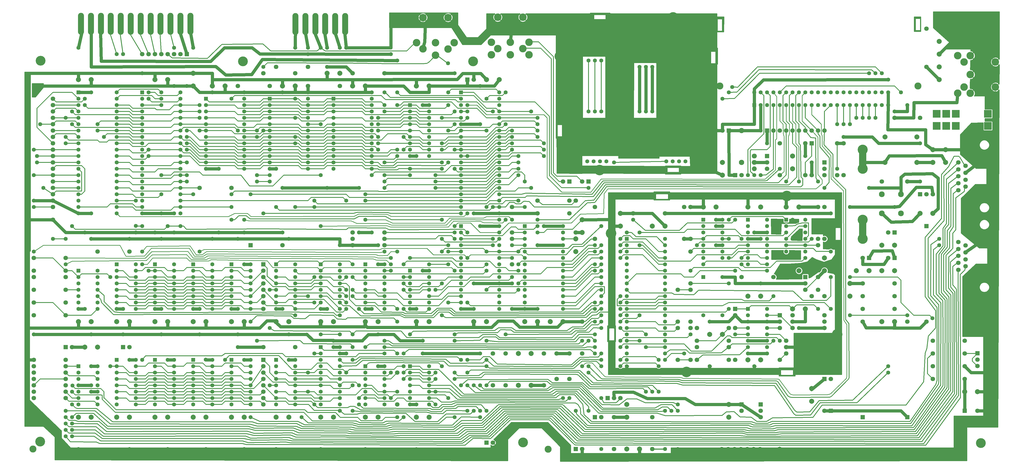
<source format=gbr>
G04 #@! TF.GenerationSoftware,KiCad,Pcbnew,(5.1.4)-1*
G04 #@! TF.CreationDate,2019-11-12T21:44:04+01:00*
G04 #@! TF.ProjectId,KU-14194HB-REV-B-KiCad,4b552d31-3431-4393-9448-422d5245562d,1.3*
G04 #@! TF.SameCoordinates,Original*
G04 #@! TF.FileFunction,Copper,L1,Top*
G04 #@! TF.FilePolarity,Positive*
%FSLAX46Y46*%
G04 Gerber Fmt 4.6, Leading zero omitted, Abs format (unit mm)*
G04 Created by KiCad (PCBNEW (5.1.4)-1) date 2019-11-12 21:44:04*
%MOMM*%
%LPD*%
G04 APERTURE LIST*
%ADD10C,0.100000*%
%ADD11C,1.600000*%
%ADD12R,1.600000X1.600000*%
%ADD13C,1.800000*%
%ADD14R,1.800000X1.800000*%
%ADD15C,2.000000*%
%ADD16R,3.100000X3.100000*%
%ADD17C,1.905000*%
%ADD18O,2.000000X1.905000*%
%ADD19O,2.410000X8.760000*%
%ADD20C,3.000000*%
%ADD21C,2.300000*%
%ADD22C,4.000000*%
%ADD23C,3.900000*%
%ADD24C,2.800000*%
%ADD25C,2.100000*%
%ADD26C,4.200000*%
%ADD27C,1.500000*%
%ADD28C,1.300000*%
%ADD29C,0.300000*%
%ADD30C,0.250000*%
%ADD31C,0.400000*%
%ADD32C,0.200000*%
%ADD33C,0.254000*%
%ADD34C,2.900000*%
G04 APERTURE END LIST*
D10*
G36*
X24130000Y-76835000D02*
G01*
X20955000Y-80645000D01*
X19685000Y-80645000D01*
X19685000Y-75247500D01*
X24130000Y-75247500D01*
X24130000Y-76835000D01*
G37*
D11*
X170180000Y-86360000D03*
X170180000Y-101600000D03*
X177800000Y-101600000D03*
X177800000Y-91440000D03*
X177800000Y-93980000D03*
X170180000Y-104140000D03*
X170180000Y-91440000D03*
X177800000Y-99060000D03*
X170180000Y-88900000D03*
X177800000Y-88900000D03*
X177800000Y-96520000D03*
X170180000Y-96520000D03*
X170180000Y-93980000D03*
X170180000Y-99060000D03*
D12*
X170180000Y-83820000D03*
D11*
X177800000Y-104140000D03*
X177800000Y-86360000D03*
X177800000Y-83820000D03*
X240779188Y-106290876D03*
X243319188Y-106290876D03*
X245859188Y-106290876D03*
X248399188Y-106290876D03*
X272259188Y-106290876D03*
X274799188Y-106290876D03*
X277339188Y-106290876D03*
X279879188Y-106290876D03*
D13*
X368300000Y-170180000D03*
D14*
X368300000Y-208280000D03*
D13*
X375920000Y-170180000D03*
D14*
X375920000Y-132080000D03*
D13*
X210820000Y-147320000D03*
X210820000Y-137160000D03*
X210820000Y-134620000D03*
X210820000Y-124460000D03*
D15*
X213360000Y-182880000D03*
X213360000Y-195580000D03*
X218440000Y-195580000D03*
X218440000Y-182880000D03*
D13*
X233680000Y-193040000D03*
X233680000Y-182880000D03*
X228600000Y-193040000D03*
X228600000Y-182880000D03*
X284480000Y-180340000D03*
X297180000Y-180340000D03*
X302260000Y-152400000D03*
X314960000Y-152400000D03*
X45720000Y-142240000D03*
X58420000Y-142240000D03*
X33020000Y-190500000D03*
X20320000Y-190500000D03*
X33020000Y-193040000D03*
X20320000Y-193040000D03*
X33020000Y-198120000D03*
X20320000Y-198120000D03*
X33020000Y-187960000D03*
X20320000Y-187960000D03*
X20320000Y-152400000D03*
X33020000Y-152400000D03*
X116840000Y-68580000D03*
X129540000Y-68580000D03*
X165100000Y-203200000D03*
X165100000Y-190500000D03*
X33020000Y-200660000D03*
X20320000Y-200660000D03*
X20320000Y-149860000D03*
X33020000Y-149860000D03*
X20320000Y-167640000D03*
X33020000Y-167640000D03*
X111760000Y-71120000D03*
X124460000Y-71120000D03*
X327660000Y-111760000D03*
X327660000Y-99060000D03*
X342900000Y-111760000D03*
X342900000Y-99060000D03*
X340360000Y-111760000D03*
X340360000Y-99060000D03*
X160020000Y-134620000D03*
X147320000Y-134620000D03*
X160020000Y-137160000D03*
X147320000Y-137160000D03*
X160020000Y-139700000D03*
X147320000Y-139700000D03*
X378460000Y-193040000D03*
X391160000Y-193040000D03*
X322580000Y-172720000D03*
X335280000Y-172720000D03*
X322580000Y-170180000D03*
X335280000Y-170180000D03*
X335280000Y-167640000D03*
X322580000Y-167640000D03*
X317500000Y-172720000D03*
X317500000Y-185420000D03*
X299720000Y-172720000D03*
X299720000Y-185420000D03*
X332740000Y-137160000D03*
X332740000Y-124460000D03*
X335280000Y-137160000D03*
X335280000Y-124460000D03*
X332740000Y-139700000D03*
X332740000Y-152400000D03*
X363220000Y-160020000D03*
X350520000Y-160020000D03*
X111760000Y-180340000D03*
X124460000Y-180340000D03*
X203200000Y-182880000D03*
X203200000Y-195580000D03*
X317500000Y-99060000D03*
X317500000Y-111760000D03*
X350520000Y-154940000D03*
X363220000Y-154940000D03*
X233680000Y-127000000D03*
X220980000Y-127000000D03*
X236220000Y-121920000D03*
X236220000Y-134620000D03*
X238760000Y-182880000D03*
X238760000Y-170180000D03*
D11*
X205740000Y-78740000D03*
X205740000Y-81280000D03*
X205740000Y-83820000D03*
X205740000Y-86360000D03*
X205740000Y-88900000D03*
X205740000Y-91440000D03*
X205740000Y-93980000D03*
X205740000Y-96520000D03*
X205740000Y-99060000D03*
X205740000Y-101600000D03*
X205740000Y-104140000D03*
X205740000Y-106680000D03*
X205740000Y-109220000D03*
X205740000Y-111760000D03*
X205740000Y-114300000D03*
X205740000Y-116840000D03*
X205740000Y-119380000D03*
X205740000Y-121920000D03*
X205740000Y-124460000D03*
X205740000Y-127000000D03*
X190500000Y-127000000D03*
X190500000Y-124460000D03*
X190500000Y-121920000D03*
X190500000Y-119380000D03*
X190500000Y-116840000D03*
X190500000Y-114300000D03*
X190500000Y-111760000D03*
X190500000Y-109220000D03*
X190500000Y-106680000D03*
X190500000Y-104140000D03*
X190500000Y-101600000D03*
X190500000Y-99060000D03*
X190500000Y-96520000D03*
X190500000Y-93980000D03*
X190500000Y-91440000D03*
X190500000Y-88900000D03*
X190500000Y-86360000D03*
X190500000Y-83820000D03*
X190500000Y-81280000D03*
D12*
X190500000Y-78740000D03*
D11*
X78740000Y-78740000D03*
X78740000Y-81280000D03*
X78740000Y-83820000D03*
X78740000Y-86360000D03*
X78740000Y-88900000D03*
X78740000Y-91440000D03*
X78740000Y-93980000D03*
X78740000Y-96520000D03*
X78740000Y-99060000D03*
X78740000Y-101600000D03*
X78740000Y-104140000D03*
X78740000Y-106680000D03*
X78740000Y-109220000D03*
X78740000Y-111760000D03*
X78740000Y-114300000D03*
X78740000Y-116840000D03*
X78740000Y-119380000D03*
X78740000Y-121920000D03*
X78740000Y-124460000D03*
X78740000Y-127000000D03*
X63500000Y-127000000D03*
X63500000Y-124460000D03*
X63500000Y-121920000D03*
X63500000Y-119380000D03*
X63500000Y-116840000D03*
X63500000Y-114300000D03*
X63500000Y-111760000D03*
X63500000Y-109220000D03*
X63500000Y-106680000D03*
X63500000Y-104140000D03*
X63500000Y-101600000D03*
X63500000Y-99060000D03*
X63500000Y-96520000D03*
X63500000Y-93980000D03*
X63500000Y-91440000D03*
X63500000Y-88900000D03*
X63500000Y-86360000D03*
X63500000Y-83820000D03*
X63500000Y-81280000D03*
D12*
X63500000Y-78740000D03*
D11*
X53340000Y-78740000D03*
X53340000Y-81280000D03*
X53340000Y-83820000D03*
X53340000Y-86360000D03*
X53340000Y-88900000D03*
X53340000Y-91440000D03*
X53340000Y-93980000D03*
X53340000Y-96520000D03*
X53340000Y-99060000D03*
X53340000Y-101600000D03*
X53340000Y-104140000D03*
X53340000Y-106680000D03*
X53340000Y-109220000D03*
X53340000Y-111760000D03*
X53340000Y-114300000D03*
X53340000Y-116840000D03*
X53340000Y-119380000D03*
X53340000Y-121920000D03*
X53340000Y-124460000D03*
X53340000Y-127000000D03*
X38100000Y-127000000D03*
X38100000Y-124460000D03*
X38100000Y-121920000D03*
X38100000Y-119380000D03*
X38100000Y-116840000D03*
X38100000Y-114300000D03*
X38100000Y-111760000D03*
X38100000Y-109220000D03*
X38100000Y-106680000D03*
X38100000Y-104140000D03*
X38100000Y-101600000D03*
X38100000Y-99060000D03*
X38100000Y-96520000D03*
X38100000Y-93980000D03*
X38100000Y-91440000D03*
X38100000Y-88900000D03*
X38100000Y-86360000D03*
X38100000Y-83820000D03*
X38100000Y-81280000D03*
D12*
X38100000Y-78740000D03*
D11*
X106680000Y-147320000D03*
X106680000Y-149860000D03*
X99060000Y-165100000D03*
X99060000Y-152400000D03*
X99060000Y-154940000D03*
X106680000Y-154940000D03*
X99060000Y-149860000D03*
X99060000Y-157480000D03*
X106680000Y-165100000D03*
X106680000Y-157480000D03*
D12*
X99060000Y-147320000D03*
D11*
X106680000Y-162560000D03*
X99060000Y-162560000D03*
X106680000Y-152400000D03*
X99060000Y-160020000D03*
X106680000Y-160020000D03*
X312420000Y-165100000D03*
X312420000Y-167640000D03*
X304800000Y-182880000D03*
X304800000Y-170180000D03*
X304800000Y-172720000D03*
X312420000Y-172720000D03*
X304800000Y-167640000D03*
X304800000Y-175260000D03*
X312420000Y-182880000D03*
X312420000Y-175260000D03*
D12*
X304800000Y-165100000D03*
D11*
X312420000Y-180340000D03*
X304800000Y-180340000D03*
X312420000Y-170180000D03*
X304800000Y-177800000D03*
X312420000Y-177800000D03*
X327660000Y-129540000D03*
X327660000Y-132080000D03*
X327660000Y-134620000D03*
X327660000Y-137160000D03*
X327660000Y-139700000D03*
X327660000Y-142240000D03*
X327660000Y-144780000D03*
X320040000Y-144780000D03*
X320040000Y-142240000D03*
X320040000Y-139700000D03*
X320040000Y-137160000D03*
X320040000Y-134620000D03*
X320040000Y-132080000D03*
D12*
X320040000Y-129540000D03*
D11*
X312420000Y-129540000D03*
X312420000Y-132080000D03*
X304800000Y-147320000D03*
X304800000Y-134620000D03*
X304800000Y-137160000D03*
X312420000Y-137160000D03*
X304800000Y-132080000D03*
X304800000Y-139700000D03*
X312420000Y-147320000D03*
X312420000Y-139700000D03*
D12*
X304800000Y-129540000D03*
D11*
X312420000Y-144780000D03*
X304800000Y-144780000D03*
X312420000Y-134620000D03*
X304800000Y-142240000D03*
X312420000Y-142240000D03*
X294640000Y-129540000D03*
X294640000Y-132080000D03*
X294640000Y-134620000D03*
X294640000Y-137160000D03*
X294640000Y-139700000D03*
X294640000Y-142240000D03*
X294640000Y-144780000D03*
X287020000Y-144780000D03*
X287020000Y-142240000D03*
X287020000Y-139700000D03*
X287020000Y-137160000D03*
X287020000Y-134620000D03*
X287020000Y-132080000D03*
D12*
X287020000Y-129540000D03*
D11*
X45720000Y-187960000D03*
X45720000Y-190500000D03*
X45720000Y-193040000D03*
X45720000Y-195580000D03*
X45720000Y-198120000D03*
X45720000Y-200660000D03*
X45720000Y-203200000D03*
X38100000Y-203200000D03*
X38100000Y-200660000D03*
X38100000Y-198120000D03*
X38100000Y-195580000D03*
X38100000Y-193040000D03*
X38100000Y-190500000D03*
D12*
X38100000Y-187960000D03*
D11*
X45720000Y-149860000D03*
X45720000Y-152400000D03*
X45720000Y-154940000D03*
X45720000Y-157480000D03*
X45720000Y-160020000D03*
X45720000Y-162560000D03*
X45720000Y-165100000D03*
X38100000Y-165100000D03*
X38100000Y-162560000D03*
X38100000Y-160020000D03*
X38100000Y-157480000D03*
X38100000Y-154940000D03*
X38100000Y-152400000D03*
D12*
X38100000Y-149860000D03*
D11*
X177800000Y-187960000D03*
X177800000Y-190500000D03*
X177800000Y-193040000D03*
X177800000Y-195580000D03*
X177800000Y-198120000D03*
X177800000Y-200660000D03*
X177800000Y-203200000D03*
X170180000Y-203200000D03*
X170180000Y-200660000D03*
X170180000Y-198120000D03*
X170180000Y-195580000D03*
X170180000Y-193040000D03*
X170180000Y-190500000D03*
D12*
X170180000Y-187960000D03*
D11*
X160020000Y-187960000D03*
X160020000Y-190500000D03*
X160020000Y-193040000D03*
X160020000Y-195580000D03*
X160020000Y-198120000D03*
X160020000Y-200660000D03*
X160020000Y-203200000D03*
X152400000Y-203200000D03*
X152400000Y-200660000D03*
X152400000Y-198120000D03*
X152400000Y-195580000D03*
X152400000Y-193040000D03*
X152400000Y-190500000D03*
D12*
X152400000Y-187960000D03*
D11*
X124460000Y-185420000D03*
X124460000Y-187960000D03*
X116840000Y-203200000D03*
X116840000Y-190500000D03*
X116840000Y-193040000D03*
X124460000Y-193040000D03*
X116840000Y-187960000D03*
X116840000Y-195580000D03*
X124460000Y-203200000D03*
X124460000Y-195580000D03*
D12*
X116840000Y-185420000D03*
D11*
X124460000Y-200660000D03*
X116840000Y-200660000D03*
X124460000Y-190500000D03*
X116840000Y-198120000D03*
X124460000Y-198120000D03*
X124460000Y-147320000D03*
X124460000Y-149860000D03*
X116840000Y-165100000D03*
X116840000Y-152400000D03*
X116840000Y-154940000D03*
X124460000Y-154940000D03*
X116840000Y-149860000D03*
X116840000Y-157480000D03*
X124460000Y-165100000D03*
X124460000Y-157480000D03*
D12*
X116840000Y-147320000D03*
D11*
X124460000Y-162560000D03*
X116840000Y-162560000D03*
X124460000Y-152400000D03*
X116840000Y-160020000D03*
X124460000Y-160020000D03*
D13*
X332740000Y-157480000D03*
X330200000Y-160020000D03*
X335280000Y-160020000D03*
X335280000Y-111760000D03*
X335280000Y-109220000D03*
D14*
X335280000Y-106680000D03*
D13*
X312420000Y-109220000D03*
X312420000Y-106680000D03*
D14*
X312420000Y-104140000D03*
D13*
X327660000Y-157480000D03*
X327660000Y-154940000D03*
D14*
X327660000Y-152400000D03*
D13*
X320040000Y-180340000D03*
X320040000Y-182880000D03*
X320040000Y-177800000D03*
D15*
X304800000Y-160020000D03*
X309880000Y-160020000D03*
X73660000Y-73660000D03*
X68580000Y-73660000D03*
X83820000Y-76200000D03*
X83820000Y-71120000D03*
X200660000Y-73660000D03*
X205740000Y-73660000D03*
X43180000Y-208280000D03*
X38100000Y-208280000D03*
X45720000Y-180340000D03*
X40640000Y-180340000D03*
X38100000Y-170180000D03*
X43180000Y-170180000D03*
X172720000Y-208280000D03*
X177800000Y-208280000D03*
X152400000Y-208280000D03*
X157480000Y-208280000D03*
X38100000Y-73660000D03*
X43180000Y-73660000D03*
X137160000Y-71120000D03*
X142240000Y-71120000D03*
X322580000Y-109220000D03*
X322580000Y-104140000D03*
X297180000Y-208280000D03*
X297180000Y-203200000D03*
X330200000Y-201930000D03*
X330200000Y-196850000D03*
X396240000Y-198120000D03*
X391160000Y-198120000D03*
X373380000Y-127000000D03*
X378460000Y-127000000D03*
X381000000Y-73660000D03*
X381000000Y-68580000D03*
X383540000Y-101600000D03*
X383540000Y-106680000D03*
X378460000Y-106680000D03*
X378460000Y-101600000D03*
X381000000Y-58420000D03*
X381000000Y-63500000D03*
X358140000Y-139700000D03*
X363220000Y-139700000D03*
X304800000Y-124460000D03*
X309880000Y-124460000D03*
X320040000Y-124460000D03*
X325120000Y-124460000D03*
X347980000Y-149860000D03*
X353060000Y-149860000D03*
X363220000Y-170180000D03*
X358140000Y-170180000D03*
X320040000Y-149860000D03*
X325120000Y-149860000D03*
X335280000Y-149860000D03*
X335280000Y-144780000D03*
D13*
X281940000Y-137160000D03*
X279400000Y-137160000D03*
X281940000Y-124460000D03*
X279400000Y-124460000D03*
D16*
X400376375Y-87295006D03*
X400376375Y-92125006D03*
X379966375Y-87295006D03*
X387586375Y-87295006D03*
X383776375Y-87295006D03*
X379966375Y-92125006D03*
X387586375Y-92125006D03*
X383776375Y-92125006D03*
D13*
X391460000Y-108065000D03*
X391460000Y-110835000D03*
X391460000Y-113605000D03*
X391460000Y-116375000D03*
X388620000Y-106680000D03*
X388620000Y-109450000D03*
X388620000Y-112220000D03*
X388620000Y-114990000D03*
X388620000Y-117760000D03*
X391460000Y-139815000D03*
X391460000Y-142585000D03*
X391460000Y-145355000D03*
X391460000Y-148125000D03*
X388620000Y-138430000D03*
X388620000Y-141200000D03*
X388620000Y-143970000D03*
X388620000Y-146740000D03*
X388620000Y-149510000D03*
D17*
X307340000Y-109220000D03*
D18*
X307340000Y-106680000D03*
X307340000Y-104140000D03*
D19*
X39116000Y-51435000D03*
X43076000Y-51435000D03*
X47036000Y-51435000D03*
X50996000Y-51435000D03*
X54956000Y-51435000D03*
X58916000Y-51435000D03*
X62876000Y-51435000D03*
X66836000Y-51435000D03*
X70796000Y-51435000D03*
X74756000Y-51435000D03*
X78716000Y-51435000D03*
X82676000Y-51435000D03*
D13*
X20320000Y-185420000D03*
X33020000Y-185420000D03*
X119380000Y-139700000D03*
D14*
X106680000Y-139700000D03*
D13*
X33020000Y-195580000D03*
X20320000Y-195580000D03*
D14*
X33020000Y-180340000D03*
D13*
X35560000Y-180340000D03*
D14*
X81280000Y-63500000D03*
D13*
X78740000Y-63500000D03*
X76200000Y-63500000D03*
X73660000Y-63500000D03*
X71120000Y-63500000D03*
X68580000Y-63500000D03*
X66040000Y-63500000D03*
X63500000Y-63500000D03*
D14*
X312420000Y-93980000D03*
D13*
X314960000Y-93980000D03*
X317500000Y-93980000D03*
X320040000Y-93980000D03*
X322580000Y-93980000D03*
X325120000Y-93980000D03*
X327660000Y-93980000D03*
X330200000Y-93980000D03*
X332740000Y-93980000D03*
X335280000Y-93980000D03*
D19*
X124538970Y-51460801D03*
X128498970Y-51460801D03*
X132458970Y-51460801D03*
X136418970Y-51460801D03*
X140378970Y-51460801D03*
X144338970Y-51460801D03*
D14*
X330200000Y-99060000D03*
D13*
X330200000Y-111760000D03*
D14*
X193040000Y-73660000D03*
D13*
X195580000Y-73660000D03*
D14*
X302260000Y-203200000D03*
D13*
X302260000Y-205740000D03*
X360680000Y-134620000D03*
D14*
X363220000Y-134620000D03*
D13*
X101600000Y-76200000D03*
X114300000Y-76200000D03*
X147320000Y-71120000D03*
X160020000Y-71120000D03*
X142240000Y-76200000D03*
X129540000Y-76200000D03*
X86360000Y-116840000D03*
X99060000Y-116840000D03*
X20320000Y-144780000D03*
X33020000Y-144780000D03*
X33020000Y-157480000D03*
X20320000Y-157480000D03*
X33020000Y-162560000D03*
X20320000Y-162560000D03*
X378460000Y-177800000D03*
X391160000Y-177800000D03*
X378460000Y-187960000D03*
X391160000Y-187960000D03*
X378460000Y-182880000D03*
X391160000Y-182880000D03*
X335280000Y-205740000D03*
D14*
X335280000Y-193040000D03*
X337820000Y-205740000D03*
D13*
X337820000Y-193040000D03*
X363220000Y-88900000D03*
X373380000Y-88900000D03*
X368300000Y-114300000D03*
X358140000Y-114300000D03*
X309880000Y-205740000D03*
X309880000Y-208280000D03*
D14*
X309880000Y-203200000D03*
X373380000Y-119380000D03*
D13*
X378460000Y-119380000D03*
X375920000Y-119380000D03*
X350520000Y-170180000D03*
D14*
X350520000Y-208280000D03*
X391160000Y-205740000D03*
D13*
X396240000Y-205740000D03*
X27940000Y-129540000D03*
X27940000Y-124460000D03*
X27940000Y-121920000D03*
X27940000Y-119380000D03*
X27940000Y-116840000D03*
X27940000Y-114300000D03*
X27940000Y-111760000D03*
X27940000Y-109220000D03*
X27940000Y-106680000D03*
X27940000Y-104140000D03*
X27940000Y-101600000D03*
X27940000Y-99060000D03*
X27940000Y-96520000D03*
X27940000Y-93980000D03*
X27940000Y-91440000D03*
X27940000Y-88900000D03*
X27940000Y-86360000D03*
X27940000Y-83820000D03*
X27940000Y-81280000D03*
D20*
X393375585Y-64102692D03*
X393375585Y-71602692D03*
X393375585Y-79102692D03*
X390875585Y-66602692D03*
X390875585Y-76602692D03*
X388375585Y-64102692D03*
X388375585Y-79102692D03*
X403375585Y-66602692D03*
X403375585Y-76602692D03*
X172798917Y-58908903D03*
X175298917Y-61408903D03*
X180298917Y-58908903D03*
X185298917Y-61448903D03*
X187798917Y-58908903D03*
X180298917Y-63908903D03*
X175298917Y-48908903D03*
X185298917Y-48908903D03*
D14*
X396240000Y-182775000D03*
D13*
X396240000Y-185315000D03*
X396240000Y-187855000D03*
D21*
X365760000Y-119380000D03*
X358140000Y-119380000D03*
X358140000Y-127000000D03*
X365760000Y-127000000D03*
D22*
X350520000Y-137160000D03*
X350520000Y-129540000D03*
X350520000Y-109220000D03*
X350520000Y-101600000D03*
D15*
X359410000Y-106680000D03*
X359410000Y-96520000D03*
X372110000Y-96520000D03*
X372110000Y-106680000D03*
D13*
X375920000Y-53340000D03*
X375920000Y-68580000D03*
X281940000Y-154940000D03*
X281940000Y-142240000D03*
X297180000Y-185420000D03*
X284480000Y-185420000D03*
X363220000Y-165100000D03*
X350520000Y-165100000D03*
D15*
X322580000Y-165100000D03*
X327660000Y-165100000D03*
D13*
X111760000Y-165100000D03*
X111760000Y-162560000D03*
X111760000Y-160020000D03*
X111760000Y-157480000D03*
X111760000Y-154940000D03*
X111760000Y-152400000D03*
X111760000Y-149860000D03*
D14*
X111760000Y-147320000D03*
X111760000Y-185420000D03*
D13*
X111760000Y-187960000D03*
X111760000Y-190500000D03*
X111760000Y-193040000D03*
X111760000Y-195580000D03*
X111760000Y-198120000D03*
X111760000Y-200660000D03*
X111760000Y-203200000D03*
D15*
X53340000Y-170180000D03*
X58420000Y-170180000D03*
X68580000Y-170180000D03*
X73660000Y-170180000D03*
X83820000Y-170180000D03*
X88900000Y-170180000D03*
X99060000Y-170180000D03*
X104140000Y-170180000D03*
X116840000Y-170180000D03*
X121920000Y-170180000D03*
X58420000Y-208280000D03*
X53340000Y-208280000D03*
X73660000Y-208280000D03*
X68580000Y-208280000D03*
X88900000Y-208280000D03*
X83820000Y-208280000D03*
X104140000Y-208280000D03*
X99060000Y-208280000D03*
X121920000Y-208280000D03*
X116840000Y-208280000D03*
X96520000Y-76200000D03*
X91440000Y-76200000D03*
X119380000Y-76200000D03*
X124460000Y-76200000D03*
X147320000Y-76200000D03*
X152400000Y-76200000D03*
X195580000Y-170180000D03*
X200660000Y-170180000D03*
D13*
X243840000Y-124460000D03*
X243840000Y-137160000D03*
D11*
X88900000Y-101600000D03*
X88900000Y-83820000D03*
X88900000Y-93980000D03*
X104140000Y-106680000D03*
X104140000Y-86360000D03*
X104140000Y-88900000D03*
X104140000Y-109220000D03*
X104140000Y-104140000D03*
X104140000Y-81280000D03*
X104140000Y-99060000D03*
X104140000Y-96520000D03*
X88900000Y-86360000D03*
X88900000Y-91440000D03*
D12*
X88900000Y-81280000D03*
D11*
X88900000Y-96520000D03*
X88900000Y-99060000D03*
X104140000Y-101600000D03*
X104140000Y-91440000D03*
X104140000Y-83820000D03*
X104140000Y-93980000D03*
X88900000Y-109220000D03*
X88900000Y-106680000D03*
X88900000Y-104140000D03*
X88900000Y-88900000D03*
X114300000Y-88900000D03*
X114300000Y-104140000D03*
X114300000Y-106680000D03*
X114300000Y-109220000D03*
X129540000Y-93980000D03*
X129540000Y-83820000D03*
X129540000Y-91440000D03*
X129540000Y-101600000D03*
X114300000Y-99060000D03*
X114300000Y-96520000D03*
D12*
X114300000Y-81280000D03*
D11*
X114300000Y-91440000D03*
X114300000Y-86360000D03*
X129540000Y-96520000D03*
X129540000Y-99060000D03*
X129540000Y-81280000D03*
X129540000Y-104140000D03*
X129540000Y-109220000D03*
X129540000Y-88900000D03*
X129540000Y-86360000D03*
X129540000Y-106680000D03*
X114300000Y-93980000D03*
X114300000Y-83820000D03*
X114300000Y-101600000D03*
X139700000Y-88900000D03*
X139700000Y-104140000D03*
X139700000Y-106680000D03*
X139700000Y-109220000D03*
X154940000Y-93980000D03*
X154940000Y-83820000D03*
X154940000Y-91440000D03*
X154940000Y-101600000D03*
X139700000Y-99060000D03*
X139700000Y-96520000D03*
D12*
X139700000Y-81280000D03*
D11*
X139700000Y-91440000D03*
X139700000Y-86360000D03*
X154940000Y-96520000D03*
X154940000Y-99060000D03*
X154940000Y-81280000D03*
X154940000Y-104140000D03*
X154940000Y-109220000D03*
X154940000Y-88900000D03*
X154940000Y-86360000D03*
X154940000Y-106680000D03*
X139700000Y-93980000D03*
X139700000Y-83820000D03*
X139700000Y-101600000D03*
X205740000Y-162560000D03*
X205740000Y-152400000D03*
X205740000Y-144780000D03*
X205740000Y-154940000D03*
X190500000Y-160020000D03*
X190500000Y-157480000D03*
X190500000Y-154940000D03*
X190500000Y-139700000D03*
X190500000Y-152400000D03*
X190500000Y-134620000D03*
X190500000Y-144780000D03*
X190500000Y-165100000D03*
X205740000Y-147320000D03*
X205740000Y-149860000D03*
X190500000Y-162560000D03*
X205740000Y-165100000D03*
X205740000Y-142240000D03*
X205740000Y-160020000D03*
X205740000Y-157480000D03*
X190500000Y-137160000D03*
X190500000Y-142240000D03*
D12*
X190500000Y-132080000D03*
D11*
X190500000Y-147320000D03*
X190500000Y-149860000D03*
X205740000Y-139700000D03*
X205740000Y-137160000D03*
X205740000Y-134620000D03*
X205740000Y-132080000D03*
D14*
X297180000Y-93980000D03*
D13*
X294640000Y-93980000D03*
X350520000Y-144780000D03*
D14*
X353060000Y-144780000D03*
X317500000Y-167640000D03*
D13*
X317500000Y-170180000D03*
X299720000Y-167640000D03*
D14*
X299720000Y-165100000D03*
D15*
X345440000Y-154940000D03*
X345440000Y-160020000D03*
X358140000Y-149860000D03*
X363220000Y-149860000D03*
D14*
X363220000Y-144780000D03*
D13*
X360680000Y-144780000D03*
D11*
X309880000Y-83820000D03*
D12*
X307340000Y-83820000D03*
D11*
X312420000Y-83820000D03*
X314960000Y-83820000D03*
X317500000Y-83820000D03*
X320040000Y-83820000D03*
X322580000Y-83820000D03*
X325120000Y-83820000D03*
X327660000Y-83820000D03*
X330200000Y-83820000D03*
X332740000Y-83820000D03*
X335280000Y-83820000D03*
X337820000Y-83820000D03*
X340360000Y-83820000D03*
X342900000Y-83820000D03*
X345440000Y-83820000D03*
X347980000Y-83820000D03*
X350520000Y-83820000D03*
X353060000Y-83820000D03*
X355600000Y-83820000D03*
X358140000Y-83820000D03*
X360680000Y-83820000D03*
X307340000Y-78740000D03*
X309880000Y-78740000D03*
X312420000Y-78740000D03*
X314960000Y-78740000D03*
X317500000Y-78740000D03*
X320040000Y-78740000D03*
X322580000Y-78740000D03*
X325120000Y-78740000D03*
X327660000Y-78740000D03*
X330200000Y-78740000D03*
X332740000Y-78740000D03*
X335280000Y-78740000D03*
X337820000Y-78740000D03*
X340360000Y-78740000D03*
X342900000Y-78740000D03*
X345440000Y-78740000D03*
X347980000Y-78740000D03*
X350520000Y-78740000D03*
X353060000Y-78740000D03*
X355600000Y-78740000D03*
X358140000Y-78740000D03*
X360680000Y-78740000D03*
D15*
X152400000Y-170180000D03*
X157480000Y-170180000D03*
D11*
X160020000Y-160020000D03*
X152400000Y-160020000D03*
X160020000Y-152400000D03*
X152400000Y-162560000D03*
X160020000Y-162560000D03*
D12*
X152400000Y-147320000D03*
D11*
X160020000Y-157480000D03*
X160020000Y-165100000D03*
X152400000Y-157480000D03*
X152400000Y-149860000D03*
X160020000Y-154940000D03*
X152400000Y-154940000D03*
X152400000Y-152400000D03*
X152400000Y-165100000D03*
X160020000Y-149860000D03*
X160020000Y-147320000D03*
D15*
X172720000Y-76200000D03*
X177800000Y-76200000D03*
D14*
X241300000Y-114300000D03*
D13*
X238760000Y-114300000D03*
X302260000Y-111760000D03*
D14*
X299720000Y-111760000D03*
D15*
X294640000Y-111760000D03*
X294640000Y-106680000D03*
X139700000Y-170180000D03*
X134620000Y-170180000D03*
X172720000Y-170180000D03*
X177800000Y-170180000D03*
D14*
X200660000Y-218440000D03*
D13*
X203200000Y-218440000D03*
D15*
X238760000Y-134620000D03*
X238760000Y-129540000D03*
X134620000Y-208280000D03*
X139700000Y-208280000D03*
X215900000Y-170180000D03*
X220980000Y-170180000D03*
X226060000Y-170180000D03*
X231140000Y-170180000D03*
X256540000Y-208280000D03*
X256540000Y-203200000D03*
X256540000Y-220980000D03*
X261620000Y-220980000D03*
X254000000Y-127000000D03*
X254000000Y-132080000D03*
D14*
X236220000Y-220980000D03*
D13*
X238760000Y-220980000D03*
D14*
X243840000Y-208280000D03*
D13*
X246380000Y-208280000D03*
D15*
X271780000Y-132080000D03*
X266700000Y-132080000D03*
D13*
X208280000Y-195580000D03*
X208280000Y-182880000D03*
X223520000Y-182880000D03*
X223520000Y-195580000D03*
X251460000Y-208280000D03*
X251460000Y-220980000D03*
X233680000Y-121920000D03*
X220980000Y-121920000D03*
X276860000Y-170180000D03*
X276860000Y-157480000D03*
X276860000Y-185420000D03*
X276860000Y-172720000D03*
X271780000Y-127000000D03*
X259080000Y-127000000D03*
X266700000Y-208280000D03*
X266700000Y-220980000D03*
D14*
X248920000Y-200660000D03*
D13*
X251460000Y-200660000D03*
X254000000Y-200660000D03*
D11*
X60960000Y-147320000D03*
X60960000Y-149860000D03*
X53340000Y-165100000D03*
X53340000Y-152400000D03*
X53340000Y-154940000D03*
X60960000Y-154940000D03*
X53340000Y-149860000D03*
X53340000Y-157480000D03*
X60960000Y-165100000D03*
X60960000Y-157480000D03*
D12*
X53340000Y-147320000D03*
D11*
X60960000Y-162560000D03*
X53340000Y-162560000D03*
X60960000Y-152400000D03*
X53340000Y-160020000D03*
X60960000Y-160020000D03*
X76200000Y-160020000D03*
X68580000Y-160020000D03*
X76200000Y-152400000D03*
X68580000Y-162560000D03*
X76200000Y-162560000D03*
D12*
X68580000Y-147320000D03*
D11*
X76200000Y-157480000D03*
X76200000Y-165100000D03*
X68580000Y-157480000D03*
X68580000Y-149860000D03*
X76200000Y-154940000D03*
X68580000Y-154940000D03*
X68580000Y-152400000D03*
X68580000Y-165100000D03*
X76200000Y-149860000D03*
X76200000Y-147320000D03*
X91440000Y-160020000D03*
X83820000Y-160020000D03*
X91440000Y-152400000D03*
X83820000Y-162560000D03*
X91440000Y-162560000D03*
D12*
X83820000Y-147320000D03*
D11*
X91440000Y-157480000D03*
X91440000Y-165100000D03*
X83820000Y-157480000D03*
X83820000Y-149860000D03*
X91440000Y-154940000D03*
X83820000Y-154940000D03*
X83820000Y-152400000D03*
X83820000Y-165100000D03*
X91440000Y-149860000D03*
X91440000Y-147320000D03*
D12*
X256540000Y-137160000D03*
D11*
X256540000Y-139700000D03*
X256540000Y-142240000D03*
X256540000Y-144780000D03*
X256540000Y-147320000D03*
X256540000Y-149860000D03*
X256540000Y-152400000D03*
X256540000Y-154940000D03*
X256540000Y-157480000D03*
X256540000Y-160020000D03*
X256540000Y-162560000D03*
X256540000Y-165100000D03*
X256540000Y-167640000D03*
X256540000Y-170180000D03*
X256540000Y-172720000D03*
X256540000Y-175260000D03*
X256540000Y-177800000D03*
X256540000Y-180340000D03*
X256540000Y-182880000D03*
X256540000Y-185420000D03*
X271780000Y-185420000D03*
X271780000Y-182880000D03*
X271780000Y-180340000D03*
X271780000Y-177800000D03*
X271780000Y-175260000D03*
X271780000Y-172720000D03*
X271780000Y-170180000D03*
X271780000Y-167640000D03*
X271780000Y-165100000D03*
X271780000Y-162560000D03*
X271780000Y-160020000D03*
X271780000Y-157480000D03*
X271780000Y-154940000D03*
X271780000Y-152400000D03*
X271780000Y-149860000D03*
X271780000Y-147320000D03*
X271780000Y-144780000D03*
X271780000Y-142240000D03*
X271780000Y-139700000D03*
X271780000Y-137160000D03*
X60960000Y-198120000D03*
X53340000Y-198120000D03*
X60960000Y-190500000D03*
X53340000Y-200660000D03*
X60960000Y-200660000D03*
D12*
X53340000Y-185420000D03*
D11*
X60960000Y-195580000D03*
X60960000Y-203200000D03*
X53340000Y-195580000D03*
X53340000Y-187960000D03*
X60960000Y-193040000D03*
X53340000Y-193040000D03*
X53340000Y-190500000D03*
X53340000Y-203200000D03*
X60960000Y-187960000D03*
X60960000Y-185420000D03*
X76200000Y-198120000D03*
X68580000Y-198120000D03*
X76200000Y-190500000D03*
X68580000Y-200660000D03*
X76200000Y-200660000D03*
D12*
X68580000Y-185420000D03*
D11*
X76200000Y-195580000D03*
X76200000Y-203200000D03*
X68580000Y-195580000D03*
X68580000Y-187960000D03*
X76200000Y-193040000D03*
X68580000Y-193040000D03*
X68580000Y-190500000D03*
X68580000Y-203200000D03*
X76200000Y-187960000D03*
X76200000Y-185420000D03*
X91440000Y-185420000D03*
X91440000Y-187960000D03*
X83820000Y-203200000D03*
X83820000Y-190500000D03*
X83820000Y-193040000D03*
X91440000Y-193040000D03*
X83820000Y-187960000D03*
X83820000Y-195580000D03*
X91440000Y-203200000D03*
X91440000Y-195580000D03*
D12*
X83820000Y-185420000D03*
D11*
X91440000Y-200660000D03*
X83820000Y-200660000D03*
X91440000Y-190500000D03*
X83820000Y-198120000D03*
X91440000Y-198120000D03*
X106680000Y-198120000D03*
X99060000Y-198120000D03*
X106680000Y-190500000D03*
X99060000Y-200660000D03*
X106680000Y-200660000D03*
D12*
X99060000Y-185420000D03*
D11*
X106680000Y-195580000D03*
X106680000Y-203200000D03*
X99060000Y-195580000D03*
X99060000Y-187960000D03*
X106680000Y-193040000D03*
X99060000Y-193040000D03*
X99060000Y-190500000D03*
X99060000Y-203200000D03*
X106680000Y-187960000D03*
X106680000Y-185420000D03*
X142240000Y-160020000D03*
X134620000Y-160020000D03*
X142240000Y-152400000D03*
X134620000Y-162560000D03*
X142240000Y-162560000D03*
D12*
X134620000Y-147320000D03*
D11*
X142240000Y-157480000D03*
X142240000Y-165100000D03*
X134620000Y-157480000D03*
X134620000Y-149860000D03*
X142240000Y-154940000D03*
X134620000Y-154940000D03*
X134620000Y-152400000D03*
X134620000Y-165100000D03*
X142240000Y-149860000D03*
X142240000Y-147320000D03*
D12*
X170180000Y-149860000D03*
D11*
X170180000Y-152400000D03*
X170180000Y-154940000D03*
X170180000Y-157480000D03*
X170180000Y-160020000D03*
X170180000Y-162560000D03*
X170180000Y-165100000D03*
X177800000Y-165100000D03*
X177800000Y-162560000D03*
X177800000Y-160020000D03*
X177800000Y-157480000D03*
X177800000Y-154940000D03*
X177800000Y-152400000D03*
X177800000Y-149860000D03*
X134620000Y-182880000D03*
X142240000Y-198120000D03*
X134620000Y-198120000D03*
X142240000Y-203200000D03*
X142240000Y-193040000D03*
X142240000Y-195580000D03*
X134620000Y-200660000D03*
X134620000Y-187960000D03*
X142240000Y-200660000D03*
X134620000Y-185420000D03*
X142240000Y-190500000D03*
X134620000Y-193040000D03*
X134620000Y-190500000D03*
X134620000Y-195580000D03*
D12*
X134620000Y-180340000D03*
D11*
X134620000Y-203200000D03*
X142240000Y-187960000D03*
X142240000Y-185420000D03*
X142240000Y-182880000D03*
X142240000Y-180340000D03*
X231140000Y-162560000D03*
X231140000Y-152400000D03*
X231140000Y-144780000D03*
X231140000Y-154940000D03*
X215900000Y-160020000D03*
X215900000Y-157480000D03*
X215900000Y-154940000D03*
X215900000Y-139700000D03*
X215900000Y-152400000D03*
X215900000Y-134620000D03*
X215900000Y-144780000D03*
X215900000Y-165100000D03*
X231140000Y-147320000D03*
X231140000Y-149860000D03*
X215900000Y-162560000D03*
X231140000Y-165100000D03*
X231140000Y-142240000D03*
X231140000Y-160020000D03*
X231140000Y-157480000D03*
X215900000Y-137160000D03*
X215900000Y-142240000D03*
D12*
X215900000Y-132080000D03*
D11*
X215900000Y-147320000D03*
X215900000Y-149860000D03*
X231140000Y-139700000D03*
X231140000Y-137160000D03*
X231140000Y-134620000D03*
X231140000Y-132080000D03*
D14*
X233680000Y-114300000D03*
D13*
X231140000Y-114300000D03*
X281940000Y-157480000D03*
X281940000Y-170180000D03*
D11*
X287020000Y-167640000D03*
D12*
X287020000Y-152400000D03*
D11*
X294640000Y-152400000D03*
X294640000Y-167640000D03*
D13*
X281940000Y-185420000D03*
X281940000Y-172720000D03*
D15*
X294640000Y-175260000D03*
X289560000Y-175260000D03*
D13*
X297180000Y-172720000D03*
X284480000Y-172720000D03*
X284480000Y-177800000D03*
X297180000Y-177800000D03*
D15*
X309880000Y-185420000D03*
X304800000Y-185420000D03*
X236220000Y-137160000D03*
X236220000Y-142240000D03*
D20*
X202609428Y-58796403D03*
X215109428Y-48796403D03*
X205109428Y-48796403D03*
X217609428Y-58796403D03*
X215109428Y-61336403D03*
X210109428Y-58796403D03*
X205109428Y-61296403D03*
X217609428Y-63796403D03*
X210109428Y-63796403D03*
X202609428Y-63796403D03*
D14*
X55880000Y-180340000D03*
D13*
X58420000Y-180340000D03*
D23*
X397573500Y-218630500D03*
X215201500Y-218376500D03*
X22860000Y-218059000D03*
X22987000Y-66167000D03*
X103632000Y-66421000D03*
X195326000Y-66421000D03*
D24*
X225171000Y-221107000D03*
X20002500Y-220980000D03*
D11*
X309880000Y-93980000D03*
D25*
X302260000Y-93980000D03*
D11*
X312420000Y-99060000D03*
X368300000Y-83820000D03*
X363220000Y-86360000D03*
X43180000Y-195580000D03*
X43180000Y-198120000D03*
X43180000Y-175260000D03*
X55880000Y-175260000D03*
X71120000Y-175260000D03*
X86360000Y-175260000D03*
X86360000Y-165100000D03*
X71120000Y-165100000D03*
X55880000Y-165100000D03*
X43180000Y-137160000D03*
X43180000Y-127000000D03*
X58420000Y-137160000D03*
X71120000Y-137160000D03*
X71120000Y-127000000D03*
X76200000Y-127000000D03*
X20320000Y-121920000D03*
X20320000Y-175260000D03*
X121920000Y-185420000D03*
X101600000Y-180340000D03*
X101600000Y-175260000D03*
X121920000Y-175260000D03*
X157480000Y-175260000D03*
X175260000Y-182880000D03*
X175260000Y-177800000D03*
X198120000Y-182880000D03*
X157480000Y-139700000D03*
X121920000Y-137160000D03*
X142240000Y-139700000D03*
X139700000Y-180340000D03*
X139700000Y-177800000D03*
X91440000Y-137160000D03*
X101600000Y-137160000D03*
X76200000Y-76200000D03*
X81280000Y-76200000D03*
X20320000Y-78740000D03*
X20320000Y-76200000D03*
X91440000Y-78740000D03*
X104140000Y-78740000D03*
X154940000Y-78740000D03*
X119380000Y-78740000D03*
X129540000Y-78740000D03*
X198120000Y-91440000D03*
X198120000Y-76200000D03*
X198120000Y-132080000D03*
X43180000Y-187960000D03*
X157480000Y-147320000D03*
X175260000Y-149860000D03*
X101600000Y-165100000D03*
X175260000Y-83820000D03*
X157480000Y-187960000D03*
X154940000Y-81280000D03*
D23*
X401002500Y-166497000D03*
X397700500Y-54483000D03*
D26*
X280289000Y-190246000D03*
D11*
X266700000Y-109220000D03*
X264160000Y-109220000D03*
X261620000Y-109220000D03*
X259080000Y-109220000D03*
X276860000Y-220980000D03*
X294397700Y-220879200D03*
X296937700Y-220879200D03*
X299477700Y-220879200D03*
X302017700Y-220879200D03*
X304557700Y-220879200D03*
X307097700Y-220879200D03*
X309637700Y-220879200D03*
X317386300Y-220784900D03*
D26*
X250287600Y-134974000D03*
D11*
X259080000Y-119380000D03*
X261620000Y-119380000D03*
X264160000Y-119380000D03*
X281940000Y-119380000D03*
X284480000Y-119380000D03*
X289560000Y-119380000D03*
X287020000Y-109220000D03*
X284480000Y-109220000D03*
X289560000Y-109220000D03*
D26*
X229886900Y-64342900D03*
X245666100Y-109729900D03*
X274981500Y-48828200D03*
D11*
X266700000Y-119380000D03*
X330200000Y-106680000D03*
X40640000Y-165100000D03*
X40640000Y-134620000D03*
X60960000Y-134620000D03*
X76200000Y-134620000D03*
X68580000Y-134620000D03*
X43180000Y-78740000D03*
X38100000Y-220980000D03*
X58420000Y-220980000D03*
X73660000Y-220980000D03*
X88900000Y-220980000D03*
X104140000Y-220980000D03*
X116840000Y-220980000D03*
X58420000Y-185420000D03*
X73660000Y-185420000D03*
X88813700Y-185323000D03*
X104140000Y-185420000D03*
X172720000Y-203200000D03*
X172720000Y-165100000D03*
X154940000Y-165100000D03*
X137160000Y-165100000D03*
X119380000Y-165100000D03*
X154940000Y-134620000D03*
X149860000Y-134620000D03*
X119380000Y-134620000D03*
X104140000Y-147320000D03*
X104140000Y-134620000D03*
X93980000Y-134620000D03*
X119380000Y-116840000D03*
X63500000Y-71120000D03*
X83820000Y-60960000D03*
X93980000Y-109220000D03*
X116840000Y-109220000D03*
X137160000Y-116840000D03*
X149860000Y-116840000D03*
X144780000Y-60960000D03*
X195580000Y-127000000D03*
X195580000Y-154940000D03*
X195580000Y-165100000D03*
X210820000Y-165100000D03*
X210820000Y-154940000D03*
X220980000Y-134620000D03*
X220980000Y-165100000D03*
X281940000Y-109220000D03*
X360680000Y-73660000D03*
D27*
X172720000Y-220980000D03*
D11*
X152400000Y-220980000D03*
X134620000Y-220980000D03*
X172720000Y-104140000D03*
X38100000Y-60960000D03*
X246380000Y-220980000D03*
X256540000Y-187960000D03*
X289560000Y-170180000D03*
X307340000Y-187960000D03*
X307340000Y-134620000D03*
X289560000Y-187960000D03*
D26*
X340360000Y-175260000D03*
X320308200Y-120046200D03*
D11*
X287020000Y-119380000D03*
X322580000Y-137160000D03*
X322580000Y-129540000D03*
D15*
X287020000Y-124460000D03*
D24*
X372491000Y-76200000D03*
X293624000Y-76200000D03*
D23*
X390271000Y-54038500D03*
D24*
X400621500Y-51181000D03*
D26*
X290621000Y-93787600D03*
D11*
X20320000Y-124460000D03*
X33020000Y-96520000D03*
X48260000Y-96520000D03*
X162560000Y-144780000D03*
X20320000Y-142240000D03*
X165100000Y-142240000D03*
X33020000Y-147320000D03*
X162560000Y-147320000D03*
X83820000Y-119380000D03*
X71120000Y-119380000D03*
X134620000Y-60960000D03*
X71120000Y-78740000D03*
X71120000Y-81280000D03*
X66040000Y-78740000D03*
X66040000Y-81280000D03*
X33020000Y-210820000D03*
X24130000Y-116840000D03*
X35560000Y-213360000D03*
X21590000Y-106680000D03*
X33020000Y-213360000D03*
X21590000Y-104140000D03*
X35560000Y-215900000D03*
X20320000Y-101600000D03*
X35560000Y-198120000D03*
X33020000Y-99060000D03*
X40640000Y-81280000D03*
X167640000Y-208280000D03*
X167640000Y-190500000D03*
X35732200Y-195669200D03*
X27940000Y-137160000D03*
X33020000Y-137160000D03*
X165100000Y-208280000D03*
X167640000Y-193040000D03*
X35560000Y-210820000D03*
X22860000Y-91440000D03*
X35560000Y-203200000D03*
X33020000Y-88900000D03*
X33020000Y-205740000D03*
X35560000Y-208280000D03*
X33020000Y-208280000D03*
X40640000Y-83820000D03*
X35560000Y-86360000D03*
X45720000Y-91440000D03*
X35560000Y-91440000D03*
X55880000Y-63500000D03*
X180340000Y-190500000D03*
X233680000Y-200660000D03*
X180340000Y-198120000D03*
X180340000Y-193040000D03*
X231140000Y-200660000D03*
X381000000Y-137160000D03*
X241300000Y-205740000D03*
X236220000Y-205740000D03*
X381000000Y-139700000D03*
X162560000Y-63500000D03*
X266700000Y-68580000D03*
X266700000Y-86360000D03*
X342900000Y-96520000D03*
X373380000Y-99060000D03*
X373380000Y-114300000D03*
X129540000Y-63500000D03*
X63500000Y-185420000D03*
X160020000Y-182880000D03*
X165100000Y-170180000D03*
X106680000Y-170180000D03*
X76200000Y-60960000D03*
X45720000Y-93980000D03*
X101600000Y-93980000D03*
X111760000Y-68580000D03*
X185420000Y-78740000D03*
X185295400Y-67122400D03*
X200660000Y-124460000D03*
X213360000Y-121920000D03*
X50800000Y-152400000D03*
X53340000Y-63500000D03*
X193040000Y-190500000D03*
X193040000Y-144780000D03*
X365760000Y-78740000D03*
X360680000Y-190500000D03*
X86360000Y-142240000D03*
X99060000Y-81280000D03*
X203200000Y-86360000D03*
X63500000Y-142240000D03*
X60945600Y-131968700D03*
X63500000Y-132080000D03*
X160020000Y-142240000D03*
X60960000Y-121920000D03*
X99060000Y-129540000D03*
X99060000Y-124460000D03*
X182880000Y-129540000D03*
X182880000Y-142240000D03*
X200660000Y-142240000D03*
X213360000Y-142240000D03*
X314960000Y-160020000D03*
X246380000Y-132080000D03*
X193040000Y-127000000D03*
X193040000Y-162560000D03*
X309880000Y-111760000D03*
X246380000Y-160020000D03*
X299720000Y-149860000D03*
X71120000Y-111760000D03*
X71120000Y-83820000D03*
X134620000Y-111760000D03*
X147320000Y-157480000D03*
X144780000Y-121920000D03*
X160020000Y-78740000D03*
X165100000Y-66040000D03*
X264160000Y-68580000D03*
X264160000Y-86360000D03*
X106680000Y-119380000D03*
X124460000Y-60960000D03*
X99060000Y-119380000D03*
X137160000Y-60960000D03*
X137160000Y-68580000D03*
X261620000Y-68580000D03*
X261620000Y-86360000D03*
X187960000Y-71120000D03*
X317500000Y-109220000D03*
X340360000Y-109220000D03*
X142240000Y-60960000D03*
X129540000Y-60960000D03*
X160020000Y-116840000D03*
X187960000Y-134620000D03*
X160020000Y-114300000D03*
X187960000Y-137160000D03*
X187960000Y-109220000D03*
X185420000Y-139700000D03*
X180340000Y-203200000D03*
X182880000Y-88900000D03*
X353060000Y-116840000D03*
X327660000Y-104140000D03*
D25*
X302260000Y-106680000D03*
D11*
X314960000Y-177800000D03*
X320040000Y-114300000D03*
X325120000Y-172720000D03*
X309880000Y-154940000D03*
X309880000Y-137160000D03*
X292100000Y-129540000D03*
X292100000Y-132080000D03*
X292100000Y-139700000D03*
D15*
X292100000Y-124460000D03*
D11*
X299720000Y-175260000D03*
X332740000Y-165100000D03*
X297180000Y-154940000D03*
X281940000Y-149860000D03*
X312420000Y-149860000D03*
X279400000Y-182880000D03*
X302260000Y-137160000D03*
X302260000Y-144780000D03*
X302260000Y-147320000D03*
X297180000Y-129540000D03*
X287020000Y-147320000D03*
X297180000Y-137160000D03*
X297180000Y-144780000D03*
X200660000Y-185420000D03*
X144780000Y-165100000D03*
X269240000Y-185420000D03*
X254000000Y-185420000D03*
X246380000Y-185420000D03*
X200660000Y-187960000D03*
X144780000Y-160020000D03*
X269240000Y-187960000D03*
X254000000Y-187960000D03*
X246380000Y-187960000D03*
X149860000Y-195580000D03*
X149860000Y-203200000D03*
X200660000Y-195580000D03*
X200660000Y-205740000D03*
X276860000Y-203200000D03*
X147320000Y-195580000D03*
X147320000Y-205740000D03*
X193040000Y-195580000D03*
X193040000Y-205740000D03*
X271780000Y-205740000D03*
X132080000Y-203200000D03*
X198120000Y-195580000D03*
X198120000Y-205740000D03*
X276860000Y-205740000D03*
X195580000Y-195580000D03*
X195580000Y-205740000D03*
X274320000Y-205740000D03*
X142240000Y-205740000D03*
X35560000Y-132080000D03*
X73660000Y-132080000D03*
X78740000Y-132080000D03*
X193040000Y-86360000D03*
X193040000Y-83820000D03*
X193040000Y-134620000D03*
X96520000Y-185420000D03*
X144780000Y-190500000D03*
X167640000Y-182880000D03*
X167640000Y-187960000D03*
X243840000Y-182880000D03*
X193040000Y-185420000D03*
X147320000Y-152400000D03*
X147320000Y-147320000D03*
X246380000Y-182880000D03*
X50800000Y-187960000D03*
X167640000Y-157480000D03*
X165100000Y-101600000D03*
X165100000Y-78740000D03*
X218440000Y-86360000D03*
X246380000Y-157480000D03*
X167640000Y-165100000D03*
X165100000Y-104140000D03*
X165100000Y-83820000D03*
X220980000Y-88900000D03*
X355600000Y-88900000D03*
X246380000Y-154940000D03*
X66040000Y-101600000D03*
X182880000Y-154940000D03*
X185420000Y-93980000D03*
X185420000Y-106680000D03*
X220980000Y-91440000D03*
X353060000Y-88900000D03*
X246380000Y-152400000D03*
X66040000Y-104140000D03*
X66040000Y-149860000D03*
X182880000Y-99060000D03*
X182880000Y-109220000D03*
X170180000Y-109220000D03*
X220980000Y-93980000D03*
X350520000Y-88900000D03*
X246380000Y-149860000D03*
X81280000Y-101600000D03*
X81280000Y-106680000D03*
X182880000Y-101600000D03*
X182880000Y-106680000D03*
X220980000Y-96520000D03*
X347980000Y-88900000D03*
X246380000Y-147320000D03*
X81280000Y-99060000D03*
X223520000Y-99060000D03*
X345440000Y-91440000D03*
X246380000Y-144780000D03*
X81280000Y-96520000D03*
X81280000Y-111760000D03*
X160020000Y-106680000D03*
X223520000Y-101600000D03*
X342900000Y-91440000D03*
X246380000Y-142240000D03*
X81280000Y-93980000D03*
X81280000Y-114300000D03*
X154940000Y-111760000D03*
X223520000Y-104140000D03*
X340360000Y-91440000D03*
X246380000Y-139700000D03*
X256540000Y-134620000D03*
X129540000Y-160020000D03*
X132080000Y-121920000D03*
X203200000Y-139700000D03*
X116840000Y-124460000D03*
X203200000Y-124460000D03*
X203200000Y-137160000D03*
X220980000Y-129540000D03*
X114300000Y-157480000D03*
X111760000Y-127000000D03*
X220980000Y-132080000D03*
X124460000Y-124460000D03*
X132080000Y-124460000D03*
X187960000Y-132080000D03*
X124460000Y-99060000D03*
X157480000Y-101600000D03*
X157480000Y-93980000D03*
X200660000Y-93980000D03*
X200660000Y-81280000D03*
X298537100Y-76600200D03*
X358140000Y-71120000D03*
X86360000Y-83820000D03*
X208280000Y-78740000D03*
X124460000Y-96520000D03*
X86360000Y-86360000D03*
X297180000Y-78740000D03*
X355600000Y-71120000D03*
X208280000Y-91440000D03*
X111760000Y-93980000D03*
X86360000Y-93980000D03*
X86360000Y-88900000D03*
X157480000Y-99060000D03*
X157480000Y-96520000D03*
X210820000Y-93980000D03*
X294640000Y-81280000D03*
X353060000Y-71120000D03*
X187960000Y-91440000D03*
X187960000Y-101600000D03*
X210820000Y-96520000D03*
X144780000Y-157480000D03*
X124460000Y-88900000D03*
X193040000Y-104140000D03*
X193040000Y-88900000D03*
X210820000Y-99060000D03*
X144780000Y-182880000D03*
X144780000Y-162560000D03*
X109220000Y-114300000D03*
X114300000Y-114300000D03*
X187960000Y-86360000D03*
X210820000Y-101600000D03*
X132080000Y-152400000D03*
X185420000Y-83820000D03*
X213360000Y-104140000D03*
X132080000Y-182880000D03*
X132080000Y-162560000D03*
X160020000Y-86360000D03*
X160020000Y-83820000D03*
X124460000Y-81280000D03*
X180340000Y-111760000D03*
X213360000Y-106680000D03*
X127000000Y-208280000D03*
X129540000Y-190500000D03*
X187960000Y-208280000D03*
X187960000Y-190500000D03*
X162560000Y-190500000D03*
X157480000Y-88900000D03*
X180340000Y-114300000D03*
X213360000Y-109220000D03*
X269240000Y-198120000D03*
X129540000Y-198120000D03*
X185420000Y-200660000D03*
X187960000Y-193040000D03*
X162560000Y-200660000D03*
X157480000Y-91440000D03*
X180340000Y-116840000D03*
X215900000Y-114300000D03*
X266700000Y-198120000D03*
X114300000Y-195580000D03*
X109220000Y-177800000D03*
X147320000Y-180340000D03*
X147320000Y-185420000D03*
X190500000Y-185420000D03*
X190500000Y-195580000D03*
X109220000Y-93980000D03*
X152400000Y-119380000D03*
X213360000Y-111760000D03*
X264160000Y-198120000D03*
X114300000Y-172720000D03*
X147320000Y-175260000D03*
X114300000Y-111760000D03*
X109220000Y-111760000D03*
X109220000Y-96520000D03*
X152400000Y-121920000D03*
X218440000Y-116840000D03*
X264160000Y-180340000D03*
X264160000Y-175260000D03*
X254000000Y-172720000D03*
X246380000Y-172720000D03*
X124460000Y-167640000D03*
X200660000Y-149860000D03*
X198120000Y-208280000D03*
X106680000Y-208280000D03*
X307340000Y-111760000D03*
X259080000Y-129540000D03*
X299720000Y-129540000D03*
X152400000Y-180340000D03*
X241300000Y-177800000D03*
X241300000Y-187960000D03*
X104140000Y-129540000D03*
X205740000Y-129540000D03*
X134620000Y-132080000D03*
X134620000Y-91440000D03*
X208280000Y-129540000D03*
X152400000Y-129540000D03*
X210820000Y-129540000D03*
X182880000Y-187960000D03*
X182880000Y-167640000D03*
X182880000Y-137160000D03*
X337820000Y-165100000D03*
X368300000Y-167640000D03*
X345440000Y-167640000D03*
X246380000Y-165100000D03*
X134620000Y-175260000D03*
X142240000Y-175260000D03*
X142240000Y-167640000D03*
X170180000Y-175260000D03*
X165100000Y-182880000D03*
X165100000Y-198120000D03*
X167640000Y-154940000D03*
X254000000Y-165100000D03*
X246380000Y-167640000D03*
X208280000Y-175260000D03*
X210820000Y-144780000D03*
X261620000Y-167640000D03*
X254000000Y-170180000D03*
X337820000Y-142240000D03*
X335280000Y-116840000D03*
X246380000Y-170180000D03*
X261620000Y-139700000D03*
X200660000Y-177800000D03*
X254000000Y-177800000D03*
X281940000Y-175260000D03*
X284480000Y-139700000D03*
X332740000Y-114300000D03*
X243840000Y-177800000D03*
X330200000Y-137160000D03*
X187960000Y-177800000D03*
X241300000Y-190500000D03*
X360680000Y-187960000D03*
X243840000Y-175260000D03*
X187960000Y-175260000D03*
X254000000Y-167640000D03*
X304800000Y-111760000D03*
X243840000Y-170180000D03*
X297180000Y-165100000D03*
X160020000Y-180340000D03*
X254000000Y-180340000D03*
X317500000Y-177800000D03*
X325120000Y-114300000D03*
X243840000Y-180340000D03*
X160020000Y-177800000D03*
X238760000Y-177800000D03*
X238760000Y-187960000D03*
X147320000Y-160020000D03*
X149860000Y-200660000D03*
X162560000Y-149860000D03*
X165100000Y-165100000D03*
X213360000Y-157480000D03*
X149860000Y-165100000D03*
X246380000Y-162560000D03*
X215900000Y-124460000D03*
X210820000Y-139700000D03*
X251460000Y-106680000D03*
X246380000Y-200660000D03*
X220980000Y-139700000D03*
X223520000Y-132080000D03*
X241300000Y-116840000D03*
X271780000Y-220980000D03*
X261620000Y-134620000D03*
X33020000Y-215900000D03*
X20320000Y-111760000D03*
X337820000Y-152400000D03*
X345440000Y-152400000D03*
X378290600Y-168828800D03*
X254000000Y-160020000D03*
X243840000Y-162560000D03*
X254000000Y-162560000D03*
X243840000Y-165100000D03*
X167640000Y-147320000D03*
X167640000Y-152400000D03*
X167640000Y-101600000D03*
X200660000Y-147320000D03*
X200660000Y-157480000D03*
X243840000Y-149860000D03*
X254000000Y-144780000D03*
X170180000Y-144780000D03*
X167640000Y-96520000D03*
X213360000Y-154940000D03*
X213360000Y-149860000D03*
X243840000Y-147320000D03*
X254000000Y-142240000D03*
X180340000Y-157480000D03*
X243840000Y-142240000D03*
X254000000Y-139700000D03*
X210820000Y-152400000D03*
X213360000Y-147320000D03*
X243840000Y-139700000D03*
X254000000Y-137160000D03*
X160020000Y-111760000D03*
X170180000Y-111760000D03*
X144780000Y-152400000D03*
X261620000Y-177800000D03*
X337820000Y-127000000D03*
X345440000Y-124460000D03*
X363220000Y-124460000D03*
X243840000Y-86360000D03*
X243840000Y-66040000D03*
X246380000Y-86360000D03*
X246380000Y-66040000D03*
X241300000Y-86360000D03*
X241300000Y-66040000D03*
X187960000Y-149860000D03*
X63500000Y-147320000D03*
X185420000Y-142240000D03*
X185420000Y-162560000D03*
X185420000Y-147320000D03*
X177800000Y-147320000D03*
D28*
X299720000Y-111760000D02*
X297220000Y-111760000D01*
X297220000Y-111760000D02*
X297180000Y-93980000D01*
X297180000Y-93980000D02*
X309880000Y-93980000D01*
X309880000Y-93980000D02*
X309880000Y-83820000D01*
X391160000Y-205740000D02*
X391160000Y-193040000D01*
X363220000Y-86360000D02*
X368300000Y-86360000D01*
X368300000Y-86360000D02*
X368300000Y-83820000D01*
X312420000Y-93980000D02*
X312420000Y-99060000D01*
X81280000Y-63500000D02*
X78730500Y-55443100D01*
X55880000Y-165100000D02*
X53340000Y-165100000D01*
X43180000Y-195580000D02*
X38100000Y-195580000D01*
X45720000Y-198120000D02*
X43180000Y-198120000D01*
X121920000Y-185420000D02*
X124460000Y-185420000D01*
X139700000Y-180340000D02*
X142240000Y-180340000D01*
X157480000Y-187960000D02*
X160020000Y-187960000D01*
X175260000Y-149860000D02*
X177800000Y-149860000D01*
X157480000Y-147320000D02*
X160020000Y-147320000D01*
X99060000Y-165100000D02*
X101600000Y-165100000D01*
X83820000Y-165100000D02*
X86360000Y-165100000D01*
X68580000Y-165100000D02*
X71120000Y-165100000D01*
X20320000Y-175260000D02*
X121920000Y-175260000D01*
X121920000Y-175260000D02*
X128927000Y-175260000D01*
X128927000Y-175260000D02*
X128994100Y-175192900D01*
X128994100Y-175192900D02*
X129053000Y-175192900D01*
X129053000Y-175192900D02*
X131523500Y-177663500D01*
X131523500Y-177663500D02*
X139563500Y-177663500D01*
X139563500Y-177663500D02*
X139700000Y-177800000D01*
X139700000Y-177800000D02*
X151151800Y-177800000D01*
X151151800Y-177800000D02*
X151170600Y-177781200D01*
X151170600Y-177781200D02*
X151170600Y-177722400D01*
X151170600Y-177722400D02*
X153582400Y-175310600D01*
X153582400Y-175310600D02*
X157429400Y-175310600D01*
X157429400Y-175310600D02*
X157480000Y-175260000D01*
X157480000Y-175260000D02*
X163767000Y-175260000D01*
X163767000Y-175260000D02*
X166288200Y-177781200D01*
X166288200Y-177781200D02*
X175241200Y-177781200D01*
X175241200Y-177781200D02*
X175260000Y-177800000D01*
X175260000Y-182880000D02*
X198120000Y-182880000D01*
X190500000Y-91440000D02*
X198120000Y-91440000D01*
X198120000Y-132080000D02*
X205740000Y-132080000D01*
X157480000Y-139700000D02*
X142240000Y-139700000D01*
X142240000Y-139700000D02*
X142240000Y-137160000D01*
X142240000Y-137160000D02*
X121920000Y-137160000D01*
X121920000Y-137160000D02*
X101600000Y-137160000D01*
X101600000Y-137160000D02*
X91440000Y-137160000D01*
X91440000Y-137160000D02*
X71120000Y-137160000D01*
X71120000Y-137160000D02*
X58420000Y-137160000D01*
X58420000Y-137160000D02*
X43180000Y-137160000D01*
X63500000Y-127000000D02*
X76200000Y-127000000D01*
X43180000Y-127000000D02*
X38100000Y-127000000D01*
X38100000Y-127000000D02*
X27940000Y-121920000D01*
X27940000Y-121920000D02*
X20320000Y-121920000D01*
X20320000Y-76200000D02*
X20320000Y-78740000D01*
X20320000Y-78740000D02*
X20320000Y-76200000D01*
X20320000Y-76200000D02*
X43180000Y-76200000D01*
X43180000Y-76200000D02*
X43180000Y-73660000D01*
X43180000Y-73660000D02*
X43180000Y-76200000D01*
X43180000Y-76200000D02*
X73660000Y-76200000D01*
X73660000Y-76200000D02*
X73660000Y-73660000D01*
X73660000Y-73660000D02*
X73660000Y-76200000D01*
X73660000Y-76200000D02*
X76200000Y-76200000D01*
X76200000Y-76200000D02*
X81280000Y-76200000D01*
X81280000Y-76200000D02*
X83820000Y-76200000D01*
X83820000Y-76200000D02*
X86360000Y-78740000D01*
X86360000Y-78740000D02*
X96520000Y-78740000D01*
X96520000Y-78740000D02*
X96520000Y-76200000D01*
X96520000Y-76200000D02*
X96520000Y-78740000D01*
X96520000Y-78740000D02*
X104140000Y-78740000D01*
X104140000Y-78740000D02*
X119380000Y-78740000D01*
X119380000Y-78740000D02*
X124460000Y-78740000D01*
X124460000Y-78740000D02*
X124460000Y-76200000D01*
X124460000Y-76200000D02*
X124460000Y-78740000D01*
X124460000Y-78740000D02*
X129540000Y-78740000D01*
X129540000Y-78740000D02*
X129540000Y-76200000D01*
X129540000Y-76200000D02*
X129540000Y-78740000D01*
X129540000Y-78740000D02*
X152400000Y-78740000D01*
X152400000Y-78740000D02*
X152400000Y-76200000D01*
X152400000Y-76200000D02*
X152400000Y-78740000D01*
X152400000Y-78740000D02*
X154940000Y-78740000D01*
X154940000Y-78740000D02*
X152400000Y-78740000D01*
X152400000Y-78740000D02*
X152400000Y-76200000D01*
X152400000Y-76200000D02*
X167640000Y-76200000D01*
X167640000Y-76200000D02*
X170180000Y-78740000D01*
X170180000Y-78740000D02*
X177800000Y-78740000D01*
X177800000Y-78740000D02*
X177800000Y-76200000D01*
X177800000Y-76200000D02*
X193040000Y-76200000D01*
X193040000Y-76200000D02*
X193040000Y-73660000D01*
X193040000Y-73660000D02*
X193040000Y-76200000D01*
X193040000Y-76200000D02*
X198120000Y-76200000D01*
X198120000Y-76200000D02*
X203808600Y-76200100D01*
X203808600Y-76200100D02*
X205740000Y-73660000D01*
X175260000Y-83820000D02*
X177800000Y-83820000D01*
X43180000Y-187960000D02*
X45720000Y-187960000D01*
X101600000Y-180340000D02*
X111760000Y-180340000D01*
D29*
X19685000Y-75247500D02*
X24130000Y-75247500D01*
X24130000Y-75247500D02*
X24130000Y-76835000D01*
X24130000Y-76835000D02*
X20955000Y-80645000D01*
X20955000Y-80645000D02*
X19685000Y-80645000D01*
X19685000Y-80645000D02*
X19685000Y-75247500D01*
D28*
X210287200Y-58746200D02*
X210394400Y-54644300D01*
X261620000Y-220980000D02*
X261620000Y-223520000D01*
X254000000Y-132080000D02*
X250190000Y-132080000D01*
X238760000Y-220980000D02*
X238760000Y-223520000D01*
X175279200Y-61170300D02*
X176048400Y-58636400D01*
X176048400Y-58636400D02*
X176229400Y-51441800D01*
X391350000Y-110890000D02*
X395325000Y-107840000D01*
X391339000Y-142582600D02*
X395984000Y-139357800D01*
X396240000Y-198120000D02*
X401320000Y-198120000D01*
X391160000Y-187960000D02*
X393700000Y-190500000D01*
X393700000Y-190500000D02*
X401320000Y-190500000D01*
X396240000Y-205740000D02*
X401320000Y-205740000D01*
X350520000Y-144780000D02*
X350520000Y-147320000D01*
X350520000Y-147320000D02*
X358985400Y-147361300D01*
X358985400Y-147361300D02*
X360680000Y-144780000D01*
X358140000Y-127000000D02*
X361817600Y-130487100D01*
X361817600Y-130487100D02*
X370229400Y-130251800D01*
X370229400Y-130251800D02*
X373380000Y-127000000D01*
X375920000Y-170180000D02*
X373380000Y-172720000D01*
X373380000Y-172720000D02*
X351876500Y-172604700D01*
X351876500Y-172604700D02*
X350520000Y-170180000D01*
X363220000Y-170180000D02*
X363220000Y-172720000D01*
X330200000Y-111760000D02*
X330200000Y-106680000D01*
X20320000Y-185420000D02*
X17780000Y-185420000D01*
X40640000Y-165100000D02*
X38100000Y-165100000D01*
X58420000Y-185420000D02*
X60960000Y-185420000D01*
X73660000Y-185420000D02*
X76200000Y-185420000D01*
X88900000Y-185420000D02*
X91440000Y-185420000D01*
X104140000Y-185420000D02*
X106680000Y-185420000D01*
X172720000Y-203200000D02*
X170180000Y-203200000D01*
X170180000Y-165100000D02*
X172720000Y-165100000D01*
X152400000Y-165100000D02*
X154940000Y-165100000D01*
X134620000Y-165100000D02*
X137160000Y-165100000D01*
X116840000Y-165100000D02*
X119380000Y-165100000D01*
X104140000Y-147320000D02*
X106680000Y-147320000D01*
X17780000Y-172720000D02*
X38100000Y-172720000D01*
X38100000Y-172720000D02*
X38100000Y-170180000D01*
X38100000Y-170180000D02*
X38100000Y-172720000D01*
X38100000Y-172720000D02*
X58420000Y-172720000D01*
X58420000Y-172720000D02*
X58420000Y-170180000D01*
X58420000Y-170180000D02*
X58420000Y-172720000D01*
X58420000Y-172720000D02*
X73660000Y-172720000D01*
X73660000Y-172720000D02*
X73660000Y-170180000D01*
X73660000Y-170180000D02*
X73660000Y-172720000D01*
X73660000Y-172720000D02*
X88900000Y-172720000D01*
X88900000Y-172720000D02*
X88900000Y-170180000D01*
X88900000Y-170180000D02*
X88900000Y-172720000D01*
X88900000Y-172720000D02*
X104140000Y-172720000D01*
X104140000Y-172720000D02*
X104140000Y-170180000D01*
X104140000Y-170180000D02*
X104140000Y-172720000D01*
X104140000Y-172720000D02*
X110349400Y-172720000D01*
X110349400Y-172720000D02*
X113229400Y-169840000D01*
X113229400Y-169840000D02*
X116500000Y-169840000D01*
X116500000Y-169840000D02*
X116840000Y-170180000D01*
X116840000Y-170180000D02*
X116840000Y-170509400D01*
X116840000Y-170509400D02*
X118582400Y-172251800D01*
X118582400Y-172251800D02*
X134464700Y-172251800D01*
X134464700Y-172251800D02*
X134464700Y-170335300D01*
X134464700Y-170335300D02*
X134620000Y-170180000D01*
X134620000Y-170180000D02*
X134620000Y-172096500D01*
X134620000Y-172096500D02*
X134464700Y-172251800D01*
X134464700Y-172251800D02*
X152053000Y-172251800D01*
X152053000Y-172251800D02*
X152229400Y-172075300D01*
X152229400Y-172075300D02*
X152229400Y-170350600D01*
X152229400Y-170350600D02*
X152400000Y-170180000D01*
X152400000Y-170180000D02*
X152400000Y-171904700D01*
X152400000Y-171904700D02*
X152229400Y-172075300D01*
X152229400Y-172075300D02*
X152700000Y-172075300D01*
X152700000Y-172075300D02*
X153111800Y-172487100D01*
X153111800Y-172487100D02*
X172487000Y-172487100D01*
X172487000Y-172487100D02*
X172720000Y-172060700D01*
X172720000Y-172060700D02*
X172720000Y-170180000D01*
X172720000Y-170180000D02*
X172720000Y-172254100D01*
X172720000Y-172254100D02*
X172685000Y-172465200D01*
X172685000Y-172465200D02*
X195229400Y-172487100D01*
X195229400Y-172487100D02*
X195464700Y-172251800D01*
X195464700Y-172251800D02*
X195464700Y-170295300D01*
X195464700Y-170295300D02*
X195580000Y-170180000D01*
X195580000Y-170180000D02*
X195580000Y-172136500D01*
X195580000Y-172136500D02*
X195229400Y-172487100D01*
X195229400Y-172487100D02*
X202700000Y-172487100D01*
X202700000Y-172487100D02*
X205288200Y-169898800D01*
X205288200Y-169898800D02*
X211347000Y-169898800D01*
X211347000Y-169898800D02*
X213817600Y-172369400D01*
X213817600Y-172369400D02*
X228950600Y-172369400D01*
X228950600Y-172369400D02*
X231140000Y-170180000D01*
X231140000Y-170180000D02*
X238760000Y-170180000D01*
X220980000Y-172355300D02*
X220994100Y-172369400D01*
X228600000Y-182880000D02*
X233680000Y-182880000D01*
X220980000Y-165100000D02*
X210820000Y-165100000D01*
X195580000Y-165100000D02*
X190500000Y-165100000D01*
X195580000Y-154940000D02*
X210820000Y-154940000D01*
X195580000Y-127000000D02*
X220980000Y-127000000D01*
X149860000Y-134620000D02*
X154940000Y-134620000D01*
X17780000Y-129540000D02*
X27940000Y-129540000D01*
X27940000Y-129540000D02*
X33020000Y-134620000D01*
X33020000Y-134620000D02*
X40640000Y-134620000D01*
X40640000Y-134620000D02*
X60960000Y-134620000D01*
X60960000Y-134620000D02*
X68580000Y-134620000D01*
X68580000Y-134620000D02*
X76200000Y-134620000D01*
X76200000Y-134620000D02*
X93980000Y-134620000D01*
X93980000Y-134620000D02*
X104140000Y-134620000D01*
X104140000Y-134620000D02*
X119380000Y-134620000D01*
X88900000Y-109220000D02*
X93980000Y-109220000D01*
X200660000Y-73660000D02*
X198382900Y-71202900D01*
X198382900Y-71202900D02*
X195580000Y-71203000D01*
X195580000Y-71203000D02*
X195580000Y-73660000D01*
X195580000Y-73660000D02*
X195580000Y-71197100D01*
X195580000Y-71197100D02*
X191172000Y-71199100D01*
X191172000Y-71199100D02*
X188948100Y-73620500D01*
X188948100Y-73620500D02*
X137160000Y-73660000D01*
X137160000Y-73660000D02*
X137160000Y-71120000D01*
X137160000Y-71120000D02*
X137160000Y-73660000D01*
X137160000Y-73660000D02*
X91440000Y-73660000D01*
X91440000Y-73660000D02*
X91440000Y-76200000D01*
X91440000Y-76200000D02*
X91440000Y-71120000D01*
X91440000Y-71120000D02*
X68580000Y-71120000D01*
X68580000Y-71120000D02*
X68580000Y-73660000D01*
X68580000Y-73660000D02*
X68580000Y-71120000D01*
X68580000Y-71120000D02*
X38100000Y-71120000D01*
X38100000Y-71120000D02*
X38100000Y-73660000D01*
X38100000Y-73660000D02*
X38100000Y-71120000D01*
X38100000Y-71120000D02*
X17780000Y-71120000D01*
X83820000Y-60960000D02*
X82776400Y-55290400D01*
X38100000Y-60960000D02*
X39429200Y-54885600D01*
X119380000Y-116840000D02*
X149860000Y-116840000D01*
X170180000Y-104140000D02*
X172720000Y-104140000D01*
X114300000Y-109220000D02*
X116840000Y-109220000D01*
X144780000Y-60960000D02*
X144193200Y-55152200D01*
X144780000Y-60960000D02*
X162560000Y-60960000D01*
X162560000Y-60960000D02*
X162560000Y-50800000D01*
X40640000Y-180340000D02*
X35560000Y-180340000D01*
X383540000Y-101600000D02*
X393700000Y-101600000D01*
X383540000Y-101600000D02*
X378460000Y-101600000D01*
X378460000Y-101600000D02*
X375595900Y-99586600D01*
X375595900Y-99586600D02*
X375595900Y-93613800D01*
X375595900Y-93613800D02*
X360528000Y-93659000D01*
X360528000Y-93659000D02*
X360680000Y-83820000D01*
X360680000Y-83820000D02*
X360680000Y-78740000D01*
X381000000Y-63500000D02*
X386080000Y-58420000D01*
X289560000Y-93980000D02*
X294640000Y-93980000D01*
X294640000Y-93980000D02*
X294640000Y-91440000D01*
X294640000Y-91440000D02*
X307340000Y-91440000D01*
X307340000Y-91440000D02*
X307340000Y-78740000D01*
X307340000Y-78740000D02*
X307364900Y-77298400D01*
X307364900Y-77298400D02*
X310930600Y-73786400D01*
X310930600Y-73786400D02*
X360680000Y-73660000D01*
X238760000Y-129540000D02*
X250638900Y-129488900D01*
D29*
X250190000Y-166370000D02*
X246380000Y-166370000D01*
X246380000Y-166370000D02*
X245882900Y-166340000D01*
X245882900Y-166340000D02*
X244614600Y-167437600D01*
X244614600Y-167437600D02*
X242785400Y-167644900D01*
X242785400Y-167644900D02*
X240029300Y-170071700D01*
X240029300Y-170071700D02*
X238760000Y-170180000D01*
X220980000Y-134620000D02*
X223520000Y-134620000D01*
X223520000Y-134620000D02*
X224790000Y-133350000D01*
X224790000Y-133350000D02*
X234950000Y-133350000D01*
X234950000Y-133350000D02*
X238760000Y-129540000D01*
D28*
X294640000Y-111760000D02*
X290927800Y-110042500D01*
X119380000Y-76200000D02*
X119380000Y-73660000D01*
X147320000Y-76200000D02*
X147320000Y-73660000D01*
X172720000Y-76200000D02*
X172720000Y-73660000D01*
X38100000Y-78740000D02*
X43180000Y-78740000D01*
D30*
X175298917Y-51030223D02*
X175298917Y-48908903D01*
X175710494Y-51441800D02*
X175298917Y-51030223D01*
X176229400Y-51441800D02*
X175710494Y-51441800D01*
X182766020Y-51441800D02*
X185298917Y-48908903D01*
X176229400Y-51441800D02*
X182766020Y-51441800D01*
X164451097Y-48908903D02*
X162560000Y-50800000D01*
X175298917Y-48908903D02*
X164451097Y-48908903D01*
X403375585Y-76602692D02*
X403375585Y-78724012D01*
D28*
X320040000Y-124460000D02*
X320040000Y-119380000D01*
X304800000Y-124460000D02*
X304800000Y-119380000D01*
X287020000Y-124460000D02*
X287020000Y-119380000D01*
X287020000Y-124460000D02*
X281940000Y-124460000D01*
X307340000Y-134620000D02*
X312420000Y-134620000D01*
X289560000Y-170180000D02*
X297180000Y-170180000D01*
X297180000Y-170180000D02*
X299720000Y-167640000D01*
X299720000Y-167640000D02*
X302260000Y-170180000D01*
X302260000Y-170180000D02*
X307340000Y-170180000D01*
X307340000Y-170180000D02*
X317500000Y-170180000D01*
X312420000Y-182880000D02*
X304800000Y-182880000D01*
X312420000Y-177800000D02*
X304800000Y-177800000D01*
X322580000Y-170180000D02*
X327660000Y-170180000D01*
X327660000Y-170180000D02*
X327660000Y-165100000D01*
D31*
X255905000Y-187960000D02*
X257175000Y-187960000D01*
X288925000Y-187960000D02*
X290195000Y-187960000D01*
X306705000Y-187960000D02*
X307975000Y-187960000D01*
D28*
X320040000Y-180340000D02*
X340360000Y-180340000D01*
X340360000Y-180340000D02*
X340360000Y-175260000D01*
X256540000Y-187960000D02*
X256540000Y-190500000D01*
X256846100Y-190193900D02*
X280314000Y-190193900D01*
X256540000Y-190500000D02*
X256846100Y-190193900D01*
X307340000Y-189230000D02*
X307340000Y-187960000D01*
X306376100Y-190193900D02*
X307340000Y-189230000D01*
X220980000Y-170180000D02*
X220980000Y-172355300D01*
D32*
X238760000Y-111125000D02*
X228695900Y-110967500D01*
D28*
X288457470Y-190193900D02*
X288405600Y-190193900D01*
X289560000Y-189091370D02*
X288457470Y-190193900D01*
X289560000Y-187960000D02*
X289560000Y-189091370D01*
X280314000Y-190193900D02*
X288405600Y-190193900D01*
X288405600Y-190193900D02*
X306376100Y-190193900D01*
X290382500Y-110042500D02*
X289560000Y-109220000D01*
X290927800Y-110042500D02*
X290382500Y-110042500D01*
D29*
X33020000Y-187960000D02*
X38100000Y-187960000D01*
X20320000Y-124460000D02*
X27940000Y-124460000D01*
X20320000Y-195580000D02*
X22860000Y-193040000D01*
X22860000Y-193040000D02*
X33020000Y-193040000D01*
X63500000Y-99060000D02*
X59690000Y-99060000D01*
X59690000Y-99060000D02*
X58420000Y-97790000D01*
X58420000Y-97790000D02*
X50162600Y-97790000D01*
X50162600Y-97790000D02*
X49428600Y-98524000D01*
X49428600Y-98524000D02*
X46454000Y-98524000D01*
X46454000Y-98524000D02*
X45720000Y-97790000D01*
X45720000Y-97790000D02*
X34290000Y-97790000D01*
X34290000Y-97790000D02*
X33020000Y-96520000D01*
X33020000Y-157480000D02*
X38100000Y-157480000D01*
X63500000Y-96520000D02*
X59690000Y-96520000D01*
X59690000Y-96520000D02*
X58420000Y-95250000D01*
X58420000Y-95250000D02*
X49530000Y-95250000D01*
X49530000Y-95250000D02*
X48260000Y-96520000D01*
X20320000Y-162560000D02*
X27940000Y-162560000D01*
X27940000Y-162560000D02*
X33020000Y-167640000D01*
X33020000Y-167640000D02*
X43180000Y-167640000D01*
X43180000Y-167640000D02*
X45720000Y-165100000D01*
D33*
X33020000Y-144780000D02*
X64683900Y-144858800D01*
X64683900Y-144858800D02*
X67311200Y-142204600D01*
X67311200Y-142204600D02*
X81654400Y-142124200D01*
X81654400Y-142124200D02*
X83713800Y-144758000D01*
X83713800Y-144758000D02*
X88261800Y-144763500D01*
X88261800Y-144763500D02*
X89536100Y-143934600D01*
X89536100Y-143934600D02*
X156078000Y-144403000D01*
X156078000Y-144403000D02*
X157391700Y-144751500D01*
X157391700Y-144751500D02*
X162560000Y-144780000D01*
X20320000Y-142240000D02*
X24130000Y-139700000D01*
X24130000Y-139700000D02*
X54610000Y-139700000D01*
X54610000Y-139700000D02*
X56989600Y-144081300D01*
X56989600Y-144081300D02*
X64308600Y-144027700D01*
X64308600Y-144027700D02*
X67123600Y-140864100D01*
X67123600Y-140864100D02*
X82163800Y-140917800D01*
X82163800Y-140917800D02*
X84329700Y-144124300D01*
X84329700Y-144124300D02*
X87689700Y-144120800D01*
X87689700Y-144120800D02*
X89230600Y-143169800D01*
X89230600Y-143169800D02*
X156453400Y-143464700D01*
X156453400Y-143464700D02*
X157847400Y-143866800D01*
X157847400Y-143866800D02*
X161198600Y-143759600D01*
X161198600Y-143759600D02*
X162560000Y-142240000D01*
X162560000Y-142240000D02*
X165100000Y-142240000D01*
X35560000Y-146050000D02*
X33020000Y-147320000D01*
X65086000Y-145797100D02*
X35560000Y-146050000D01*
X67472100Y-143518300D02*
X65086000Y-145797100D01*
X81171800Y-143437900D02*
X67472100Y-143518300D01*
X82957600Y-145393500D02*
X81171800Y-143437900D01*
X89070300Y-145383000D02*
X82957600Y-145393500D01*
X90228000Y-144789000D02*
X89070300Y-145383000D01*
X155434600Y-145153700D02*
X90228000Y-144789000D01*
X156775000Y-145609400D02*
X155434600Y-145153700D01*
X160689300Y-145663100D02*
X156775000Y-145609400D01*
X162560000Y-147320000D02*
X160689300Y-145663100D01*
D29*
X78740000Y-119380000D02*
X83820000Y-119380000D01*
X71120000Y-119380000D02*
X69850000Y-120650000D01*
X69850000Y-120650000D02*
X60960000Y-120650000D01*
X60960000Y-120650000D02*
X59690000Y-119380000D01*
X59690000Y-119380000D02*
X53340000Y-119380000D01*
D28*
X134620000Y-60960000D02*
X132502000Y-55721200D01*
D29*
X172720000Y-58420000D02*
X168910000Y-62230000D01*
X168910000Y-62230000D02*
X136395900Y-62234300D01*
X136395900Y-62234300D02*
X134620000Y-60960000D01*
X134620000Y-60960000D02*
X133153000Y-62234600D01*
X133153000Y-62234600D02*
X114746100Y-62211200D01*
X114746100Y-62211200D02*
X111575000Y-59440000D01*
X111575000Y-59440000D02*
X95275000Y-59590000D01*
X95275000Y-59590000D02*
X89450000Y-65190000D01*
X89450000Y-65190000D02*
X75400000Y-65015000D01*
X75400000Y-65015000D02*
X73660000Y-63500000D01*
X53340000Y-78740000D02*
X54610000Y-77470000D01*
X54610000Y-77470000D02*
X69850000Y-77470000D01*
X69850000Y-77470000D02*
X71120000Y-78740000D01*
X71120000Y-63500000D02*
X70575000Y-55315000D01*
D30*
X70575000Y-54323000D02*
X70796000Y-54102000D01*
X70575000Y-55315000D02*
X70575000Y-54323000D01*
D29*
X53340000Y-81280000D02*
X54610000Y-80010000D01*
X54610000Y-80010000D02*
X67310000Y-80010000D01*
X67310000Y-80010000D02*
X68580000Y-81280000D01*
X68580000Y-81280000D02*
X71120000Y-81280000D01*
X68580000Y-63500000D02*
X66750000Y-55540000D01*
X78740000Y-78740000D02*
X77470000Y-80010000D01*
X77470000Y-80010000D02*
X69850000Y-80010000D01*
X69850000Y-80010000D02*
X68580000Y-78740000D01*
X68580000Y-78740000D02*
X66040000Y-78740000D01*
X66040000Y-63500000D02*
X62625000Y-55365000D01*
X66040000Y-81280000D02*
X67310000Y-82550000D01*
X67310000Y-82550000D02*
X77470000Y-82550000D01*
X77470000Y-82550000D02*
X78740000Y-81280000D01*
X63500000Y-63500000D02*
X58675000Y-55440000D01*
X27940000Y-109220000D02*
X29210000Y-107950000D01*
X29210000Y-107950000D02*
X39370000Y-107950000D01*
X39370000Y-107950000D02*
X40640000Y-109220000D01*
X40640000Y-109220000D02*
X40640000Y-118110000D01*
X40640000Y-118110000D02*
X39370000Y-119380000D01*
X39370000Y-119380000D02*
X38100000Y-119380000D01*
X38100000Y-116840000D02*
X27940000Y-116840000D01*
X38100000Y-114300000D02*
X27940000Y-114300000D01*
X38100000Y-109220000D02*
X39370000Y-110490000D01*
X39370000Y-110490000D02*
X39370000Y-118110000D01*
X39370000Y-118110000D02*
X29210000Y-118110000D01*
X29210000Y-118110000D02*
X27940000Y-119380000D01*
X24130000Y-116840000D02*
X27940000Y-119380000D01*
X33020000Y-210820000D02*
X34290000Y-212090000D01*
X34290000Y-212090000D02*
X45128300Y-212078300D01*
X45128300Y-212078300D02*
X48544500Y-214939200D01*
X48544500Y-214939200D02*
X105112900Y-214858800D01*
X105112900Y-214858800D02*
X107981500Y-215555800D01*
X107981500Y-215555800D02*
X122595500Y-215408000D01*
X122595500Y-215408000D02*
X124690600Y-216235100D01*
X124690600Y-216235100D02*
X144147700Y-216172400D01*
X144147700Y-216172400D02*
X146131600Y-216440500D01*
X146131600Y-216440500D02*
X163960000Y-216440500D01*
X163960000Y-216440500D02*
X166668900Y-216408000D01*
X166668900Y-216408000D02*
X189853600Y-216410100D01*
X189853600Y-216410100D02*
X192913700Y-214047300D01*
X192913700Y-214047300D02*
X200351000Y-214039600D01*
X200351000Y-214039600D02*
X208290300Y-206586400D01*
X208290300Y-206586400D02*
X227944200Y-206562300D01*
X227944200Y-206562300D02*
X237940700Y-216304300D01*
X237940700Y-216304300D02*
X302720600Y-216520400D01*
X302720600Y-216520400D02*
X304727400Y-216522400D01*
X304727400Y-216522400D02*
X372834000Y-216491200D01*
X372834000Y-216491200D02*
X386391600Y-198102700D01*
X386391600Y-198102700D02*
X386453400Y-158960600D01*
X386453400Y-158960600D02*
X384755700Y-156842700D01*
X384755700Y-156842700D02*
X384764400Y-144349400D01*
X384764400Y-144349400D02*
X388517700Y-141319900D01*
X22860000Y-106680000D02*
X38100000Y-106680000D01*
X21590000Y-106680000D02*
X22860000Y-106680000D01*
X388383600Y-143920400D02*
X385515000Y-146413700D01*
X385515000Y-146413700D02*
X385530700Y-156374300D01*
X385530700Y-156374300D02*
X387177200Y-158317200D01*
X387177200Y-158317200D02*
X387107300Y-198853400D01*
X387107300Y-198853400D02*
X373343400Y-217271600D01*
X373343400Y-217271600D02*
X237284400Y-217057200D01*
X237284400Y-217057200D02*
X227230200Y-207235200D01*
X227230200Y-207235200D02*
X208899300Y-207233200D01*
X208899300Y-207233200D02*
X200814200Y-214804000D01*
X200814200Y-214804000D02*
X193601400Y-214813300D01*
X193601400Y-214813300D02*
X190199800Y-217181300D01*
X190199800Y-217181300D02*
X123658900Y-217062000D01*
X123658900Y-217062000D02*
X121997400Y-216408400D01*
X121997400Y-216408400D02*
X106658800Y-216644100D01*
X106658800Y-216644100D02*
X104679400Y-215819400D01*
X104679400Y-215819400D02*
X47999000Y-215881200D01*
X47999000Y-215881200D02*
X44817000Y-213359600D01*
X44817000Y-213359600D02*
X35560000Y-213360000D01*
X38100000Y-104140000D02*
X21590000Y-104140000D01*
X33020000Y-213360000D02*
X34290000Y-214630000D01*
X34290000Y-214630000D02*
X44660500Y-214629900D01*
X44660500Y-214629900D02*
X47638300Y-216827500D01*
X47638300Y-216827500D02*
X104120900Y-216815900D01*
X104120900Y-216815900D02*
X107123600Y-217432500D01*
X107123600Y-217432500D02*
X121198700Y-217325200D01*
X121198700Y-217325200D02*
X123278200Y-217792600D01*
X123278200Y-217792600D02*
X190761600Y-217980300D01*
X190761600Y-217980300D02*
X193998500Y-215539700D01*
X193998500Y-215539700D02*
X201245200Y-215527800D01*
X201245200Y-215527800D02*
X209343400Y-207985200D01*
X209343400Y-207985200D02*
X226749700Y-207959000D01*
X226749700Y-207959000D02*
X236801900Y-217807800D01*
X236801900Y-217807800D02*
X374112700Y-218024300D01*
X374112700Y-218024300D02*
X387934800Y-199178600D01*
X387934800Y-199178600D02*
X387874200Y-157271600D01*
X387874200Y-157271600D02*
X386415400Y-155529000D01*
X386415400Y-155529000D02*
X386426600Y-148129500D01*
X386426600Y-148129500D02*
X388437200Y-146574600D01*
X20320000Y-101600000D02*
X38100000Y-101600000D01*
X388490800Y-149496800D02*
X388652900Y-199621600D01*
X388652900Y-199621600D02*
X374791200Y-218826600D01*
X374791200Y-218826600D02*
X236158400Y-218585300D01*
X236158400Y-218585300D02*
X226037500Y-208625800D01*
X226037500Y-208625800D02*
X209714400Y-208639000D01*
X209714400Y-208639000D02*
X201763100Y-216160800D01*
X201763100Y-216160800D02*
X194759300Y-216164700D01*
X194759300Y-216164700D02*
X191122800Y-218705200D01*
X191122800Y-218705200D02*
X122695500Y-218531600D01*
X122695500Y-218531600D02*
X120742900Y-218210000D01*
X120742900Y-218210000D02*
X105669100Y-218417300D01*
X105669100Y-218417300D02*
X103545400Y-217798800D01*
X103545400Y-217798800D02*
X46942800Y-217802100D01*
X46942800Y-217802100D02*
X44336300Y-215903900D01*
X44336300Y-215903900D02*
X35560000Y-215900000D01*
X40640000Y-81280000D02*
X39370000Y-82550000D01*
X39370000Y-82550000D02*
X29210000Y-82550000D01*
X29210000Y-82550000D02*
X27940000Y-81280000D01*
X33020000Y-99060000D02*
X38100000Y-99060000D01*
X35560000Y-198120000D02*
X36830000Y-199390000D01*
X36830000Y-199390000D02*
X46990000Y-199390000D01*
X46990000Y-199390000D02*
X47533600Y-199561100D01*
X47533600Y-199561100D02*
X47565300Y-201145900D01*
X47565300Y-201145900D02*
X52747600Y-206312300D01*
X52747600Y-206312300D02*
X127818800Y-206359800D01*
X127818800Y-206359800D02*
X131337100Y-209798800D01*
X131337100Y-209798800D02*
X148658800Y-209846300D01*
X148658800Y-209846300D02*
X150243600Y-210480200D01*
X150243600Y-210480200D02*
X159356100Y-210559500D01*
X159356100Y-210559500D02*
X160782400Y-209925600D01*
X160782400Y-209925600D02*
X165727000Y-209878000D01*
X165727000Y-209878000D02*
X167640000Y-208280000D01*
X167640000Y-190500000D02*
X168910000Y-189230000D01*
X168910000Y-189230000D02*
X173990000Y-189230000D01*
X173990000Y-189230000D02*
X175260000Y-190500000D01*
X175260000Y-190500000D02*
X177800000Y-190500000D01*
X38100000Y-96520000D02*
X36830000Y-95250000D01*
X36830000Y-95250000D02*
X29210000Y-95250000D01*
X29210000Y-95250000D02*
X27940000Y-96520000D01*
X27940000Y-137160000D02*
X33020000Y-137160000D01*
X35560000Y-195580000D02*
X36830000Y-196850000D01*
X36830000Y-196850000D02*
X46990000Y-196850000D01*
X46990000Y-196850000D02*
X48260000Y-198120000D01*
X48260000Y-198120000D02*
X48260000Y-200660000D01*
X48260000Y-200660000D02*
X48439800Y-200660000D01*
X48439800Y-200660000D02*
X53083300Y-205303400D01*
X53083300Y-205303400D02*
X128274900Y-205303400D01*
X128274900Y-205303400D02*
X129424800Y-206453200D01*
X129424800Y-206453200D02*
X140539700Y-206453200D01*
X140539700Y-206453200D02*
X142421200Y-208334800D01*
X142421200Y-208334800D02*
X149320200Y-208334800D01*
X149320200Y-208334800D02*
X150714000Y-209728500D01*
X150714000Y-209728500D02*
X159006600Y-209728500D01*
X159006600Y-209728500D02*
X160365500Y-208369600D01*
X160365500Y-208369600D02*
X165010400Y-208369600D01*
X165010400Y-208369600D02*
X165100000Y-208280000D01*
X167640000Y-193040000D02*
X168910000Y-191770000D01*
X168910000Y-191770000D02*
X173990000Y-191770000D01*
X173990000Y-191770000D02*
X175260000Y-193040000D01*
X175260000Y-193040000D02*
X177800000Y-193040000D01*
X38100000Y-93980000D02*
X27940000Y-93980000D01*
X27940000Y-91440000D02*
X29210000Y-90170000D01*
X29210000Y-90170000D02*
X36830000Y-90170000D01*
X36830000Y-90170000D02*
X38100000Y-91440000D01*
X391160000Y-116840000D02*
X390957800Y-118299900D01*
X390957800Y-118299900D02*
X387606600Y-120828400D01*
X387606600Y-120828400D02*
X387586800Y-133483500D01*
X387586800Y-133483500D02*
X386428200Y-134955000D01*
X386428200Y-134955000D02*
X386423700Y-140964300D01*
X386423700Y-140964300D02*
X383710400Y-143770300D01*
X383710400Y-143770300D02*
X383720900Y-157443900D01*
X383720900Y-157443900D02*
X385626800Y-159624000D01*
X385626800Y-159624000D02*
X385583000Y-197603000D01*
X385583000Y-197603000D02*
X372281900Y-215756400D01*
X372281900Y-215756400D02*
X318832400Y-215860900D01*
X318832400Y-215860900D02*
X316811500Y-215886600D01*
X316811500Y-215886600D02*
X304163400Y-215895800D01*
X304163400Y-215895800D02*
X301445600Y-215617000D01*
X301445600Y-215617000D02*
X238170400Y-215547300D01*
X238170400Y-215547300D02*
X228365700Y-205911400D01*
X228365700Y-205911400D02*
X207718800Y-205899900D01*
X207718800Y-205899900D02*
X199790100Y-213273500D01*
X199790100Y-213273500D02*
X192242500Y-213278000D01*
X192242500Y-213278000D02*
X189385400Y-215588400D01*
X189385400Y-215588400D02*
X166614200Y-215591700D01*
X166614200Y-215591700D02*
X163118100Y-215791200D01*
X163118100Y-215791200D02*
X146149500Y-215756400D01*
X146149500Y-215756400D02*
X144372500Y-215477600D01*
X144372500Y-215477600D02*
X125162200Y-215407700D01*
X125162200Y-215407700D02*
X123182600Y-214510200D01*
X123182600Y-214510200D02*
X108035100Y-214724700D01*
X108035100Y-214724700D02*
X105300600Y-213840000D01*
X105300600Y-213840000D02*
X49348800Y-214000900D01*
X49348800Y-214000900D02*
X45622200Y-210890900D01*
X45622200Y-210890900D02*
X35560000Y-210820000D01*
X27940000Y-91440000D02*
X22860000Y-91440000D01*
X38100000Y-88900000D02*
X33020000Y-88900000D01*
X33020000Y-88900000D02*
X27940000Y-88900000D01*
X35560000Y-203200000D02*
X36830000Y-204470000D01*
X36830000Y-204470000D02*
X37497900Y-204855100D01*
X37497900Y-204855100D02*
X45290800Y-204846800D01*
X45290800Y-204846800D02*
X51689600Y-210111800D01*
X51689600Y-210111800D02*
X107334200Y-210181500D01*
X107334200Y-210181500D02*
X109599000Y-210948000D01*
X109599000Y-210948000D02*
X125034500Y-210843500D01*
X125034500Y-210843500D02*
X127437200Y-212106900D01*
X127437200Y-212106900D02*
X146916000Y-212237200D01*
X146916000Y-212237200D02*
X148484000Y-212725000D01*
X148484000Y-212725000D02*
X161306300Y-212725000D01*
X161306300Y-212725000D02*
X163222600Y-212167500D01*
X163222600Y-212167500D02*
X187578000Y-212237200D01*
X187578000Y-212237200D02*
X190737600Y-209656700D01*
X190737600Y-209656700D02*
X198693000Y-209658800D01*
X198693000Y-209658800D02*
X205387300Y-203291800D01*
X205387300Y-203291800D02*
X231064700Y-203314100D01*
X231064700Y-203314100D02*
X240716100Y-212392300D01*
X240716100Y-212392300D02*
X304415800Y-212526300D01*
X304415800Y-212526300D02*
X305997600Y-213062500D01*
X305997600Y-213062500D02*
X314871600Y-212901700D01*
X314871600Y-212901700D02*
X316185200Y-212499500D01*
X316185200Y-212499500D02*
X370635600Y-212445900D01*
X370635600Y-212445900D02*
X371171800Y-211936500D01*
X371171800Y-211936500D02*
X382518300Y-195711000D01*
X382518300Y-195711000D02*
X382525800Y-175024700D01*
X382525800Y-175024700D02*
X382386400Y-161853900D01*
X382386400Y-161853900D02*
X379823100Y-159116500D01*
X379823100Y-159116500D02*
X379842800Y-143282500D01*
X379842800Y-143282500D02*
X382491000Y-139972400D01*
X382491000Y-139972400D02*
X382489300Y-132990900D01*
X382489300Y-132990900D02*
X383838500Y-131047900D01*
X383838500Y-131047900D02*
X383861300Y-113406800D01*
X383861300Y-113406800D02*
X388623400Y-109414900D01*
X38100000Y-86360000D02*
X36830000Y-85090000D01*
X36830000Y-85090000D02*
X29210000Y-85090000D01*
X29210000Y-85090000D02*
X27940000Y-86360000D01*
X33020000Y-205740000D02*
X44673000Y-205722500D01*
X44673000Y-205722500D02*
X50783600Y-210982900D01*
X50783600Y-210982900D02*
X106393400Y-211087400D01*
X106393400Y-211087400D02*
X109285400Y-211819100D01*
X109285400Y-211819100D02*
X124825400Y-211888800D01*
X124825400Y-211888800D02*
X127093900Y-212864500D01*
X127093900Y-212864500D02*
X146184300Y-213003800D01*
X146184300Y-213003800D02*
X148274900Y-213456700D01*
X148274900Y-213456700D02*
X161654700Y-213456700D01*
X161654700Y-213456700D02*
X163327200Y-213038600D01*
X163327200Y-213038600D02*
X187543200Y-213178000D01*
X187543200Y-213178000D02*
X190728200Y-210763800D01*
X190728200Y-210763800D02*
X198671300Y-210762200D01*
X198671300Y-210762200D02*
X206037000Y-203970400D01*
X206037000Y-203970400D02*
X230400400Y-203979400D01*
X230400400Y-203979400D02*
X240051900Y-213178000D01*
X240051900Y-213178000D02*
X303362000Y-213247700D01*
X303362000Y-213247700D02*
X305173800Y-213735500D01*
X305173800Y-213735500D02*
X315348000Y-213735500D01*
X315348000Y-213735500D02*
X316707000Y-213317400D01*
X316707000Y-213317400D02*
X370992600Y-213247700D01*
X370992600Y-213247700D02*
X383307500Y-196189600D01*
X383307500Y-196189600D02*
X383362000Y-161587000D01*
X383362000Y-161587000D02*
X380912400Y-158836400D01*
X380912400Y-158836400D02*
X380888200Y-143352200D01*
X380888200Y-143352200D02*
X383292300Y-140216300D01*
X383292300Y-140216300D02*
X383292300Y-133178000D01*
X383292300Y-133178000D02*
X384761800Y-131431300D01*
X384761800Y-131431300D02*
X384755800Y-115024700D01*
X384755800Y-115024700D02*
X388379400Y-112272100D01*
X38100000Y-83820000D02*
X27940000Y-83820000D01*
X388414200Y-114920100D02*
X385661600Y-117010700D01*
X385661600Y-117010700D02*
X385645400Y-132068000D01*
X385645400Y-132068000D02*
X384201400Y-133974000D01*
X384201400Y-133974000D02*
X384193200Y-140492900D01*
X384193200Y-140492900D02*
X381868900Y-143384200D01*
X381868900Y-143384200D02*
X381863400Y-158499300D01*
X381863400Y-158499300D02*
X384150900Y-161147900D01*
X384150900Y-161147900D02*
X384124400Y-196536100D01*
X384124400Y-196536100D02*
X371466800Y-214081300D01*
X371466800Y-214081300D02*
X317284400Y-214188500D01*
X317284400Y-214188500D02*
X315729500Y-214483400D01*
X315729500Y-214483400D02*
X304630300Y-214429800D01*
X304630300Y-214429800D02*
X302726800Y-213974000D01*
X302726800Y-213974000D02*
X239643700Y-214081300D01*
X239643700Y-214081300D02*
X229881400Y-204606200D01*
X229881400Y-204606200D02*
X206520800Y-204584100D01*
X206520800Y-204584100D02*
X198996200Y-211598400D01*
X198996200Y-211598400D02*
X191247200Y-211604800D01*
X191247200Y-211604800D02*
X187937100Y-213936600D01*
X187937100Y-213936600D02*
X164722600Y-213946300D01*
X164722600Y-213946300D02*
X161619800Y-214327800D01*
X161619800Y-214327800D02*
X146846400Y-214223300D01*
X146846400Y-214223300D02*
X145487400Y-213805200D01*
X145487400Y-213805200D02*
X126672100Y-213735500D01*
X126672100Y-213735500D02*
X123675600Y-212585600D01*
X123675600Y-212585600D02*
X108135600Y-212690200D01*
X108135600Y-212690200D02*
X105696500Y-211923600D01*
X105696500Y-211923600D02*
X49773200Y-211888800D01*
X49773200Y-211888800D02*
X44104100Y-206801700D01*
X44104100Y-206801700D02*
X37229600Y-206801700D01*
X37229600Y-206801700D02*
X35560000Y-208280000D01*
X38100000Y-81280000D02*
X35560000Y-78740000D01*
X35560000Y-78740000D02*
X27940000Y-78740000D01*
X27940000Y-78740000D02*
X21590000Y-85090000D01*
X21590000Y-85090000D02*
X21590000Y-92710000D01*
X21590000Y-92710000D02*
X27940000Y-99060000D01*
X33020000Y-208280000D02*
X34290000Y-209550000D01*
X34290000Y-209550000D02*
X36707000Y-209589100D01*
X36707000Y-209589100D02*
X38031000Y-210007200D01*
X38031000Y-210007200D02*
X46270100Y-210008200D01*
X46270100Y-210008200D02*
X49738300Y-212968900D01*
X49738300Y-212968900D02*
X106149500Y-212899200D01*
X106149500Y-212899200D02*
X108449100Y-213561200D01*
X108449100Y-213561200D02*
X123640800Y-213526400D01*
X123640800Y-213526400D02*
X125884800Y-214557100D01*
X125884800Y-214557100D02*
X144999600Y-214536900D01*
X144999600Y-214536900D02*
X146567600Y-214885300D01*
X146567600Y-214885300D02*
X163745300Y-214955000D01*
X163745300Y-214955000D02*
X165724000Y-214737000D01*
X165724000Y-214737000D02*
X189008400Y-214747600D01*
X189008400Y-214747600D02*
X191804100Y-212474300D01*
X191804100Y-212474300D02*
X199279100Y-212458600D01*
X199279100Y-212458600D02*
X207132100Y-205248600D01*
X207132100Y-205248600D02*
X229005900Y-205261900D01*
X229005900Y-205261900D02*
X238832400Y-214850400D01*
X238832400Y-214850400D02*
X302595500Y-214641400D01*
X302595500Y-214641400D02*
X304581600Y-215198900D01*
X304581600Y-215198900D02*
X315661700Y-215233700D01*
X315661700Y-215233700D02*
X318414300Y-214920100D01*
X318414300Y-214920100D02*
X371832200Y-214913900D01*
X371832200Y-214913900D02*
X384840600Y-197060700D01*
X384840600Y-197060700D02*
X384871600Y-160340000D01*
X384871600Y-160340000D02*
X382765000Y-157901600D01*
X382765000Y-157901600D02*
X382769600Y-143491600D01*
X382769600Y-143491600D02*
X385113200Y-140844600D01*
X385113200Y-140844600D02*
X385104200Y-134536900D01*
X385104200Y-134536900D02*
X386613100Y-132441700D01*
X386613100Y-132441700D02*
X386602400Y-119171000D01*
X386602400Y-119171000D02*
X388484000Y-117568200D01*
X63500000Y-86360000D02*
X59690000Y-86360000D01*
X59690000Y-86360000D02*
X58420000Y-85090000D01*
X58420000Y-85090000D02*
X41910000Y-85090000D01*
X41910000Y-85090000D02*
X40640000Y-83820000D01*
X63500000Y-88900000D02*
X59690000Y-88900000D01*
X59690000Y-88900000D02*
X58420000Y-87630000D01*
X58420000Y-87630000D02*
X36830000Y-87630000D01*
X36830000Y-87630000D02*
X35560000Y-86360000D01*
X63500000Y-91440000D02*
X59690000Y-91440000D01*
X59690000Y-91440000D02*
X58420000Y-90170000D01*
X58420000Y-90170000D02*
X46990000Y-90170000D01*
X46990000Y-90170000D02*
X45720000Y-91440000D01*
X63500000Y-93980000D02*
X59690000Y-93980000D01*
X59690000Y-93980000D02*
X58420000Y-92710000D01*
X58420000Y-92710000D02*
X36830000Y-92710000D01*
X36830000Y-92710000D02*
X35560000Y-91440000D01*
X55880000Y-63500000D02*
X54725000Y-55240000D01*
X170180000Y-187960000D02*
X173990000Y-187960000D01*
X173990000Y-187960000D02*
X175260000Y-189230000D01*
X175260000Y-189230000D02*
X181610000Y-189230000D01*
X181610000Y-189230000D02*
X191664100Y-199126700D01*
X191664100Y-199126700D02*
X226926400Y-199106900D01*
X226926400Y-199106900D02*
X228518800Y-197916600D01*
X228518800Y-197916600D02*
X236650900Y-197930300D01*
X236650900Y-197930300D02*
X245382900Y-206662300D01*
X245382900Y-206662300D02*
X268674300Y-206687800D01*
X268674300Y-206687800D02*
X271828900Y-207672800D01*
X271828900Y-207672800D02*
X294477000Y-207637900D01*
X294477000Y-207637900D02*
X296254000Y-206139600D01*
X296254000Y-206139600D02*
X299285400Y-206104800D01*
X299285400Y-206104800D02*
X301689600Y-208230200D01*
X301689600Y-208230200D02*
X306070000Y-208280000D01*
X306070000Y-208280000D02*
X308354600Y-209952500D01*
X308354600Y-209952500D02*
X312261700Y-209952200D01*
X312261700Y-209952200D02*
X314616400Y-208578700D01*
X314616400Y-208578700D02*
X330713900Y-208334800D01*
X330713900Y-208334800D02*
X334302800Y-203456700D01*
X334302800Y-203456700D02*
X367752300Y-203491600D01*
X367752300Y-203491600D02*
X374790600Y-194118800D01*
X374790600Y-194118800D02*
X375382900Y-182759900D01*
X375382900Y-182759900D02*
X376114600Y-180878300D01*
X376114600Y-180878300D02*
X376672100Y-175930600D01*
X376672100Y-175930600D02*
X379523300Y-172725000D01*
X379523300Y-172725000D02*
X379529300Y-165791200D01*
X379529300Y-165791200D02*
X375366400Y-160216300D01*
X375366400Y-160216300D02*
X375382900Y-136557800D01*
X375382900Y-136557800D02*
X381953000Y-129031700D01*
X381953000Y-129031700D02*
X381933400Y-111540400D01*
X381933400Y-111540400D02*
X384720900Y-108404500D01*
X384720900Y-108404500D02*
X386950900Y-104188400D01*
X386950900Y-104188400D02*
X388762700Y-104223300D01*
X388762700Y-104223300D02*
X389320200Y-104745900D01*
X389320200Y-104745900D02*
X391236600Y-108021200D01*
X170180000Y-190500000D02*
X173990000Y-190500000D01*
X173990000Y-190500000D02*
X175260000Y-191770000D01*
X175260000Y-191770000D02*
X179070000Y-191770000D01*
X179070000Y-191770000D02*
X180340000Y-190500000D01*
X177800000Y-200660000D02*
X180825700Y-200659900D01*
X180825700Y-200659900D02*
X182697200Y-202273600D01*
X182697200Y-202273600D02*
X186567600Y-202272000D01*
X186567600Y-202272000D02*
X187906600Y-201813100D01*
X187906600Y-201813100D02*
X232212200Y-201944300D01*
X232212200Y-201944300D02*
X233680000Y-200660000D01*
X170180000Y-193040000D02*
X173990000Y-193040000D01*
X173990000Y-193040000D02*
X175260000Y-194310000D01*
X175260000Y-194310000D02*
X179070000Y-194310000D01*
X179070000Y-194310000D02*
X180340000Y-193040000D01*
X177800000Y-198120000D02*
X180340000Y-198120000D01*
X180340000Y-198120000D02*
X185975200Y-198299900D01*
X185975200Y-198299900D02*
X189070600Y-201154200D01*
X189070600Y-201154200D02*
X229389900Y-201233300D01*
X229389900Y-201233300D02*
X231140000Y-200660000D01*
X170180000Y-195580000D02*
X173990000Y-195580000D01*
X173990000Y-195580000D02*
X175260000Y-196850000D01*
X175260000Y-196850000D02*
X185420000Y-196850000D01*
X185420000Y-196850000D02*
X185999000Y-196932800D01*
X185999000Y-196932800D02*
X190150400Y-200498200D01*
X190150400Y-200498200D02*
X228368500Y-200468100D01*
X228368500Y-200468100D02*
X229803600Y-199325700D01*
X229803600Y-199325700D02*
X235675500Y-199329600D01*
X235675500Y-199329600D02*
X239000300Y-203143000D01*
X239000300Y-203143000D02*
X239536400Y-207244800D01*
X239536400Y-207244800D02*
X242593400Y-210059800D01*
X242593400Y-210059800D02*
X306292500Y-210140300D01*
X306292500Y-210140300D02*
X308035100Y-210756900D01*
X308035100Y-210756900D02*
X312558000Y-210751000D01*
X312558000Y-210751000D02*
X314478800Y-210006200D01*
X314478800Y-210006200D02*
X369402400Y-209952600D01*
X369402400Y-209952600D02*
X379616900Y-195207300D01*
X379616900Y-195207300D02*
X380137600Y-193623000D01*
X380137600Y-193623000D02*
X380134800Y-164616200D01*
X380134800Y-164616200D02*
X376596900Y-160206400D01*
X376596900Y-160206400D02*
X376614200Y-136923100D01*
X376614200Y-136923100D02*
X382895700Y-129841800D01*
X382895700Y-129841800D02*
X382887700Y-112097400D01*
X382887700Y-112097400D02*
X388620000Y-106680000D01*
X177800000Y-203200000D02*
X179284800Y-204515200D01*
X179284800Y-204515200D02*
X181638900Y-204516200D01*
X181638900Y-204516200D02*
X183067100Y-203174400D01*
X183067100Y-203174400D02*
X186782800Y-203174000D01*
X186782800Y-203174000D02*
X188276800Y-202554800D01*
X188276800Y-202554800D02*
X236079800Y-202631900D01*
X236079800Y-202631900D02*
X237090200Y-203178000D01*
X237090200Y-203178000D02*
X238065800Y-204815600D01*
X238065800Y-204815600D02*
X238135600Y-207045600D01*
X238135600Y-207045600D02*
X242038000Y-210739000D01*
X242038000Y-210739000D02*
X305905600Y-210948000D01*
X305905600Y-210948000D02*
X307039800Y-211441200D01*
X307039800Y-211441200D02*
X313487700Y-211442700D01*
X313487700Y-211442700D02*
X314799600Y-210789600D01*
X314799600Y-210789600D02*
X369633800Y-210808600D01*
X369633800Y-210808600D02*
X380644200Y-195164000D01*
X380644200Y-195164000D02*
X380833700Y-194436800D01*
X380833700Y-194436800D02*
X380783600Y-163491600D01*
X380783600Y-163491600D02*
X377635800Y-159856000D01*
X377635800Y-159856000D02*
X377647700Y-139484600D01*
X377647700Y-139484600D02*
X381000000Y-137160000D01*
X177800000Y-195580000D02*
X186365200Y-195604700D01*
X186365200Y-195604700D02*
X190799600Y-199812700D01*
X190799600Y-199812700D02*
X227551200Y-199852200D01*
X227551200Y-199852200D02*
X229146000Y-198648400D01*
X229146000Y-198648400D02*
X236140400Y-198651300D01*
X236140400Y-198651300D02*
X241341100Y-204118800D01*
X241341100Y-204118800D02*
X241300000Y-205740000D01*
X236265700Y-205770300D02*
X236453400Y-206949900D01*
X236453400Y-206949900D02*
X240796500Y-211480800D01*
X240796500Y-211480800D02*
X241627600Y-211695200D01*
X241627600Y-211695200D02*
X304968000Y-211613200D01*
X304968000Y-211613200D02*
X306576300Y-212190500D01*
X306576300Y-212190500D02*
X313792800Y-212190500D01*
X313792800Y-212190500D02*
X315627800Y-211654400D01*
X315627800Y-211654400D02*
X370040200Y-211736900D01*
X370040200Y-211736900D02*
X381622400Y-195525200D01*
X381622400Y-195525200D02*
X381627800Y-162747200D01*
X381627800Y-162747200D02*
X378717900Y-159528900D01*
X378717900Y-159528900D02*
X378720600Y-141510100D01*
X378720600Y-141510100D02*
X381000000Y-139700000D01*
X33020000Y-200660000D02*
X34290000Y-201930000D01*
X34290000Y-201930000D02*
X44450000Y-201930000D01*
X44450000Y-201930000D02*
X45720000Y-203200000D01*
D28*
X162560000Y-63500000D02*
X110409900Y-63458300D01*
X110409900Y-63458300D02*
X107280200Y-60939200D01*
X107280200Y-60939200D02*
X96287800Y-60939200D01*
X96287800Y-60939200D02*
X90791600Y-66359100D01*
X90791600Y-66359100D02*
X47127500Y-66282700D01*
X47127500Y-66282700D02*
X46898500Y-55137700D01*
X372142500Y-106662300D02*
X378460000Y-106680000D01*
X368300000Y-114300000D02*
X373380000Y-114300000D01*
X373380000Y-99060000D02*
X356870000Y-99060000D01*
X356870000Y-99060000D02*
X354330000Y-96520000D01*
X354330000Y-96520000D02*
X342900000Y-96520000D01*
X266700000Y-68580000D02*
X266700000Y-86360000D01*
D29*
X33020000Y-190500000D02*
X34290000Y-191770000D01*
X34290000Y-191770000D02*
X44450000Y-191770000D01*
X44450000Y-191770000D02*
X45720000Y-193040000D01*
X63500000Y-124460000D02*
X60960000Y-124460000D01*
X60960000Y-124460000D02*
X59690000Y-123190000D01*
X59690000Y-123190000D02*
X50800000Y-123190000D01*
X50800000Y-123190000D02*
X49530000Y-124460000D01*
X49530000Y-124460000D02*
X38100000Y-124460000D01*
X63500000Y-185420000D02*
X64857000Y-183823900D01*
X64857000Y-183823900D02*
X95228300Y-183823900D01*
X95228300Y-183823900D02*
X96520000Y-182880000D01*
X96520000Y-182880000D02*
X119380000Y-182880000D01*
X119380000Y-182880000D02*
X120650000Y-184150000D01*
X120650000Y-184150000D02*
X148590000Y-184150000D01*
X148590000Y-184150000D02*
X149860000Y-182880000D01*
X149860000Y-182880000D02*
X160020000Y-182880000D01*
X106680000Y-170180000D02*
X109250500Y-167847000D01*
X109250500Y-167847000D02*
X122734800Y-167916600D01*
X122734800Y-167916600D02*
X123919500Y-168892300D01*
X123919500Y-168892300D02*
X128449100Y-168962000D01*
X128449100Y-168962000D02*
X130191300Y-167568200D01*
X130191300Y-167568200D02*
X139700000Y-167640000D01*
X139700000Y-167640000D02*
X140970000Y-168910000D01*
X140970000Y-168910000D02*
X141376000Y-169171000D01*
X141376000Y-169171000D02*
X144616400Y-169275500D01*
X144616400Y-169275500D02*
X145278400Y-168683200D01*
X145278400Y-168683200D02*
X163745300Y-168752900D01*
X163745300Y-168752900D02*
X165100000Y-170180000D01*
X160020000Y-193040000D02*
X162560000Y-193040000D01*
X162560000Y-193040000D02*
X165100000Y-190500000D01*
X33020000Y-198120000D02*
X35560000Y-200660000D01*
X35560000Y-200660000D02*
X38100000Y-200660000D01*
X76200000Y-60960000D02*
X74750000Y-55315000D01*
X78740000Y-93980000D02*
X76200000Y-93980000D01*
X76200000Y-93980000D02*
X74930000Y-95250000D01*
X74930000Y-95250000D02*
X59690000Y-95250000D01*
X59690000Y-95250000D02*
X58420000Y-93980000D01*
X58420000Y-93980000D02*
X45720000Y-93980000D01*
X78740000Y-93980000D02*
X80010000Y-92710000D01*
X80010000Y-92710000D02*
X100330000Y-92710000D01*
X100330000Y-92710000D02*
X101600000Y-93980000D01*
X185420000Y-78740000D02*
X186690000Y-77470000D01*
X186690000Y-77470000D02*
X204470000Y-77470000D01*
X204470000Y-77470000D02*
X205740000Y-78740000D01*
X185420000Y-67310000D02*
X180340000Y-63500000D01*
X180328900Y-63891500D02*
X178627800Y-65798800D01*
X178627800Y-65798800D02*
X177957700Y-66468900D01*
X177957700Y-66468900D02*
X177450000Y-66923300D01*
X177450000Y-66923300D02*
X176797200Y-67242800D01*
X176797200Y-67242800D02*
X175019400Y-67284400D01*
X175019400Y-67284400D02*
X161727800Y-67353900D01*
X161727800Y-67353900D02*
X144727600Y-67037400D01*
X144727600Y-67037400D02*
X113336400Y-66954100D01*
X113336400Y-66954100D02*
X111760000Y-68580000D01*
X208280000Y-121920000D02*
X213360000Y-121920000D01*
X207010000Y-123190000D02*
X208280000Y-121920000D01*
X201930000Y-123190000D02*
X207010000Y-123190000D01*
X200660000Y-124460000D02*
X201930000Y-123190000D01*
X242316700Y-137254600D02*
X243840000Y-137160000D01*
X239111200Y-140216300D02*
X242316700Y-137254600D01*
X235368000Y-140210100D02*
X239111200Y-140216300D01*
X232410000Y-143510000D02*
X235368000Y-140210100D01*
X217170000Y-143510000D02*
X232410000Y-143510000D01*
X215900000Y-142240000D02*
X217170000Y-143510000D01*
X20320000Y-144780000D02*
X27940000Y-144780000D01*
X27940000Y-144780000D02*
X33020000Y-149860000D01*
X33020000Y-149860000D02*
X35560000Y-149860000D01*
X35560000Y-149860000D02*
X38100000Y-152400000D01*
X38100000Y-152400000D02*
X39370000Y-151130000D01*
X39370000Y-151130000D02*
X49530000Y-151130000D01*
X49530000Y-151130000D02*
X50800000Y-152400000D01*
X53340000Y-63500000D02*
X50700000Y-55265000D01*
X78740000Y-116840000D02*
X76200000Y-116840000D01*
X76200000Y-116840000D02*
X74930000Y-118110000D01*
X74930000Y-118110000D02*
X59690000Y-118110000D01*
X59690000Y-118110000D02*
X58420000Y-116840000D01*
X58420000Y-116840000D02*
X53340000Y-116840000D01*
D33*
X193040000Y-144780000D02*
X194310000Y-143510000D01*
X194310000Y-143510000D02*
X214630000Y-143510000D01*
X214630000Y-143510000D02*
X215900000Y-144780000D01*
D29*
X193040000Y-190500000D02*
X193314200Y-190500000D01*
X193314200Y-190500000D02*
X194364000Y-189450100D01*
X194364000Y-189450100D02*
X237834000Y-189675000D01*
X237834000Y-189675000D02*
X243174200Y-194664700D01*
X243174200Y-194664700D02*
X276390700Y-194788400D01*
X276390700Y-194788400D02*
X278885600Y-195489500D01*
X278885600Y-195489500D02*
X315380400Y-195654400D01*
X315380400Y-195654400D02*
X323091800Y-206932800D01*
X323091800Y-206932800D02*
X323875200Y-207489500D01*
X323875200Y-207489500D02*
X329730900Y-207468900D01*
X329730900Y-207468900D02*
X333586600Y-202499800D01*
X333586600Y-202499800D02*
X348184500Y-202499800D01*
X348184500Y-202499800D02*
X360680000Y-190500000D01*
X365760000Y-78740000D02*
X363220000Y-76200000D01*
X363220000Y-76200000D02*
X320040000Y-76200000D01*
X320040000Y-76200000D02*
X317500000Y-78740000D01*
D33*
X191770000Y-143510000D02*
X193040000Y-144780000D01*
X179477500Y-143500000D02*
X191770000Y-143510000D01*
X176923600Y-141006200D02*
X179477500Y-143500000D01*
X159101900Y-141002900D02*
X176923600Y-141006200D01*
X158053900Y-141487600D02*
X159101900Y-141002900D01*
X88099900Y-141387500D02*
X158053900Y-141487600D01*
X86360000Y-142240000D02*
X88099900Y-141387500D01*
D29*
X78740000Y-116840000D02*
X86360000Y-116840000D01*
X99060000Y-81280000D02*
X100330000Y-80010000D01*
X100330000Y-80010000D02*
X158750000Y-80010000D01*
X158750000Y-80010000D02*
X160020000Y-81280000D01*
X160020000Y-81280000D02*
X160070300Y-81280000D01*
X160070300Y-81280000D02*
X160400400Y-81610000D01*
X160400400Y-81610000D02*
X187961300Y-81610000D01*
X187961300Y-81610000D02*
X188031000Y-81679700D01*
X188031000Y-81679700D02*
X188359700Y-81679700D01*
X188359700Y-81679700D02*
X189230000Y-82550000D01*
X189230000Y-82550000D02*
X196850000Y-82550000D01*
X196850000Y-82550000D02*
X200660000Y-86360000D01*
X200660000Y-86360000D02*
X203200000Y-86360000D01*
X53340000Y-121920000D02*
X60960000Y-121920000D01*
X60960000Y-132080000D02*
X63500000Y-132080000D01*
D33*
X160020000Y-142240000D02*
X158544500Y-142579900D01*
X158544500Y-142579900D02*
X89055500Y-142208100D01*
X89055500Y-142208100D02*
X87416700Y-143471600D01*
X87416700Y-143471600D02*
X84953400Y-143473800D01*
X84953400Y-143473800D02*
X82539200Y-139925800D01*
X82539200Y-139925800D02*
X65273700Y-140086600D01*
X65273700Y-140086600D02*
X63500000Y-142240000D01*
D29*
X78740000Y-124460000D02*
X76200000Y-124460000D01*
X76200000Y-124460000D02*
X74930000Y-125730000D01*
X74930000Y-125730000D02*
X60960000Y-125730000D01*
X60960000Y-125730000D02*
X59690000Y-124460000D01*
X59690000Y-124460000D02*
X53340000Y-124460000D01*
D33*
X317500000Y-83820000D02*
X317508200Y-90051700D01*
X317508200Y-90051700D02*
X318797900Y-91404800D01*
X318797900Y-91404800D02*
X318804400Y-95288300D01*
X318804400Y-95288300D02*
X319215700Y-96313900D01*
X319215700Y-96313900D02*
X319180800Y-110286000D01*
X319180800Y-110286000D02*
X317500000Y-111760000D01*
D29*
X99060000Y-129540000D02*
X100330000Y-129540000D01*
X100330000Y-129540000D02*
X101975300Y-127975100D01*
X101975300Y-127975100D02*
X104900600Y-127975100D01*
X104900600Y-127975100D02*
X106480200Y-129201800D01*
X106480200Y-129201800D02*
X147954700Y-129201900D01*
X147954700Y-129201900D02*
X149885000Y-128210000D01*
X149885000Y-128210000D02*
X160360400Y-128223300D01*
X160360400Y-128223300D02*
X162803000Y-129510500D01*
X162803000Y-129510500D02*
X182880000Y-129540000D01*
X78740000Y-124460000D02*
X99060000Y-124460000D01*
X182880000Y-142240000D02*
X184150000Y-140970000D01*
X184150000Y-140970000D02*
X199390000Y-140970000D01*
X199390000Y-140970000D02*
X200660000Y-142240000D01*
X200660000Y-142240000D02*
X205740000Y-142240000D01*
X205740000Y-142240000D02*
X213360000Y-142240000D01*
X213360000Y-142240000D02*
X214568000Y-140942300D01*
X214568000Y-140942300D02*
X233118400Y-140962500D01*
X233118400Y-140962500D02*
X234895100Y-139345200D01*
X234895100Y-139345200D02*
X238644600Y-139348200D01*
X238644600Y-139348200D02*
X246380000Y-132080000D01*
X256540000Y-162560000D02*
X267970000Y-162560000D01*
X267970000Y-162560000D02*
X269240000Y-161290000D01*
X269240000Y-161290000D02*
X302260000Y-161290000D01*
X302260000Y-161290000D02*
X303424000Y-161849000D01*
X303424000Y-161849000D02*
X313333500Y-161894300D01*
X313333500Y-161894300D02*
X314960000Y-160020000D01*
X53340000Y-190500000D02*
X57150000Y-190500000D01*
X57150000Y-190500000D02*
X58420000Y-191770000D01*
X58420000Y-191770000D02*
X64770000Y-191770000D01*
X64770000Y-191770000D02*
X66040000Y-190500000D01*
X66040000Y-190500000D02*
X68580000Y-190500000D01*
X68580000Y-190500000D02*
X72390000Y-190500000D01*
X72390000Y-190500000D02*
X73660000Y-191770000D01*
X73660000Y-191770000D02*
X80010000Y-191770000D01*
X80010000Y-191770000D02*
X81280000Y-190500000D01*
X81280000Y-190500000D02*
X87630000Y-190500000D01*
X87630000Y-190500000D02*
X88900000Y-191770000D01*
X88900000Y-191770000D02*
X95250000Y-191770000D01*
X95250000Y-191770000D02*
X96520000Y-190500000D01*
X96520000Y-190500000D02*
X99060000Y-190500000D01*
X53340000Y-152400000D02*
X57150000Y-152400000D01*
X57150000Y-152400000D02*
X58420000Y-153670000D01*
X58420000Y-153670000D02*
X64770000Y-153670000D01*
X64770000Y-153670000D02*
X66040000Y-152400000D01*
X66040000Y-152400000D02*
X68580000Y-152400000D01*
X68580000Y-152400000D02*
X72390000Y-152400000D01*
X72390000Y-152400000D02*
X73660000Y-153670000D01*
X73660000Y-153670000D02*
X80010000Y-153670000D01*
X80010000Y-153670000D02*
X81280000Y-152400000D01*
X81280000Y-152400000D02*
X83820000Y-152400000D01*
X83820000Y-152400000D02*
X87630000Y-152400000D01*
X87630000Y-152400000D02*
X88900000Y-153670000D01*
X88900000Y-153670000D02*
X95250000Y-153670000D01*
X95250000Y-153670000D02*
X96520000Y-152400000D01*
X96520000Y-152400000D02*
X99060000Y-152400000D01*
X309880000Y-111760000D02*
X312003000Y-111695200D01*
X312003000Y-111695200D02*
X314944800Y-109416700D01*
X314944800Y-109416700D02*
X314960000Y-93980000D01*
X314960000Y-93980000D02*
X314960000Y-83820000D01*
D33*
X193040000Y-127000000D02*
X191695500Y-128230000D01*
X191695500Y-128230000D02*
X162626200Y-128199900D01*
X162626200Y-128199900D02*
X160984200Y-127325300D01*
X160984200Y-127325300D02*
X149697300Y-127298400D01*
X149697300Y-127298400D02*
X147820600Y-128210000D01*
X147820600Y-128210000D02*
X106814000Y-128270000D01*
X106814000Y-128270000D02*
X105410000Y-127000000D01*
X105410000Y-127000000D02*
X100330000Y-127000000D01*
X100330000Y-127000000D02*
X97790000Y-128270000D01*
X97790000Y-128270000D02*
X54610000Y-128270000D01*
X54610000Y-128270000D02*
X53340000Y-127000000D01*
D29*
X246380000Y-160020000D02*
X247650000Y-158750000D01*
X247650000Y-158750000D02*
X247650000Y-156210000D01*
X247650000Y-156210000D02*
X243840000Y-156210000D01*
X243840000Y-156210000D02*
X236220000Y-163830000D01*
X236220000Y-163830000D02*
X194310000Y-163830000D01*
X194310000Y-163830000D02*
X193040000Y-162560000D01*
X256540000Y-154940000D02*
X260350000Y-151130000D01*
X260350000Y-151130000D02*
X278130000Y-151130000D01*
X278130000Y-151130000D02*
X279400000Y-152400000D01*
X279400000Y-152400000D02*
X283210000Y-152400000D01*
X283210000Y-152400000D02*
X285750000Y-149860000D01*
X285750000Y-149860000D02*
X299720000Y-149860000D01*
X71120000Y-83820000D02*
X63500000Y-83820000D01*
X71120000Y-111760000D02*
X74930000Y-111760000D01*
X74930000Y-111760000D02*
X76200000Y-110490000D01*
X76200000Y-110490000D02*
X86360000Y-110490000D01*
X86360000Y-110490000D02*
X87630000Y-111760000D01*
X87630000Y-111760000D02*
X102870000Y-111760000D01*
X102870000Y-111760000D02*
X106247000Y-116085400D01*
X106247000Y-116085400D02*
X115528700Y-116085500D01*
X115528700Y-116085500D02*
X119871400Y-111747200D01*
X119871400Y-111747200D02*
X134620000Y-111760000D01*
X78740000Y-121920000D02*
X129540000Y-121920000D01*
X129540000Y-121920000D02*
X130810000Y-120650000D01*
X130810000Y-120650000D02*
X143510000Y-120650000D01*
X143510000Y-120650000D02*
X144780000Y-121920000D01*
X147320000Y-157480000D02*
X148590000Y-158750000D01*
X148590000Y-158750000D02*
X156210000Y-158750000D01*
X156210000Y-158750000D02*
X157480000Y-160020000D01*
X157480000Y-160020000D02*
X160020000Y-160020000D01*
X160020000Y-78740000D02*
X160317800Y-78740000D01*
X160317800Y-78740000D02*
X162316700Y-80739000D01*
X162316700Y-80739000D02*
X189959000Y-80739000D01*
X189959000Y-80739000D02*
X190500000Y-81280000D01*
D28*
X43180000Y-53340000D02*
X43180000Y-68580000D01*
X43180000Y-68580000D02*
X92776400Y-68420200D01*
X92776400Y-68420200D02*
X96745800Y-71778900D01*
X96745800Y-71778900D02*
X107127500Y-71626300D01*
X107127500Y-71626300D02*
X111326000Y-65595700D01*
X111326000Y-65595700D02*
X165100000Y-66040000D01*
X264160000Y-86360000D02*
X264160000Y-68580000D01*
D34*
X350520000Y-129540000D02*
X350520000Y-137160000D01*
D29*
X327660000Y-111760000D02*
X327660000Y-106680000D01*
X327660000Y-106680000D02*
X330200000Y-104140000D01*
X330200000Y-104140000D02*
X330200000Y-99060000D01*
X106680000Y-119380000D02*
X144780000Y-119380000D01*
X144780000Y-119380000D02*
X146050000Y-120650000D01*
X146050000Y-120650000D02*
X200660000Y-120650000D01*
X200660000Y-120650000D02*
X204470000Y-116840000D01*
X204470000Y-116840000D02*
X205740000Y-116840000D01*
D28*
X124460000Y-60960000D02*
X124538970Y-51460801D01*
D29*
X205713000Y-114273000D02*
X205740000Y-114300000D01*
X204229000Y-114272800D02*
X205713000Y-114273000D01*
X200416400Y-118097800D02*
X204229000Y-114272800D01*
X161290000Y-118110000D02*
X200416400Y-118097800D01*
X161108800Y-118291200D02*
X161290000Y-118110000D01*
X157736600Y-118291200D02*
X161108800Y-118291200D01*
X157555400Y-118110000D02*
X157736600Y-118291200D01*
X100330000Y-118110000D02*
X157555400Y-118110000D01*
X99060000Y-119380000D02*
X100330000Y-118110000D01*
D28*
X137160000Y-60960000D02*
X136229400Y-55378500D01*
X137160000Y-68580000D02*
X144780000Y-68580000D01*
X144780000Y-68580000D02*
X147320000Y-71120000D01*
X261620000Y-68580000D02*
X261620000Y-86360000D01*
X160020000Y-71120000D02*
X187960000Y-71120000D01*
D29*
X205740000Y-119380000D02*
X214630000Y-119380000D01*
X214630000Y-119380000D02*
X216219200Y-118962000D01*
X216219200Y-118962000D02*
X242700000Y-119380100D01*
X242700000Y-119380100D02*
X247020600Y-114046800D01*
X247020600Y-114046800D02*
X311630000Y-114082500D01*
X311630000Y-114082500D02*
X312324700Y-113947200D01*
X312324700Y-113947200D02*
X317500000Y-109220000D01*
X340360000Y-109220000D02*
X340360000Y-99060000D01*
D28*
X340360000Y-99060000D02*
X342900000Y-99060000D01*
X142240000Y-60960000D02*
X140392300Y-55107000D01*
X129540000Y-60960000D02*
X128442600Y-54610000D01*
D29*
X160020000Y-116840000D02*
X161290000Y-115570000D01*
X161290000Y-115570000D02*
X200660000Y-115570000D01*
X200660000Y-115570000D02*
X204470000Y-111760000D01*
X204470000Y-111760000D02*
X205740000Y-111760000D01*
X187960000Y-134620000D02*
X160020000Y-134620000D01*
X160020000Y-114300000D02*
X161290000Y-113030000D01*
X161290000Y-113030000D02*
X200660000Y-113030000D01*
X200660000Y-113030000D02*
X204470000Y-109220000D01*
X204470000Y-109220000D02*
X205740000Y-109220000D01*
X160020000Y-137160000D02*
X180340000Y-137160000D01*
X180340000Y-137160000D02*
X181610000Y-135890000D01*
X181610000Y-135890000D02*
X186690000Y-135890000D01*
X186690000Y-135890000D02*
X187960000Y-137160000D01*
X187960000Y-109220000D02*
X189230000Y-110490000D01*
X189230000Y-110490000D02*
X200660000Y-110490000D01*
X200660000Y-110490000D02*
X204470000Y-106680000D01*
X204470000Y-106680000D02*
X205740000Y-106680000D01*
X185420000Y-139700000D02*
X160020000Y-139700000D01*
X182880000Y-88900000D02*
X190500000Y-88900000D01*
X152400000Y-200660000D02*
X156210000Y-200660000D01*
X156210000Y-200660000D02*
X157480000Y-201930000D01*
X157480000Y-201930000D02*
X163830000Y-201930000D01*
X163830000Y-201930000D02*
X165100000Y-200660000D01*
X165100000Y-200660000D02*
X167640000Y-200660000D01*
X167640000Y-200660000D02*
X168910000Y-201930000D01*
X168910000Y-201930000D02*
X179070000Y-201930000D01*
X179070000Y-201930000D02*
X180340000Y-203200000D01*
D28*
X359351600Y-106690700D02*
X350520000Y-106680000D01*
X359351600Y-106690700D02*
X361071000Y-104021000D01*
X361071000Y-104021000D02*
X381976000Y-103975700D01*
X381976000Y-103975700D02*
X383540000Y-106680000D01*
D34*
X350520000Y-101600000D02*
X350520000Y-109220000D01*
D28*
X251460000Y-208280000D02*
X256540000Y-208280000D01*
X251460000Y-200660000D02*
X251394100Y-198273800D01*
X251394100Y-198273800D02*
X259192900Y-198281700D01*
X259192900Y-198281700D02*
X264633400Y-200863600D01*
X264633400Y-200863600D02*
X279799200Y-200862900D01*
X279799200Y-200862900D02*
X283801700Y-203198200D01*
X283801700Y-203198200D02*
X297180000Y-203200000D01*
X297180000Y-203200000D02*
X302260000Y-203200000D01*
X302260000Y-203200000D02*
X309880000Y-208280000D01*
X218440000Y-195580000D02*
X223520000Y-195580000D01*
X330111800Y-197251800D02*
X335280000Y-193040000D01*
X381000000Y-73660000D02*
X375920000Y-68580000D01*
X335280000Y-205740000D02*
X337820000Y-205740000D01*
X337820000Y-205740000D02*
X365760000Y-205740000D01*
X365760000Y-205740000D02*
X368300000Y-208280000D01*
D29*
X378460000Y-193040000D02*
X376357200Y-190937200D01*
X376357200Y-190937200D02*
X376357200Y-184868600D01*
X376357200Y-184868600D02*
X378357200Y-182868600D01*
X378357200Y-182868600D02*
X378470400Y-182862600D01*
X396240000Y-187960000D02*
X394185700Y-185905700D01*
X394185700Y-185905700D02*
X394185700Y-184954300D01*
X394185700Y-184954300D02*
X396240000Y-182900000D01*
X396240000Y-182900000D02*
X396240000Y-182880000D01*
X396240000Y-182880000D02*
X391160000Y-182880000D01*
D28*
X363220000Y-88900000D02*
X370840000Y-88900000D01*
X370840000Y-88900000D02*
X370876500Y-82840000D01*
X370876500Y-82840000D02*
X388053000Y-82781200D01*
X388053000Y-82781200D02*
X388341200Y-79158200D01*
X378460000Y-127000000D02*
X380604600Y-125162700D01*
X380604600Y-125162700D02*
X380585200Y-112914800D01*
X380585200Y-112914800D02*
X378276400Y-111185800D01*
X378276400Y-111185800D02*
X367311200Y-111319900D01*
X367311200Y-111319900D02*
X365756300Y-112606800D01*
X365756300Y-112606800D02*
X365760000Y-119380000D01*
X365760000Y-116840000D02*
X353060000Y-116840000D01*
X312420000Y-106680000D02*
X307340000Y-106680000D01*
X327660000Y-104140000D02*
X327660000Y-99060000D01*
D33*
X320020200Y-83820000D02*
X320020200Y-90170000D01*
X320020200Y-90170000D02*
X321290200Y-91440000D01*
X321290200Y-91440000D02*
X321290600Y-95270700D01*
X321290600Y-95270700D02*
X320868400Y-96418400D01*
X320868400Y-96418400D02*
X320903200Y-112759800D01*
X320903200Y-112759800D02*
X320020200Y-114300000D01*
D29*
X314960000Y-177800000D02*
X313777400Y-179073200D01*
X313777400Y-179073200D02*
X298554400Y-179092700D01*
X298554400Y-179092700D02*
X297180000Y-180340000D01*
X297180000Y-180340000D02*
X294163900Y-182644100D01*
X294163900Y-182644100D02*
X281504100Y-182685400D01*
X281504100Y-182685400D02*
X280205200Y-181448200D01*
X280205200Y-181448200D02*
X273792800Y-181407000D01*
X273792800Y-181407000D02*
X271780000Y-182880000D01*
D28*
X332740000Y-124460000D02*
X325120000Y-124460000D01*
X292100000Y-129540000D02*
X294640000Y-129540000D01*
X292100000Y-132080000D02*
X294640000Y-132080000D01*
X292100000Y-139700000D02*
X294640000Y-139700000D01*
X304800000Y-137160000D02*
X309880000Y-137160000D01*
X327660000Y-154940000D02*
X299720000Y-154940000D01*
X299720000Y-154940000D02*
X299720000Y-152400000D01*
X299720000Y-152400000D02*
X294640000Y-152400000D01*
X325120000Y-172720000D02*
X335280000Y-172720000D01*
D29*
X317500000Y-172720000D02*
X312420000Y-172720000D01*
X320040000Y-182880000D02*
X317500000Y-185420000D01*
X304800000Y-175260000D02*
X299720000Y-175260000D01*
X299720000Y-172720000D02*
X304800000Y-172720000D01*
X322580000Y-172720000D02*
X317500000Y-167640000D01*
X317500000Y-167640000D02*
X312420000Y-167640000D01*
X304800000Y-165100000D02*
X299720000Y-165100000D01*
X332740000Y-165100000D02*
X331094700Y-163454700D01*
X331094700Y-163454700D02*
X324225400Y-163454700D01*
X324225400Y-163454700D02*
X322580000Y-165100000D01*
X322580000Y-165100000D02*
X321310000Y-163830000D01*
X321310000Y-163830000D02*
X306070000Y-163830000D01*
X306070000Y-163830000D02*
X304800000Y-165100000D01*
X281940000Y-149860000D02*
X283210000Y-148590000D01*
X283210000Y-148590000D02*
X300990000Y-148590000D01*
X300990000Y-148590000D02*
X302260000Y-149860000D01*
X302260000Y-149860000D02*
X312420000Y-149860000D01*
X281940000Y-154940000D02*
X297180000Y-154940000D01*
X281940000Y-142240000D02*
X283210000Y-140970000D01*
X283210000Y-140970000D02*
X299720000Y-140970000D01*
X299720000Y-140970000D02*
X300990000Y-139700000D01*
X300990000Y-139700000D02*
X304800000Y-139700000D01*
X271780000Y-185420000D02*
X274320000Y-182880000D01*
X274320000Y-182880000D02*
X279400000Y-182880000D01*
X284480000Y-185420000D02*
X286823700Y-183489500D01*
X286823700Y-183489500D02*
X301483500Y-183386400D01*
X301483500Y-183386400D02*
X304800000Y-180340000D01*
X320040000Y-177800000D02*
X317500000Y-175260000D01*
X317500000Y-175260000D02*
X312420000Y-175260000D01*
X302260000Y-137160000D02*
X300990000Y-135890000D01*
X300990000Y-135890000D02*
X288290000Y-135890000D01*
X288290000Y-135890000D02*
X287020000Y-137160000D01*
X287020000Y-137160000D02*
X281940000Y-137160000D01*
D28*
X279400000Y-137160000D02*
X281940000Y-137160000D01*
D29*
X312420000Y-144780000D02*
X309880000Y-144780000D01*
X309880000Y-144780000D02*
X308610000Y-143510000D01*
X308610000Y-143510000D02*
X303530000Y-143510000D01*
X303530000Y-143510000D02*
X302260000Y-144780000D01*
D28*
X335280000Y-149860000D02*
X332740000Y-152400000D01*
D29*
X327660000Y-157480000D02*
X332740000Y-152400000D01*
X302260000Y-147320000D02*
X303530000Y-148590000D01*
X303530000Y-148590000D02*
X313690000Y-148590000D01*
X313690000Y-148590000D02*
X316230000Y-146050000D01*
X316230000Y-146050000D02*
X326390000Y-146050000D01*
X326390000Y-146050000D02*
X327660000Y-144780000D01*
X332740000Y-139700000D02*
X320040000Y-139700000D01*
X320040000Y-129540000D02*
X318770000Y-128270000D01*
X318770000Y-128270000D02*
X298450000Y-128270000D01*
X298450000Y-128270000D02*
X297180000Y-129540000D01*
X287020000Y-147320000D02*
X288290000Y-146050000D01*
X288290000Y-146050000D02*
X308610000Y-146050000D01*
X308610000Y-146050000D02*
X309880000Y-147320000D01*
X309880000Y-147320000D02*
X312420000Y-147320000D01*
X327660000Y-137160000D02*
X328930000Y-135890000D01*
X328930000Y-135890000D02*
X328930000Y-130810000D01*
X328930000Y-130810000D02*
X326390000Y-130810000D01*
X326390000Y-130810000D02*
X325753600Y-130998600D01*
X325753600Y-130998600D02*
X324477000Y-131261600D01*
X324477000Y-131261600D02*
X323580700Y-131874000D01*
X323580700Y-131874000D02*
X320040000Y-132080000D01*
X320040000Y-137160000D02*
X325120000Y-132080000D01*
X325120000Y-132080000D02*
X327660000Y-132080000D01*
X304800000Y-142240000D02*
X300990000Y-142240000D01*
X300990000Y-142240000D02*
X298450000Y-144780000D01*
X298450000Y-144780000D02*
X297180000Y-144780000D01*
X294640000Y-137160000D02*
X297180000Y-137160000D01*
X60960000Y-165100000D02*
X64770000Y-165100000D01*
X64770000Y-165100000D02*
X66040000Y-163830000D01*
X66040000Y-163830000D02*
X72390000Y-163830000D01*
X72390000Y-163830000D02*
X73660000Y-165100000D01*
X73660000Y-165100000D02*
X80010000Y-165100000D01*
X80010000Y-165100000D02*
X81280000Y-163830000D01*
X81280000Y-163830000D02*
X87630000Y-163830000D01*
X87630000Y-163830000D02*
X88900000Y-165100000D01*
X88900000Y-165100000D02*
X95250000Y-165100000D01*
X95250000Y-165100000D02*
X96520000Y-163830000D01*
X96520000Y-163830000D02*
X102870000Y-163830000D01*
X102870000Y-163830000D02*
X104140000Y-165100000D01*
X104140000Y-165100000D02*
X111760000Y-165100000D01*
X60960000Y-203200000D02*
X64770000Y-203200000D01*
X64770000Y-203200000D02*
X66040000Y-201930000D01*
X66040000Y-201930000D02*
X72390000Y-201930000D01*
X72390000Y-201930000D02*
X73660000Y-203200000D01*
X73660000Y-203200000D02*
X80010000Y-203200000D01*
X80010000Y-203200000D02*
X81280000Y-201930000D01*
X81280000Y-201930000D02*
X87630000Y-201930000D01*
X87630000Y-201930000D02*
X88900000Y-203200000D01*
X88900000Y-203200000D02*
X95250000Y-203200000D01*
X95250000Y-203200000D02*
X96520000Y-201930000D01*
X96520000Y-201930000D02*
X102870000Y-201930000D01*
X102870000Y-201930000D02*
X104140000Y-203200000D01*
X104140000Y-203200000D02*
X106680000Y-203200000D01*
X111760000Y-162560000D02*
X113030000Y-163830000D01*
X113030000Y-163830000D02*
X123190000Y-163830000D01*
X123190000Y-163830000D02*
X124460000Y-165100000D01*
X134620000Y-162560000D02*
X132080000Y-165100000D01*
X132080000Y-165100000D02*
X124460000Y-165100000D01*
X60960000Y-162560000D02*
X64770000Y-162560000D01*
X64770000Y-162560000D02*
X66040000Y-161290000D01*
X66040000Y-161290000D02*
X72390000Y-161290000D01*
X72390000Y-161290000D02*
X73660000Y-162560000D01*
X73660000Y-162560000D02*
X80010000Y-162560000D01*
X80010000Y-162560000D02*
X81280000Y-161290000D01*
X81280000Y-161290000D02*
X87630000Y-161290000D01*
X87630000Y-161290000D02*
X88900000Y-162560000D01*
X88900000Y-162560000D02*
X95250000Y-162560000D01*
X95250000Y-162560000D02*
X96520000Y-161290000D01*
X96520000Y-161290000D02*
X102870000Y-161290000D01*
X102870000Y-161290000D02*
X104140000Y-162560000D01*
X104140000Y-162560000D02*
X109220000Y-162560000D01*
X109220000Y-162560000D02*
X111760000Y-160020000D01*
X60960000Y-200660000D02*
X64770000Y-200660000D01*
X64770000Y-200660000D02*
X66040000Y-199390000D01*
X66040000Y-199390000D02*
X72390000Y-199390000D01*
X72390000Y-199390000D02*
X73660000Y-200660000D01*
X73660000Y-200660000D02*
X76200000Y-200660000D01*
X76200000Y-200660000D02*
X80010000Y-200660000D01*
X80010000Y-200660000D02*
X81280000Y-199390000D01*
X81280000Y-199390000D02*
X87630000Y-199390000D01*
X87630000Y-199390000D02*
X88900000Y-200660000D01*
X88900000Y-200660000D02*
X91440000Y-200660000D01*
X91440000Y-200660000D02*
X95250000Y-200660000D01*
X95250000Y-200660000D02*
X96520000Y-199390000D01*
X96520000Y-199390000D02*
X102870000Y-199390000D01*
X102870000Y-199390000D02*
X104140000Y-200660000D01*
X104140000Y-200660000D02*
X106680000Y-200660000D01*
X144780000Y-165100000D02*
X143510000Y-166370000D01*
X143510000Y-166370000D02*
X140970000Y-166370000D01*
X140970000Y-166370000D02*
X135890000Y-161290000D01*
X135890000Y-161290000D02*
X121920000Y-161290000D01*
X121920000Y-161290000D02*
X120650000Y-162560000D01*
X120650000Y-162560000D02*
X116840000Y-162560000D01*
X116840000Y-162560000D02*
X111760000Y-157480000D01*
X269240000Y-185420000D02*
X267970000Y-184150000D01*
X267970000Y-184150000D02*
X255270000Y-184150000D01*
X255270000Y-184150000D02*
X254000000Y-185420000D01*
X142240000Y-185420000D02*
X143510000Y-186690000D01*
X143510000Y-186690000D02*
X148590000Y-186690000D01*
X148590000Y-186690000D02*
X150716100Y-184885600D01*
X150716100Y-184885600D02*
X184389000Y-185153700D01*
X184389000Y-185153700D02*
X186292500Y-186815900D01*
X186292500Y-186815900D02*
X199214800Y-186735400D01*
X199214800Y-186735400D02*
X200660000Y-185420000D01*
X246380000Y-185420000D02*
X238276400Y-185153700D01*
X238276400Y-185153700D02*
X234818000Y-188156400D01*
X234818000Y-188156400D02*
X203584700Y-187968700D01*
X203584700Y-187968700D02*
X200660000Y-185420000D01*
X111760000Y-154940000D02*
X106680000Y-160020000D01*
X106680000Y-160020000D02*
X104140000Y-160020000D01*
X104140000Y-160020000D02*
X102870000Y-158750000D01*
X102870000Y-158750000D02*
X96520000Y-158750000D01*
X96520000Y-158750000D02*
X95250000Y-160020000D01*
X95250000Y-160020000D02*
X91440000Y-160020000D01*
X91440000Y-160020000D02*
X88900000Y-160020000D01*
X88900000Y-160020000D02*
X87630000Y-158750000D01*
X87630000Y-158750000D02*
X81280000Y-158750000D01*
X81280000Y-158750000D02*
X80010000Y-160020000D01*
X80010000Y-160020000D02*
X73660000Y-160020000D01*
X73660000Y-160020000D02*
X72390000Y-158750000D01*
X72390000Y-158750000D02*
X66040000Y-158750000D01*
X66040000Y-158750000D02*
X64770000Y-160020000D01*
X64770000Y-160020000D02*
X60960000Y-160020000D01*
X60960000Y-198120000D02*
X64770000Y-198120000D01*
X64770000Y-198120000D02*
X66040000Y-196850000D01*
X66040000Y-196850000D02*
X72390000Y-196850000D01*
X72390000Y-196850000D02*
X73660000Y-198120000D01*
X73660000Y-198120000D02*
X80010000Y-198120000D01*
X80010000Y-198120000D02*
X81280000Y-196850000D01*
X81280000Y-196850000D02*
X87630000Y-196850000D01*
X87630000Y-196850000D02*
X88900000Y-198120000D01*
X88900000Y-198120000D02*
X95250000Y-198120000D01*
X95250000Y-198120000D02*
X96520000Y-196850000D01*
X96520000Y-196850000D02*
X102870000Y-196850000D01*
X102870000Y-196850000D02*
X104140000Y-198120000D01*
X104140000Y-198120000D02*
X106680000Y-198120000D01*
X144780000Y-160020000D02*
X143510000Y-158750000D01*
X143510000Y-158750000D02*
X139700000Y-158750000D01*
X139700000Y-158750000D02*
X137160000Y-156210000D01*
X137160000Y-156210000D02*
X132080000Y-156210000D01*
X132080000Y-156210000D02*
X130810000Y-157480000D01*
X130810000Y-157480000D02*
X121920000Y-157480000D01*
X121920000Y-157480000D02*
X120650000Y-156210000D01*
X120650000Y-156210000D02*
X115570000Y-156210000D01*
X115570000Y-156210000D02*
X111760000Y-152400000D01*
X254000000Y-187960000D02*
X255270000Y-186690000D01*
X255270000Y-186690000D02*
X267970000Y-186690000D01*
X267970000Y-186690000D02*
X269240000Y-187960000D01*
X200660000Y-187960000D02*
X185675900Y-187861400D01*
X185675900Y-187861400D02*
X183611500Y-185904300D01*
X183611500Y-185904300D02*
X151305900Y-185716700D01*
X151305900Y-185716700D02*
X148759000Y-187834600D01*
X148759000Y-187834600D02*
X142240000Y-187960000D01*
X246380000Y-187960000D02*
X244871200Y-186375700D01*
X244871200Y-186375700D02*
X244411600Y-185979500D01*
X244411600Y-185979500D02*
X238722200Y-185900200D01*
X238722200Y-185900200D02*
X235457500Y-188816200D01*
X235457500Y-188816200D02*
X234744400Y-188911300D01*
X234744400Y-188911300D02*
X201796700Y-188721100D01*
X201796700Y-188721100D02*
X200660000Y-187960000D01*
X111760000Y-149860000D02*
X106680000Y-154940000D01*
X106680000Y-154940000D02*
X104140000Y-154940000D01*
X104140000Y-154940000D02*
X102870000Y-153670000D01*
X102870000Y-153670000D02*
X96520000Y-153670000D01*
X96520000Y-153670000D02*
X95250000Y-154940000D01*
X95250000Y-154940000D02*
X91440000Y-154940000D01*
X91440000Y-154940000D02*
X88900000Y-154940000D01*
X88900000Y-154940000D02*
X87630000Y-153670000D01*
X87630000Y-153670000D02*
X81280000Y-153670000D01*
X81280000Y-153670000D02*
X80010000Y-154940000D01*
X80010000Y-154940000D02*
X73660000Y-154940000D01*
X73660000Y-154940000D02*
X72390000Y-153670000D01*
X72390000Y-153670000D02*
X66040000Y-153670000D01*
X66040000Y-153670000D02*
X64770000Y-154940000D01*
X64770000Y-154940000D02*
X60960000Y-154940000D01*
X60960000Y-193040000D02*
X64770000Y-193040000D01*
X64770000Y-193040000D02*
X66040000Y-191770000D01*
X66040000Y-191770000D02*
X72390000Y-191770000D01*
X72390000Y-191770000D02*
X73660000Y-193040000D01*
X73660000Y-193040000D02*
X80010000Y-193040000D01*
X80010000Y-193040000D02*
X81280000Y-191770000D01*
X81280000Y-191770000D02*
X87630000Y-191770000D01*
X87630000Y-191770000D02*
X88900000Y-193040000D01*
X88900000Y-193040000D02*
X95250000Y-193040000D01*
X95250000Y-193040000D02*
X96520000Y-191770000D01*
X96520000Y-191770000D02*
X102870000Y-191770000D01*
X102870000Y-191770000D02*
X104140000Y-193040000D01*
X104140000Y-193040000D02*
X106680000Y-193040000D01*
X111760000Y-147320000D02*
X113253900Y-148838800D01*
X113253900Y-148838800D02*
X113253900Y-152091900D01*
X113253900Y-152091900D02*
X116840000Y-154940000D01*
X116840000Y-154940000D02*
X120650000Y-154940000D01*
X120650000Y-154940000D02*
X121920000Y-156210000D01*
X121920000Y-156210000D02*
X130810000Y-156210000D01*
X130810000Y-156210000D02*
X132080000Y-154940000D01*
X132080000Y-154940000D02*
X134620000Y-154940000D01*
X111760000Y-185420000D02*
X114300000Y-187960000D01*
X114300000Y-187960000D02*
X114300000Y-190500000D01*
X114300000Y-190500000D02*
X116840000Y-193040000D01*
X149860000Y-195580000D02*
X148590000Y-194310000D01*
X148590000Y-194310000D02*
X143510000Y-194310000D01*
X143510000Y-194310000D02*
X142240000Y-195580000D01*
X142240000Y-195580000D02*
X140970000Y-194310000D01*
X116840000Y-193040000D02*
X120650000Y-193040000D01*
X120650000Y-193040000D02*
X121920000Y-194310000D01*
X121920000Y-194310000D02*
X140970000Y-194310000D01*
X200660000Y-205740000D02*
X198490900Y-203330600D01*
X198490900Y-203330600D02*
X188837500Y-203322200D01*
X188837500Y-203322200D02*
X187508400Y-204036700D01*
X187508400Y-204036700D02*
X183418600Y-204060600D01*
X183418600Y-204060600D02*
X182083400Y-205260900D01*
X182083400Y-205260900D02*
X178952400Y-205257700D01*
X178952400Y-205257700D02*
X178201000Y-204772400D01*
X178201000Y-204772400D02*
X151515700Y-204735400D01*
X151515700Y-204735400D02*
X149860000Y-203200000D01*
X200660000Y-195580000D02*
X201976200Y-193947200D01*
X201976200Y-193947200D02*
X224737500Y-194000900D01*
X224737500Y-194000900D02*
X226122700Y-195159600D01*
X226122700Y-195159600D02*
X238602300Y-195178400D01*
X238602300Y-195178400D02*
X246741200Y-203324500D01*
X246741200Y-203324500D02*
X253504100Y-203407000D01*
X253504100Y-203407000D02*
X256576300Y-200994600D01*
X256576300Y-200994600D02*
X260514400Y-201015300D01*
X260514400Y-201015300D02*
X263875200Y-202561600D01*
X263875200Y-202561600D02*
X274968000Y-202458600D01*
X274968000Y-202458600D02*
X276860000Y-203200000D01*
X60960000Y-157480000D02*
X64770000Y-157480000D01*
X64770000Y-157480000D02*
X66040000Y-156210000D01*
X66040000Y-156210000D02*
X72390000Y-156210000D01*
X72390000Y-156210000D02*
X73660000Y-157480000D01*
X73660000Y-157480000D02*
X80010000Y-157480000D01*
X80010000Y-157480000D02*
X81280000Y-156210000D01*
X81280000Y-156210000D02*
X87630000Y-156210000D01*
X87630000Y-156210000D02*
X88900000Y-157480000D01*
X88900000Y-157480000D02*
X91440000Y-157480000D01*
X91440000Y-157480000D02*
X95250000Y-157480000D01*
X95250000Y-157480000D02*
X96520000Y-156210000D01*
X96520000Y-156210000D02*
X102870000Y-156210000D01*
X102870000Y-156210000D02*
X104140000Y-157480000D01*
X104140000Y-157480000D02*
X106680000Y-157480000D01*
X60960000Y-195580000D02*
X64770000Y-195580000D01*
X64770000Y-195580000D02*
X66040000Y-194310000D01*
X66040000Y-194310000D02*
X72390000Y-194310000D01*
X72390000Y-194310000D02*
X73660000Y-195580000D01*
X73660000Y-195580000D02*
X80010000Y-195580000D01*
X80010000Y-195580000D02*
X81280000Y-194310000D01*
X81280000Y-194310000D02*
X87630000Y-194310000D01*
X87630000Y-194310000D02*
X88900000Y-195580000D01*
X88900000Y-195580000D02*
X95250000Y-195580000D01*
X95250000Y-195580000D02*
X96520000Y-194310000D01*
X96520000Y-194310000D02*
X102870000Y-194310000D01*
X102870000Y-194310000D02*
X104140000Y-195580000D01*
X104140000Y-195580000D02*
X106680000Y-195580000D01*
X106680000Y-195580000D02*
X111760000Y-187960000D01*
X111760000Y-190500000D02*
X115570000Y-194310000D01*
X115570000Y-194310000D02*
X120650000Y-194310000D01*
X120650000Y-194310000D02*
X121920000Y-195580000D01*
X121920000Y-195580000D02*
X124460000Y-195580000D01*
X124460000Y-195580000D02*
X134620000Y-195580000D01*
X134620000Y-195580000D02*
X138430000Y-195580000D01*
X138430000Y-195580000D02*
X139700000Y-196850000D01*
X139700000Y-196850000D02*
X146050000Y-196850000D01*
X146050000Y-196850000D02*
X147320000Y-195580000D01*
X147320000Y-205740000D02*
X150072600Y-206011600D01*
X150072600Y-206011600D02*
X176748200Y-206252900D01*
X176748200Y-206252900D02*
X178732200Y-206789100D01*
X178732200Y-206789100D02*
X183316600Y-206842700D01*
X183316600Y-206842700D02*
X184764400Y-205609400D01*
X184764400Y-205609400D02*
X193040000Y-205740000D01*
X271780000Y-205740000D02*
X270301200Y-206006500D01*
X270301200Y-206006500D02*
X246390700Y-206025600D01*
X246390700Y-206025600D02*
X245772200Y-205840000D01*
X245772200Y-205840000D02*
X237466300Y-197258400D01*
X237466300Y-197258400D02*
X227792800Y-197262700D01*
X227792800Y-197262700D02*
X226055300Y-198430700D01*
X226055300Y-198430700D02*
X196194000Y-198443500D01*
X196194000Y-198443500D02*
X193040000Y-195580000D01*
X53340000Y-157480000D02*
X57150000Y-157480000D01*
X57150000Y-157480000D02*
X58420000Y-158750000D01*
X58420000Y-158750000D02*
X64770000Y-158750000D01*
X64770000Y-158750000D02*
X66040000Y-157480000D01*
X66040000Y-157480000D02*
X72390000Y-157480000D01*
X72390000Y-157480000D02*
X73660000Y-158750000D01*
X73660000Y-158750000D02*
X80010000Y-158750000D01*
X80010000Y-158750000D02*
X81280000Y-157480000D01*
X81280000Y-157480000D02*
X87630000Y-157480000D01*
X87630000Y-157480000D02*
X88900000Y-158750000D01*
X88900000Y-158750000D02*
X95250000Y-158750000D01*
X95250000Y-158750000D02*
X96520000Y-157480000D01*
X96520000Y-157480000D02*
X99060000Y-157480000D01*
X53340000Y-195580000D02*
X57150000Y-195580000D01*
X57150000Y-195580000D02*
X58420000Y-196850000D01*
X58420000Y-196850000D02*
X64770000Y-196850000D01*
X64770000Y-196850000D02*
X66040000Y-195580000D01*
X66040000Y-195580000D02*
X72390000Y-195580000D01*
X72390000Y-195580000D02*
X73660000Y-196850000D01*
X73660000Y-196850000D02*
X80010000Y-196850000D01*
X80010000Y-196850000D02*
X81280000Y-195580000D01*
X81280000Y-195580000D02*
X87630000Y-195580000D01*
X87630000Y-195580000D02*
X88900000Y-196850000D01*
X88900000Y-196850000D02*
X95250000Y-196850000D01*
X95250000Y-196850000D02*
X96520000Y-195580000D01*
X96520000Y-195580000D02*
X102870000Y-195580000D01*
X102870000Y-195580000D02*
X104140000Y-196850000D01*
X104140000Y-196850000D02*
X107950000Y-196850000D01*
X107950000Y-196850000D02*
X111760000Y-193040000D01*
X132080000Y-203200000D02*
X130810000Y-201930000D01*
X130810000Y-201930000D02*
X121920000Y-201930000D01*
X121920000Y-201930000D02*
X120650000Y-200660000D01*
X120650000Y-200660000D02*
X116840000Y-200660000D01*
X132080000Y-203200000D02*
X133445100Y-204482500D01*
X133445100Y-204482500D02*
X145380900Y-204478100D01*
X145380900Y-204478100D02*
X146292500Y-204000900D01*
X146292500Y-204000900D02*
X148008300Y-204000900D01*
X148008300Y-204000900D02*
X149885000Y-204992800D01*
X149885000Y-204992800D02*
X150555200Y-205368200D01*
X150555200Y-205368200D02*
X177194700Y-205448600D01*
X177194700Y-205448600D02*
X178678200Y-206083100D01*
X178678200Y-206083100D02*
X182726800Y-206118800D01*
X182726800Y-206118800D02*
X184007200Y-204832400D01*
X184007200Y-204832400D02*
X188345000Y-204800300D01*
X188345000Y-204800300D02*
X189321200Y-204081200D01*
X189321200Y-204081200D02*
X196614200Y-204081300D01*
X196614200Y-204081300D02*
X198120000Y-205740000D01*
X116840000Y-200660000D02*
X111760000Y-195580000D01*
X276860000Y-205740000D02*
X274576300Y-203303900D01*
X274576300Y-203303900D02*
X270184500Y-203283300D01*
X270184500Y-203283300D02*
X267801400Y-204678400D01*
X267801400Y-204678400D02*
X247050500Y-204706000D01*
X247050500Y-204706000D02*
X238317400Y-195857800D01*
X238317400Y-195857800D02*
X226370100Y-195860600D01*
X226370100Y-195860600D02*
X224700000Y-197097700D01*
X224700000Y-197097700D02*
X199511400Y-197105600D01*
X199511400Y-197105600D02*
X198120000Y-195580000D01*
X99060000Y-160020000D02*
X96520000Y-160020000D01*
X96520000Y-160020000D02*
X95250000Y-161290000D01*
X95250000Y-161290000D02*
X88900000Y-161290000D01*
X88900000Y-161290000D02*
X87630000Y-160020000D01*
X87630000Y-160020000D02*
X81280000Y-160020000D01*
X81280000Y-160020000D02*
X80010000Y-161290000D01*
X80010000Y-161290000D02*
X73660000Y-161290000D01*
X73660000Y-161290000D02*
X72390000Y-160020000D01*
X72390000Y-160020000D02*
X66040000Y-160020000D01*
X66040000Y-160020000D02*
X64770000Y-161290000D01*
X64770000Y-161290000D02*
X58420000Y-161290000D01*
X58420000Y-161290000D02*
X57150000Y-160020000D01*
X57150000Y-160020000D02*
X53340000Y-160020000D01*
X53340000Y-198120000D02*
X57150000Y-198120000D01*
X57150000Y-198120000D02*
X58420000Y-199390000D01*
X58420000Y-199390000D02*
X64770000Y-199390000D01*
X64770000Y-199390000D02*
X66040000Y-198120000D01*
X66040000Y-198120000D02*
X72390000Y-198120000D01*
X72390000Y-198120000D02*
X73660000Y-199390000D01*
X73660000Y-199390000D02*
X80010000Y-199390000D01*
X80010000Y-199390000D02*
X81280000Y-198120000D01*
X81280000Y-198120000D02*
X87630000Y-198120000D01*
X87630000Y-198120000D02*
X88900000Y-199390000D01*
X88900000Y-199390000D02*
X95250000Y-199390000D01*
X95250000Y-199390000D02*
X96520000Y-198120000D01*
X96520000Y-198120000D02*
X102870000Y-198120000D01*
X102870000Y-198120000D02*
X104140000Y-199390000D01*
X104140000Y-199390000D02*
X110490000Y-199390000D01*
X110490000Y-199390000D02*
X111760000Y-198120000D01*
X195580000Y-205740000D02*
X194192900Y-206996900D01*
X194192900Y-206996900D02*
X184566800Y-207000100D01*
X184566800Y-207000100D02*
X181198600Y-210086600D01*
X181198600Y-210086600D02*
X172083400Y-209979400D01*
X172083400Y-209979400D02*
X168571300Y-206789100D01*
X168571300Y-206789100D02*
X150421200Y-206655000D01*
X150421200Y-206655000D02*
X149080700Y-207137600D01*
X149080700Y-207137600D02*
X143986800Y-207057200D01*
X143986800Y-207057200D02*
X142240000Y-205740000D01*
X142240000Y-205740000D02*
X141468000Y-205563400D01*
X141468000Y-205563400D02*
X132003000Y-205573400D01*
X132003000Y-205573400D02*
X129743900Y-203195600D01*
X129743900Y-203195600D02*
X124460000Y-203200000D01*
X124460000Y-203200000D02*
X121920000Y-203200000D01*
X121920000Y-203200000D02*
X120650000Y-201930000D01*
X120650000Y-201930000D02*
X113030000Y-201930000D01*
X113030000Y-201930000D02*
X111760000Y-200660000D01*
X195580000Y-195580000D02*
X198475900Y-197727400D01*
X198475900Y-197727400D02*
X225076700Y-197701200D01*
X225076700Y-197701200D02*
X227091800Y-196499800D01*
X227091800Y-196499800D02*
X237775800Y-196491600D01*
X237775800Y-196491600D02*
X246761800Y-205324500D01*
X246761800Y-205324500D02*
X268870000Y-205353700D01*
X268870000Y-205353700D02*
X270658800Y-204211100D01*
X270658800Y-204211100D02*
X272700000Y-204211100D01*
X272700000Y-204211100D02*
X274320000Y-205740000D01*
X99060000Y-162560000D02*
X96520000Y-162560000D01*
X96520000Y-162560000D02*
X95250000Y-163830000D01*
X95250000Y-163830000D02*
X88900000Y-163830000D01*
X88900000Y-163830000D02*
X87630000Y-162560000D01*
X87630000Y-162560000D02*
X81280000Y-162560000D01*
X81280000Y-162560000D02*
X80010000Y-163830000D01*
X80010000Y-163830000D02*
X73660000Y-163830000D01*
X73660000Y-163830000D02*
X72390000Y-162560000D01*
X72390000Y-162560000D02*
X68580000Y-162560000D01*
X53340000Y-162560000D02*
X57150000Y-162560000D01*
X57150000Y-162560000D02*
X58420000Y-163830000D01*
X58420000Y-163830000D02*
X64770000Y-163830000D01*
X64770000Y-163830000D02*
X66040000Y-162560000D01*
X66040000Y-162560000D02*
X68580000Y-162560000D01*
X53340000Y-200660000D02*
X57150000Y-200660000D01*
X57150000Y-200660000D02*
X58420000Y-201930000D01*
X58420000Y-201930000D02*
X64770000Y-201930000D01*
X64770000Y-201930000D02*
X66040000Y-200660000D01*
X66040000Y-200660000D02*
X72390000Y-200660000D01*
X72390000Y-200660000D02*
X73660000Y-201930000D01*
X73660000Y-201930000D02*
X80010000Y-201930000D01*
X80010000Y-201930000D02*
X81280000Y-200660000D01*
X81280000Y-200660000D02*
X87630000Y-200660000D01*
X87630000Y-200660000D02*
X88900000Y-201930000D01*
X88900000Y-201930000D02*
X95250000Y-201930000D01*
X95250000Y-201930000D02*
X96520000Y-200660000D01*
X96520000Y-200660000D02*
X102870000Y-200660000D01*
X102870000Y-200660000D02*
X104140000Y-201930000D01*
X104140000Y-201930000D02*
X110490000Y-201930000D01*
X110490000Y-201930000D02*
X111760000Y-203200000D01*
X35560000Y-132080000D02*
X36830000Y-133350000D01*
X36830000Y-133350000D02*
X72390000Y-133350000D01*
X72390000Y-133350000D02*
X73660000Y-132080000D01*
X73660000Y-132080000D02*
X80010000Y-132080000D01*
X80010000Y-132080000D02*
X81074500Y-133350000D01*
X81074500Y-133350000D02*
X112961500Y-133182100D01*
X112961500Y-133182100D02*
X144832500Y-133455500D01*
X144832500Y-133455500D02*
X145644200Y-132766600D01*
X145644200Y-132766600D02*
X160550900Y-132858000D01*
X160550900Y-132858000D02*
X161878800Y-133523700D01*
X161878800Y-133523700D02*
X185288300Y-133409600D01*
X185288300Y-133409600D02*
X186690000Y-133350000D01*
X186690000Y-133350000D02*
X191770000Y-133350000D01*
X191770000Y-133350000D02*
X193040000Y-134620000D01*
D33*
X193059000Y-83819900D02*
X196850000Y-83820000D01*
X196850000Y-83820000D02*
X200660000Y-87630000D01*
X200660000Y-87630000D02*
X223520000Y-87630000D01*
X223520000Y-87630000D02*
X224790000Y-88900000D01*
X224790000Y-88900000D02*
X224790000Y-112694700D01*
X224790000Y-112694700D02*
X230641200Y-118545900D01*
X230641200Y-118545900D02*
X242111800Y-118545900D01*
X242111800Y-118545900D02*
X242170600Y-118604700D01*
X242170600Y-118604700D02*
X246324000Y-113316000D01*
X246324000Y-113316000D02*
X311556800Y-113354000D01*
X311556800Y-113354000D02*
X315701800Y-109727300D01*
X315701800Y-109727300D02*
X315700000Y-97722400D01*
X315700000Y-97722400D02*
X316226100Y-97181400D01*
X316226100Y-97181400D02*
X316225600Y-80420400D01*
X316225600Y-80420400D02*
X314960000Y-78740000D01*
D29*
X190500000Y-86360000D02*
X193040000Y-86360000D01*
X53340000Y-154940000D02*
X57150000Y-154940000D01*
X57150000Y-154940000D02*
X58420000Y-156210000D01*
X58420000Y-156210000D02*
X64770000Y-156210000D01*
X64770000Y-156210000D02*
X66040000Y-154940000D01*
X66040000Y-154940000D02*
X72390000Y-154940000D01*
X72390000Y-154940000D02*
X73660000Y-156210000D01*
X73660000Y-156210000D02*
X80010000Y-156210000D01*
X80010000Y-156210000D02*
X81280000Y-154940000D01*
X81280000Y-154940000D02*
X87630000Y-154940000D01*
X87630000Y-154940000D02*
X88900000Y-156210000D01*
X88900000Y-156210000D02*
X95250000Y-156210000D01*
X95250000Y-156210000D02*
X96520000Y-154940000D01*
X96520000Y-154940000D02*
X99060000Y-154940000D01*
X53340000Y-193040000D02*
X57150000Y-193040000D01*
X57150000Y-193040000D02*
X58420000Y-194310000D01*
X58420000Y-194310000D02*
X64770000Y-194310000D01*
X64770000Y-194310000D02*
X66040000Y-193040000D01*
X66040000Y-193040000D02*
X72390000Y-193040000D01*
X72390000Y-193040000D02*
X73660000Y-194310000D01*
X73660000Y-194310000D02*
X80010000Y-194310000D01*
X80010000Y-194310000D02*
X81280000Y-193040000D01*
X81280000Y-193040000D02*
X87630000Y-193040000D01*
X87630000Y-193040000D02*
X88900000Y-194310000D01*
X88900000Y-194310000D02*
X95250000Y-194310000D01*
X95250000Y-194310000D02*
X96520000Y-193040000D01*
X96520000Y-193040000D02*
X99060000Y-193040000D01*
X167640000Y-182880000D02*
X169752300Y-181304300D01*
X169752300Y-181304300D02*
X242038000Y-181366100D01*
X242038000Y-181366100D02*
X243840000Y-182880000D01*
X96520000Y-185420000D02*
X98135600Y-183770300D01*
X98135600Y-183770300D02*
X117961300Y-183700600D01*
X117961300Y-183700600D02*
X123190000Y-189230000D01*
X123190000Y-189230000D02*
X130810000Y-189230000D01*
X130810000Y-189230000D02*
X133350000Y-186690000D01*
X133350000Y-186690000D02*
X137160000Y-186690000D01*
X137160000Y-186690000D02*
X139700000Y-189230000D01*
X139700000Y-189230000D02*
X143510000Y-189230000D01*
X143510000Y-189230000D02*
X144780000Y-190500000D01*
X144780000Y-190500000D02*
X146050000Y-189230000D01*
X146050000Y-189230000D02*
X163830000Y-189230000D01*
X163830000Y-189230000D02*
X165100000Y-187960000D01*
X165100000Y-187960000D02*
X167640000Y-187960000D01*
X147320000Y-147320000D02*
X146050000Y-146050000D01*
X146050000Y-146050000D02*
X135890000Y-146050000D01*
X135890000Y-146050000D02*
X134620000Y-147320000D01*
X134620000Y-147320000D02*
X133350000Y-146050000D01*
X133350000Y-146050000D02*
X118110000Y-146050000D01*
X118110000Y-146050000D02*
X116840000Y-147320000D01*
X147320000Y-152400000D02*
X148590000Y-153670000D01*
X148590000Y-153670000D02*
X184150000Y-153670000D01*
X184150000Y-153670000D02*
X185420000Y-152400000D01*
X185420000Y-152400000D02*
X190500000Y-152400000D01*
X193040000Y-185420000D02*
X198120000Y-185420000D01*
X198120000Y-185420000D02*
X199390000Y-184150000D01*
X199390000Y-184150000D02*
X201930000Y-184150000D01*
X201930000Y-184150000D02*
X205005600Y-187137600D01*
X205005600Y-187137600D02*
X234442600Y-187459300D01*
X234442600Y-187459300D02*
X237901100Y-184429800D01*
X237901100Y-184429800D02*
X245166500Y-184295800D01*
X245166500Y-184295800D02*
X246380000Y-182880000D01*
X78740000Y-96520000D02*
X76200000Y-96520000D01*
X76200000Y-96520000D02*
X74930000Y-97790000D01*
X74930000Y-97790000D02*
X59690000Y-97790000D01*
X59690000Y-97790000D02*
X58420000Y-96520000D01*
X58420000Y-96520000D02*
X53340000Y-96520000D01*
X78740000Y-96520000D02*
X80010000Y-97790000D01*
X80010000Y-97790000D02*
X82550000Y-97790000D01*
X82550000Y-97790000D02*
X86360000Y-101600000D01*
X86360000Y-101600000D02*
X100330000Y-101600000D01*
X100330000Y-101600000D02*
X101600000Y-102870000D01*
X101600000Y-102870000D02*
X110490000Y-102870000D01*
X110490000Y-102870000D02*
X111760000Y-101600000D01*
X111760000Y-101600000D02*
X114300000Y-101600000D01*
X114300000Y-101600000D02*
X125730000Y-101600000D01*
X125730000Y-101600000D02*
X127000000Y-102870000D01*
X127000000Y-102870000D02*
X135890000Y-102870000D01*
X135890000Y-102870000D02*
X137160000Y-101600000D01*
X137160000Y-101600000D02*
X139700000Y-101600000D01*
X139700000Y-101600000D02*
X151130000Y-101600000D01*
X151130000Y-101600000D02*
X152400000Y-102870000D01*
X152400000Y-102870000D02*
X161290000Y-102870000D01*
X161290000Y-102870000D02*
X162560000Y-101600000D01*
X162560000Y-101600000D02*
X165100000Y-101600000D01*
X165100000Y-78740000D02*
X166370000Y-80010000D01*
X166370000Y-80010000D02*
X195580000Y-80010000D01*
X195580000Y-80010000D02*
X200660000Y-85090000D01*
X200660000Y-85090000D02*
X204470000Y-85090000D01*
X204470000Y-85090000D02*
X205740000Y-86360000D01*
X205740000Y-86360000D02*
X218440000Y-86360000D01*
X167640000Y-157480000D02*
X168910000Y-158750000D01*
X168910000Y-158750000D02*
X173990000Y-158750000D01*
X173990000Y-158750000D02*
X175260000Y-157480000D01*
X175260000Y-157480000D02*
X177800000Y-157480000D01*
X231140000Y-165100000D02*
X237490000Y-165100000D01*
X237490000Y-165100000D02*
X245110000Y-157480000D01*
X245110000Y-157480000D02*
X246380000Y-157480000D01*
X50800000Y-187960000D02*
X53340000Y-187960000D01*
X53340000Y-187960000D02*
X55880000Y-187960000D01*
X55880000Y-187960000D02*
X58420000Y-190500000D01*
X58420000Y-190500000D02*
X60960000Y-190500000D01*
X78740000Y-99060000D02*
X66040000Y-99060000D01*
X66040000Y-99060000D02*
X64770000Y-100330000D01*
X64770000Y-100330000D02*
X59690000Y-100330000D01*
X59690000Y-100330000D02*
X58420000Y-99060000D01*
X58420000Y-99060000D02*
X53340000Y-99060000D01*
X78740000Y-99060000D02*
X80010000Y-100330000D01*
X80010000Y-100330000D02*
X82550000Y-100330000D01*
X82550000Y-100330000D02*
X86360000Y-104140000D01*
X86360000Y-104140000D02*
X100330000Y-104140000D01*
X100330000Y-104140000D02*
X101600000Y-105410000D01*
X101600000Y-105410000D02*
X110490000Y-105410000D01*
X110490000Y-105410000D02*
X111760000Y-104140000D01*
X111760000Y-104140000D02*
X125730000Y-104140000D01*
X125730000Y-104140000D02*
X127000000Y-105410000D01*
X127000000Y-105410000D02*
X135890000Y-105410000D01*
X135890000Y-105410000D02*
X137160000Y-104140000D01*
X137160000Y-104140000D02*
X151130000Y-104140000D01*
X151130000Y-104140000D02*
X152400000Y-105410000D01*
X152400000Y-105410000D02*
X163830000Y-105410000D01*
X163830000Y-105410000D02*
X165100000Y-104140000D01*
X165100000Y-83820000D02*
X166370000Y-83820000D01*
X166370000Y-83820000D02*
X167640000Y-82550000D01*
X167640000Y-82550000D02*
X186690000Y-82550000D01*
X186690000Y-82550000D02*
X189230000Y-85090000D01*
X189230000Y-85090000D02*
X196850000Y-85090000D01*
X196850000Y-85090000D02*
X200660000Y-88900000D01*
X200660000Y-88900000D02*
X220980000Y-88900000D01*
X246380000Y-154940000D02*
X243840000Y-154940000D01*
X243840000Y-154940000D02*
X236220000Y-162560000D01*
X236220000Y-162560000D02*
X231140000Y-162560000D01*
X53340000Y-149860000D02*
X55880000Y-149860000D01*
X55880000Y-149860000D02*
X58420000Y-152400000D01*
X58420000Y-152400000D02*
X60960000Y-152400000D01*
X355600000Y-88900000D02*
X355600000Y-83820000D01*
X167640000Y-165100000D02*
X168910000Y-166370000D01*
X168910000Y-166370000D02*
X176530000Y-166370000D01*
X176530000Y-166370000D02*
X177800000Y-165100000D01*
X78740000Y-101600000D02*
X66040000Y-101600000D01*
X66040000Y-101600000D02*
X64770000Y-102870000D01*
X64770000Y-102870000D02*
X59690000Y-102870000D01*
X59690000Y-102870000D02*
X58420000Y-101600000D01*
X58420000Y-101600000D02*
X53340000Y-101600000D01*
X78740000Y-101600000D02*
X80010000Y-102870000D01*
X80010000Y-102870000D02*
X82550000Y-102870000D01*
X82550000Y-102870000D02*
X86360000Y-106680000D01*
X86360000Y-106680000D02*
X100330000Y-106680000D01*
X100330000Y-106680000D02*
X101600000Y-107950000D01*
X101600000Y-107950000D02*
X110490000Y-107950000D01*
X110490000Y-107950000D02*
X111760000Y-106680000D01*
X111760000Y-106680000D02*
X125730000Y-106680000D01*
X125730000Y-106680000D02*
X127000000Y-107950000D01*
X127000000Y-107950000D02*
X135890000Y-107950000D01*
X135890000Y-107950000D02*
X137160000Y-106680000D01*
X137160000Y-106680000D02*
X151130000Y-106680000D01*
X151130000Y-106680000D02*
X152400000Y-107950000D01*
X152400000Y-107950000D02*
X157114200Y-107950000D01*
X157114200Y-107950000D02*
X158238100Y-108830800D01*
X158238100Y-108830800D02*
X163967000Y-108835400D01*
X163967000Y-108835400D02*
X165371700Y-107873600D01*
X165371700Y-107873600D02*
X184150000Y-107950000D01*
X184150000Y-107950000D02*
X185420000Y-106680000D01*
X185420000Y-93980000D02*
X187960000Y-93980000D01*
X187960000Y-93980000D02*
X189230000Y-92710000D01*
X189230000Y-92710000D02*
X201930000Y-92710000D01*
X201930000Y-92710000D02*
X203200000Y-91440000D01*
X203200000Y-91440000D02*
X205740000Y-91440000D01*
X205740000Y-91440000D02*
X207010000Y-90170000D01*
X207010000Y-90170000D02*
X219710000Y-90170000D01*
X219710000Y-90170000D02*
X220980000Y-91440000D01*
X170180000Y-157480000D02*
X173990000Y-157480000D01*
X173990000Y-157480000D02*
X175260000Y-156210000D01*
X175260000Y-156210000D02*
X181610000Y-156210000D01*
X181610000Y-156210000D02*
X182880000Y-154940000D01*
X231140000Y-160020000D02*
X236220000Y-160020000D01*
X236220000Y-160020000D02*
X243840000Y-152400000D01*
X243840000Y-152400000D02*
X246380000Y-152400000D01*
X68580000Y-187960000D02*
X71120000Y-187960000D01*
X71120000Y-187960000D02*
X73660000Y-190500000D01*
X73660000Y-190500000D02*
X76200000Y-190500000D01*
X353060000Y-88900000D02*
X353060000Y-83820000D01*
X78740000Y-104140000D02*
X66040000Y-104140000D01*
X66040000Y-104140000D02*
X64770000Y-105410000D01*
X64770000Y-105410000D02*
X59690000Y-105410000D01*
X59690000Y-105410000D02*
X58420000Y-104140000D01*
X58420000Y-104140000D02*
X53340000Y-104140000D01*
X182880000Y-99060000D02*
X184150000Y-99060000D01*
X184150000Y-99060000D02*
X185420000Y-97790000D01*
X185420000Y-97790000D02*
X200660000Y-97790000D01*
X200660000Y-97790000D02*
X204470000Y-93980000D01*
X204470000Y-93980000D02*
X208280000Y-93980000D01*
X208280000Y-93980000D02*
X209550000Y-92710000D01*
X209550000Y-92710000D02*
X219710000Y-92710000D01*
X219710000Y-92710000D02*
X220980000Y-93980000D01*
X78740000Y-104140000D02*
X82550000Y-104140000D01*
X82550000Y-104140000D02*
X86360000Y-107950000D01*
X86360000Y-107950000D02*
X100330000Y-107950000D01*
X100330000Y-107950000D02*
X101600000Y-109220000D01*
X101600000Y-109220000D02*
X104140000Y-109220000D01*
X104140000Y-109220000D02*
X110490000Y-109220000D01*
X110490000Y-109220000D02*
X111760000Y-107950000D01*
X111760000Y-107950000D02*
X125730000Y-107950000D01*
X125730000Y-107950000D02*
X127000000Y-109220000D01*
X127000000Y-109220000D02*
X129540000Y-109220000D01*
X129540000Y-109220000D02*
X135890000Y-109220000D01*
X135890000Y-109220000D02*
X137160000Y-107950000D01*
X137160000Y-107950000D02*
X151130000Y-107950000D01*
X151130000Y-107950000D02*
X152400000Y-109220000D01*
X152400000Y-109220000D02*
X154940000Y-109220000D01*
X154940000Y-109220000D02*
X157480000Y-109220000D01*
X157480000Y-109220000D02*
X157480000Y-109259200D01*
X157480000Y-109259200D02*
X157791400Y-109638100D01*
X157791400Y-109638100D02*
X164790900Y-109638100D01*
X164790900Y-109638100D02*
X165009300Y-109613200D01*
X165009300Y-109613200D02*
X165074600Y-109640200D01*
X165074600Y-109640200D02*
X165772200Y-109118400D01*
X165772200Y-109118400D02*
X170051200Y-109172400D01*
X170051200Y-109172400D02*
X170180000Y-109220000D01*
X170180000Y-109220000D02*
X182880000Y-109220000D01*
X246380000Y-149860000D02*
X245110000Y-151130000D01*
X245110000Y-151130000D02*
X242570000Y-151130000D01*
X242570000Y-151130000D02*
X236220000Y-157480000D01*
X236220000Y-157480000D02*
X231140000Y-157480000D01*
X66040000Y-149860000D02*
X71120000Y-149860000D01*
X71120000Y-149860000D02*
X73660000Y-152400000D01*
X73660000Y-152400000D02*
X76200000Y-152400000D01*
X350520000Y-88900000D02*
X350520000Y-83820000D01*
X83820000Y-187960000D02*
X86360000Y-187960000D01*
X86360000Y-187960000D02*
X88900000Y-190500000D01*
X88900000Y-190500000D02*
X91440000Y-190500000D01*
X81280000Y-106680000D02*
X76200000Y-106680000D01*
X76200000Y-106680000D02*
X74930000Y-107950000D01*
X74930000Y-107950000D02*
X59690000Y-107950000D01*
X59690000Y-107950000D02*
X58420000Y-106680000D01*
X58420000Y-106680000D02*
X53340000Y-106680000D01*
X81280000Y-101600000D02*
X82550000Y-101600000D01*
X82550000Y-101600000D02*
X86360000Y-105410000D01*
X86360000Y-105410000D02*
X100330000Y-105410000D01*
X100330000Y-105410000D02*
X101600000Y-106680000D01*
X101600000Y-106680000D02*
X110490000Y-106680000D01*
X110490000Y-106680000D02*
X111760000Y-105410000D01*
X111760000Y-105410000D02*
X125730000Y-105410000D01*
X125730000Y-105410000D02*
X127000000Y-106680000D01*
X127000000Y-106680000D02*
X135890000Y-106680000D01*
X135890000Y-106680000D02*
X137160000Y-105410000D01*
X137160000Y-105410000D02*
X151130000Y-105410000D01*
X151130000Y-105410000D02*
X152400000Y-106680000D01*
X152400000Y-106680000D02*
X157480000Y-106680000D01*
X157480000Y-106680000D02*
X158844600Y-108017600D01*
X158844600Y-108017600D02*
X163505700Y-108017500D01*
X163505700Y-108017500D02*
X165046000Y-106680000D01*
X165046000Y-106680000D02*
X182880000Y-106680000D01*
X182880000Y-101600000D02*
X184150000Y-101600000D01*
X184150000Y-101600000D02*
X185420000Y-100330000D01*
X185420000Y-100330000D02*
X200660000Y-100330000D01*
X200660000Y-100330000D02*
X204470000Y-96520000D01*
X204470000Y-96520000D02*
X208280000Y-96520000D01*
X208280000Y-96520000D02*
X209550000Y-95250000D01*
X209550000Y-95250000D02*
X219710000Y-95250000D01*
X219710000Y-95250000D02*
X220980000Y-96520000D01*
X231140000Y-154940000D02*
X236220000Y-154940000D01*
X236220000Y-154940000D02*
X242570000Y-148590000D01*
X242570000Y-148590000D02*
X245110000Y-148590000D01*
X245110000Y-148590000D02*
X246380000Y-147320000D01*
X347980000Y-88900000D02*
X347980000Y-83820000D01*
X78740000Y-109220000D02*
X69850000Y-109220000D01*
X69850000Y-109220000D02*
X68580000Y-110490000D01*
X68580000Y-110490000D02*
X59690000Y-110490000D01*
X59690000Y-110490000D02*
X58420000Y-109220000D01*
X58420000Y-109220000D02*
X53340000Y-109220000D01*
X81280000Y-99060000D02*
X82550000Y-99060000D01*
X82550000Y-99060000D02*
X86360000Y-102870000D01*
X86360000Y-102870000D02*
X100330000Y-102870000D01*
X100330000Y-102870000D02*
X101600000Y-104140000D01*
X101600000Y-104140000D02*
X110490000Y-104140000D01*
X110490000Y-104140000D02*
X111760000Y-102870000D01*
X111760000Y-102870000D02*
X125730000Y-102870000D01*
X125730000Y-102870000D02*
X127000000Y-104140000D01*
X127000000Y-104140000D02*
X135890000Y-104140000D01*
X135890000Y-104140000D02*
X137160000Y-102870000D01*
X137160000Y-102870000D02*
X151130000Y-102870000D01*
X151130000Y-102870000D02*
X152400000Y-104140000D01*
X152400000Y-104140000D02*
X161290000Y-104140000D01*
X161290000Y-104140000D02*
X162560000Y-102870000D01*
X162560000Y-102870000D02*
X200660000Y-102870000D01*
X200660000Y-102870000D02*
X204470000Y-99060000D01*
X204470000Y-99060000D02*
X208280000Y-99060000D01*
X208280000Y-99060000D02*
X209550000Y-97790000D01*
X209550000Y-97790000D02*
X222250000Y-97790000D01*
X222250000Y-97790000D02*
X223520000Y-99060000D01*
X231140000Y-152400000D02*
X234950000Y-152400000D01*
X234950000Y-152400000D02*
X242570000Y-144780000D01*
X242570000Y-144780000D02*
X246380000Y-144780000D01*
X345440000Y-91440000D02*
X345440000Y-83820000D01*
X83820000Y-149860000D02*
X86360000Y-149860000D01*
X86360000Y-149860000D02*
X88900000Y-152400000D01*
X88900000Y-152400000D02*
X91440000Y-152400000D01*
X78740000Y-111760000D02*
X76200000Y-111760000D01*
X76200000Y-111760000D02*
X74930000Y-113030000D01*
X74930000Y-113030000D02*
X59690000Y-113030000D01*
X59690000Y-113030000D02*
X58420000Y-111760000D01*
X58420000Y-111760000D02*
X53340000Y-111760000D01*
X78740000Y-111760000D02*
X81280000Y-111760000D01*
X81280000Y-96520000D02*
X82550000Y-96520000D01*
X82550000Y-96520000D02*
X86360000Y-100330000D01*
X86360000Y-100330000D02*
X100330000Y-100330000D01*
X100330000Y-100330000D02*
X101600000Y-101600000D01*
X101600000Y-101600000D02*
X110490000Y-101600000D01*
X110490000Y-101600000D02*
X111760000Y-100330000D01*
X111760000Y-100330000D02*
X125730000Y-100330000D01*
X125730000Y-100330000D02*
X127000000Y-101600000D01*
X127000000Y-101600000D02*
X135890000Y-101600000D01*
X135890000Y-101600000D02*
X137160000Y-100330000D01*
X137160000Y-100330000D02*
X151130000Y-100330000D01*
X151130000Y-100330000D02*
X152400000Y-101600000D01*
X152400000Y-101600000D02*
X154940000Y-101600000D01*
X160020000Y-106680000D02*
X163830000Y-106680000D01*
X163830000Y-106680000D02*
X165100000Y-105410000D01*
X165100000Y-105410000D02*
X200660000Y-105410000D01*
X200660000Y-105410000D02*
X204470000Y-101600000D01*
X204470000Y-101600000D02*
X208280000Y-101600000D01*
X208280000Y-101600000D02*
X209550000Y-100330000D01*
X209550000Y-100330000D02*
X222250000Y-100330000D01*
X222250000Y-100330000D02*
X223520000Y-101600000D01*
X231140000Y-149860000D02*
X234950000Y-149860000D01*
X234950000Y-149860000D02*
X241300000Y-143510000D01*
X241300000Y-143510000D02*
X245110000Y-143510000D01*
X245110000Y-143510000D02*
X246380000Y-142240000D01*
X99060000Y-187960000D02*
X101600000Y-187960000D01*
X101600000Y-187960000D02*
X104140000Y-190500000D01*
X104140000Y-190500000D02*
X106680000Y-190500000D01*
X342900000Y-91440000D02*
X342900000Y-83820000D01*
X78740000Y-114300000D02*
X76200000Y-114300000D01*
X76200000Y-114300000D02*
X74930000Y-115570000D01*
X74930000Y-115570000D02*
X59690000Y-115570000D01*
X59690000Y-115570000D02*
X58420000Y-114300000D01*
X58420000Y-114300000D02*
X53340000Y-114300000D01*
X78740000Y-114300000D02*
X81280000Y-114300000D01*
X81280000Y-93980000D02*
X82550000Y-93980000D01*
X82550000Y-93980000D02*
X86360000Y-97790000D01*
X86360000Y-97790000D02*
X100330000Y-97790000D01*
X100330000Y-97790000D02*
X101600000Y-99060000D01*
X101600000Y-99060000D02*
X104140000Y-99060000D01*
X104140000Y-99060000D02*
X110490000Y-99060000D01*
X110490000Y-99060000D02*
X111760000Y-97790000D01*
X111760000Y-97790000D02*
X125730000Y-97790000D01*
X125730000Y-97790000D02*
X127000000Y-99060000D01*
X127000000Y-99060000D02*
X135890000Y-99060000D01*
X135890000Y-99060000D02*
X137160000Y-97790000D01*
X137160000Y-97790000D02*
X151130000Y-97790000D01*
X151130000Y-97790000D02*
X152400000Y-99060000D01*
X152400000Y-99060000D02*
X154940000Y-99060000D01*
X154940000Y-111760000D02*
X156210000Y-110490000D01*
X156210000Y-110490000D02*
X184150000Y-110490000D01*
X184150000Y-110490000D02*
X186690000Y-107950000D01*
X186690000Y-107950000D02*
X200660000Y-107950000D01*
X200660000Y-107950000D02*
X204470000Y-104140000D01*
X204470000Y-104140000D02*
X205740000Y-104140000D01*
X205740000Y-104140000D02*
X209550000Y-104140000D01*
X209550000Y-104140000D02*
X210820000Y-102870000D01*
X210820000Y-102870000D02*
X222250000Y-102870000D01*
X222250000Y-102870000D02*
X223520000Y-104140000D01*
X106680000Y-152400000D02*
X104140000Y-152400000D01*
X104140000Y-152400000D02*
X101600000Y-149860000D01*
X101600000Y-149860000D02*
X99060000Y-149860000D01*
X256540000Y-134620000D02*
X257810000Y-134620000D01*
X257810000Y-134620000D02*
X258414300Y-134641400D01*
X258414300Y-134641400D02*
X260261000Y-136313900D01*
X260261000Y-136313900D02*
X268484000Y-136313900D01*
X268484000Y-136313900D02*
X271780000Y-139700000D01*
X340360000Y-91440000D02*
X340360000Y-83820000D01*
X246380000Y-139700000D02*
X245110000Y-140970000D01*
X245110000Y-140970000D02*
X241300000Y-140970000D01*
X241300000Y-140970000D02*
X234950000Y-147320000D01*
X234950000Y-147320000D02*
X231140000Y-147320000D01*
X132080000Y-121920000D02*
X133350000Y-123190000D01*
X133350000Y-123190000D02*
X200660000Y-123190000D01*
X200660000Y-123190000D02*
X201930000Y-121920000D01*
X201930000Y-121920000D02*
X205740000Y-121920000D01*
X205740000Y-121920000D02*
X207010000Y-120650000D01*
X207010000Y-120650000D02*
X216024000Y-120650000D01*
X216024000Y-120650000D02*
X216641000Y-120033000D01*
X216641000Y-120033000D02*
X243236200Y-120274300D01*
X243236200Y-120274300D02*
X247455900Y-114849800D01*
X247455900Y-114849800D02*
X316855200Y-114853300D01*
X316855200Y-114853300D02*
X320045800Y-111722000D01*
X320045800Y-111722000D02*
X320040000Y-93980000D01*
X320040000Y-93980000D02*
X320040000Y-91440000D01*
X320040000Y-91440000D02*
X318770000Y-90170000D01*
X318770000Y-90170000D02*
X318770000Y-80010000D01*
X318770000Y-80010000D02*
X320040000Y-78740000D01*
X190500000Y-139700000D02*
X203200000Y-139700000D01*
X129540000Y-160020000D02*
X124460000Y-160020000D01*
X322580000Y-78740000D02*
X321310000Y-80010000D01*
X321310000Y-80010000D02*
X321310000Y-90170000D01*
X321310000Y-90170000D02*
X322580000Y-91440000D01*
X322580000Y-91440000D02*
X322580000Y-99060000D01*
X322580000Y-99060000D02*
X323850000Y-100330000D01*
X323850000Y-100330000D02*
X324228200Y-100864100D01*
X324228200Y-100864100D02*
X324223400Y-112526300D01*
X324223400Y-112526300D02*
X321100000Y-115631300D01*
X321100000Y-115631300D02*
X248063200Y-115588800D01*
X248063200Y-115588800D02*
X243423800Y-121722000D01*
X243423800Y-121722000D02*
X240030000Y-121920000D01*
X240030000Y-121920000D02*
X237490000Y-124460000D01*
X237490000Y-124460000D02*
X219710000Y-124460000D01*
X219710000Y-124460000D02*
X217686600Y-122231400D01*
X217686600Y-122231400D02*
X215461400Y-122151000D01*
X215461400Y-122151000D02*
X214281800Y-123169800D01*
X214281800Y-123169800D02*
X212458700Y-123223400D01*
X212458700Y-123223400D02*
X211547200Y-122579900D01*
X211547200Y-122579900D02*
X209804600Y-122579900D01*
X209804600Y-122579900D02*
X208280000Y-124460000D01*
X208280000Y-124460000D02*
X205740000Y-124460000D01*
X205740000Y-124460000D02*
X203200000Y-124460000D01*
X203200000Y-124460000D02*
X201930000Y-125730000D01*
X201930000Y-125730000D02*
X118110000Y-125730000D01*
X118110000Y-125730000D02*
X116840000Y-124460000D01*
X190500000Y-137160000D02*
X203200000Y-137160000D01*
X325120000Y-78740000D02*
X323850000Y-80010000D01*
X323850000Y-80010000D02*
X323850000Y-90170000D01*
X323850000Y-90170000D02*
X325120000Y-91440000D01*
X325120000Y-91440000D02*
X325120000Y-99060000D01*
X325120000Y-99060000D02*
X325731400Y-99867900D01*
X325731400Y-99867900D02*
X325919300Y-112536000D01*
X325919300Y-112536000D02*
X326645800Y-113233800D01*
X326645800Y-113233800D02*
X326648400Y-115767100D01*
X326648400Y-115767100D02*
X325859200Y-116422200D01*
X325859200Y-116422200D02*
X248484000Y-116350900D01*
X248484000Y-116350900D02*
X243989200Y-122446300D01*
X243989200Y-122446300D02*
X243745300Y-122690200D01*
X243745300Y-122690200D02*
X240853300Y-122794700D01*
X240853300Y-122794700D02*
X233680000Y-129540000D01*
X233680000Y-129540000D02*
X220980000Y-129540000D01*
X111760000Y-127000000D02*
X147606200Y-127030400D01*
X147606200Y-127030400D02*
X149188000Y-126547800D01*
X149188000Y-126547800D02*
X161279100Y-126628200D01*
X161279100Y-126628200D02*
X162378300Y-126976700D01*
X162378300Y-126976700D02*
X190500000Y-127000000D01*
X114300000Y-157480000D02*
X116840000Y-157480000D01*
X190500000Y-134620000D02*
X191770000Y-135890000D01*
X191770000Y-135890000D02*
X207010000Y-135890000D01*
X207010000Y-135890000D02*
X210508700Y-132391300D01*
X210508700Y-132391300D02*
X212317700Y-132391300D01*
X212317700Y-132391300D02*
X213258400Y-133332000D01*
X213258400Y-133332000D02*
X219423600Y-133330800D01*
X219423600Y-133330800D02*
X220798000Y-132080000D01*
X220798000Y-132080000D02*
X220980000Y-132080000D01*
X104140000Y-88900000D02*
X110490000Y-88900000D01*
X110490000Y-88900000D02*
X111760000Y-87630000D01*
X111760000Y-87630000D02*
X125730000Y-87630000D01*
X125730000Y-87630000D02*
X127000000Y-88900000D01*
X127000000Y-88900000D02*
X129540000Y-88900000D01*
X124460000Y-124460000D02*
X132080000Y-124460000D01*
X132080000Y-124460000D02*
X190500000Y-124460000D01*
D33*
X187960000Y-132080000D02*
X189230000Y-130810000D01*
X189230000Y-130810000D02*
X194310000Y-130810000D01*
X194310000Y-130810000D02*
X198120000Y-134620000D01*
X198120000Y-134620000D02*
X205740000Y-134620000D01*
X205740000Y-134620000D02*
X209550000Y-130810000D01*
X209550000Y-130810000D02*
X234466500Y-130788000D01*
X234466500Y-130788000D02*
X238100600Y-127285700D01*
X238100600Y-127285700D02*
X247337300Y-127110000D01*
X247337300Y-127110000D02*
X247508400Y-119171000D01*
X247508400Y-119171000D02*
X248971800Y-117222000D01*
X248971800Y-117222000D02*
X331889500Y-117183400D01*
X331889500Y-117183400D02*
X334325600Y-115183800D01*
X334325600Y-115183800D02*
X334310400Y-113638500D01*
X334310400Y-113638500D02*
X332630300Y-111401000D01*
X332630300Y-111401000D02*
X332665200Y-96592600D01*
X332665200Y-96592600D02*
X330200000Y-93980000D01*
X330200000Y-93980000D02*
X326390000Y-90170000D01*
X326390000Y-90170000D02*
X326390000Y-80010000D01*
X326390000Y-80010000D02*
X327660000Y-78740000D01*
D29*
X78740000Y-83820000D02*
X76200000Y-83820000D01*
X76200000Y-83820000D02*
X74295000Y-85725000D01*
X74295000Y-85725000D02*
X69215000Y-85725000D01*
X69215000Y-85725000D02*
X68580000Y-85090000D01*
X68580000Y-85090000D02*
X59690000Y-85090000D01*
X59690000Y-85090000D02*
X58420000Y-83820000D01*
X58420000Y-83820000D02*
X53340000Y-83820000D01*
X78740000Y-83820000D02*
X86360000Y-83820000D01*
X88900000Y-99060000D02*
X100330000Y-99060000D01*
X100330000Y-99060000D02*
X101600000Y-100330000D01*
X101600000Y-100330000D02*
X110490000Y-100330000D01*
X110490000Y-100330000D02*
X111760000Y-99060000D01*
X111760000Y-99060000D02*
X114300000Y-99060000D01*
X114300000Y-99060000D02*
X124460000Y-99060000D01*
X124460000Y-99060000D02*
X125730000Y-99060000D01*
X125730000Y-99060000D02*
X127000000Y-100330000D01*
X127000000Y-100330000D02*
X135890000Y-100330000D01*
X135890000Y-100330000D02*
X137160000Y-99060000D01*
X137160000Y-99060000D02*
X151130000Y-99060000D01*
X151130000Y-99060000D02*
X152400000Y-100330000D01*
X152400000Y-100330000D02*
X156210000Y-100330000D01*
X156210000Y-100330000D02*
X157480000Y-101600000D01*
X157480000Y-93980000D02*
X173990000Y-93980000D01*
X173990000Y-93980000D02*
X175260000Y-95250000D01*
X175260000Y-95250000D02*
X189230000Y-95250000D01*
X189230000Y-95250000D02*
X190500000Y-93980000D01*
X190500000Y-93980000D02*
X200660000Y-93980000D01*
X200660000Y-81280000D02*
X201930000Y-80010000D01*
X201930000Y-80010000D02*
X207010000Y-80010000D01*
X207010000Y-80010000D02*
X208280000Y-78740000D01*
X134620000Y-193040000D02*
X124460000Y-193040000D01*
X358140000Y-71120000D02*
X355600000Y-68580000D01*
X355600000Y-68580000D02*
X308610000Y-68580000D01*
X308610000Y-68580000D02*
X300687000Y-76697100D01*
X300687000Y-76697100D02*
X298544200Y-76567300D01*
X78740000Y-86360000D02*
X76200000Y-86360000D01*
X76200000Y-86360000D02*
X74930000Y-87630000D01*
X74930000Y-87630000D02*
X59690000Y-87630000D01*
X59690000Y-87630000D02*
X58420000Y-86360000D01*
X58420000Y-86360000D02*
X53340000Y-86360000D01*
X78740000Y-86360000D02*
X86360000Y-86360000D01*
X88900000Y-96520000D02*
X100330000Y-96520000D01*
X100330000Y-96520000D02*
X101600000Y-97790000D01*
X101600000Y-97790000D02*
X110490000Y-97790000D01*
X110490000Y-97790000D02*
X111760000Y-96520000D01*
X111760000Y-96520000D02*
X125730000Y-96520000D01*
X125730000Y-96520000D02*
X127000000Y-97790000D01*
X127000000Y-97790000D02*
X135890000Y-97790000D01*
X135890000Y-97790000D02*
X137160000Y-96520000D01*
X137160000Y-96520000D02*
X151130000Y-96520000D01*
X151130000Y-96520000D02*
X152400000Y-97790000D01*
X152400000Y-97790000D02*
X158750000Y-97790000D01*
X158750000Y-97790000D02*
X161290000Y-95250000D01*
X161290000Y-95250000D02*
X168910000Y-95250000D01*
X168910000Y-95250000D02*
X170180000Y-96520000D01*
X170180000Y-96520000D02*
X173990000Y-96520000D01*
X173990000Y-96520000D02*
X175260000Y-97790000D01*
X175260000Y-97790000D02*
X184150000Y-97790000D01*
X184150000Y-97790000D02*
X185420000Y-96520000D01*
X185420000Y-96520000D02*
X200660000Y-96520000D01*
X200660000Y-96520000D02*
X204470000Y-92710000D01*
X204470000Y-92710000D02*
X207010000Y-92710000D01*
X207010000Y-92710000D02*
X208280000Y-91440000D01*
X124460000Y-200660000D02*
X130810000Y-200660000D01*
X130810000Y-200660000D02*
X132080000Y-201930000D01*
X132080000Y-201930000D02*
X138430000Y-201930000D01*
X138430000Y-201930000D02*
X139700000Y-200660000D01*
X139700000Y-200660000D02*
X142240000Y-200660000D01*
X297180000Y-78740000D02*
X300362400Y-78645200D01*
X300362400Y-78645200D02*
X309161000Y-69684200D01*
X309161000Y-69684200D02*
X354063600Y-69749100D01*
X354063600Y-69749100D02*
X355600000Y-71120000D01*
X78740000Y-88900000D02*
X76200000Y-88900000D01*
X76200000Y-88900000D02*
X74930000Y-90170000D01*
X74930000Y-90170000D02*
X59690000Y-90170000D01*
X59690000Y-90170000D02*
X58420000Y-88900000D01*
X58420000Y-88900000D02*
X53340000Y-88900000D01*
X78740000Y-88900000D02*
X86360000Y-88900000D01*
X88900000Y-93980000D02*
X99060000Y-93980000D01*
X99060000Y-93980000D02*
X100330000Y-95250000D01*
X100330000Y-95250000D02*
X110490000Y-95250000D01*
X110490000Y-95250000D02*
X111760000Y-93980000D01*
X111760000Y-93980000D02*
X114300000Y-93980000D01*
X114300000Y-93980000D02*
X125730000Y-93980000D01*
X125730000Y-93980000D02*
X127000000Y-95250000D01*
X127000000Y-95250000D02*
X135890000Y-95250000D01*
X135890000Y-95250000D02*
X137160000Y-93980000D01*
X137160000Y-93980000D02*
X139700000Y-93980000D01*
X139700000Y-93980000D02*
X151130000Y-93980000D01*
X151130000Y-93980000D02*
X152400000Y-95250000D01*
X152400000Y-95250000D02*
X156210000Y-95250000D01*
X156210000Y-95250000D02*
X157480000Y-96520000D01*
X88900000Y-93980000D02*
X86360000Y-93980000D01*
X157480000Y-99060000D02*
X170180000Y-99060000D01*
X170180000Y-99060000D02*
X173990000Y-99060000D01*
X173990000Y-99060000D02*
X175260000Y-100330000D01*
X175260000Y-100330000D02*
X184150000Y-100330000D01*
X184150000Y-100330000D02*
X185420000Y-99060000D01*
X185420000Y-99060000D02*
X200660000Y-99060000D01*
X200660000Y-99060000D02*
X204470000Y-95250000D01*
X204470000Y-95250000D02*
X208280000Y-95250000D01*
X208280000Y-95250000D02*
X209550000Y-93980000D01*
X209550000Y-93980000D02*
X210820000Y-93980000D01*
X116840000Y-198120000D02*
X120650000Y-198120000D01*
X120650000Y-198120000D02*
X121920000Y-199390000D01*
X121920000Y-199390000D02*
X130810000Y-199390000D01*
X130810000Y-199390000D02*
X132080000Y-200660000D01*
X132080000Y-200660000D02*
X134620000Y-200660000D01*
X353060000Y-71120000D02*
X309485700Y-71112700D01*
X309485700Y-71112700D02*
X299485700Y-81177700D01*
X299485700Y-81177700D02*
X294640000Y-81280000D01*
X78740000Y-91440000D02*
X76200000Y-91440000D01*
X76200000Y-91440000D02*
X74930000Y-92710000D01*
X74930000Y-92710000D02*
X59690000Y-92710000D01*
X59690000Y-92710000D02*
X58420000Y-91440000D01*
X58420000Y-91440000D02*
X53340000Y-91440000D01*
X78740000Y-91440000D02*
X100330000Y-91440000D01*
X100330000Y-91440000D02*
X101600000Y-92710000D01*
X101600000Y-92710000D02*
X107950000Y-92710000D01*
X107950000Y-92710000D02*
X109220000Y-91440000D01*
X109220000Y-91440000D02*
X125730000Y-91440000D01*
X125730000Y-91440000D02*
X127000000Y-92710000D01*
X127000000Y-92710000D02*
X135890000Y-92710000D01*
X135890000Y-92710000D02*
X137160000Y-91440000D01*
X137160000Y-91440000D02*
X151130000Y-91440000D01*
X151130000Y-91440000D02*
X152400000Y-92710000D01*
X152400000Y-92710000D02*
X166370000Y-92710000D01*
X166370000Y-92710000D02*
X167640000Y-91440000D01*
X167640000Y-91440000D02*
X172720000Y-91440000D01*
X172720000Y-91440000D02*
X173990000Y-92710000D01*
X173990000Y-92710000D02*
X186690000Y-92710000D01*
X186690000Y-92710000D02*
X187960000Y-91440000D01*
X187960000Y-101600000D02*
X200660000Y-101600000D01*
X200660000Y-101600000D02*
X204470000Y-97790000D01*
X204470000Y-97790000D02*
X208280000Y-97790000D01*
X208280000Y-97790000D02*
X209550000Y-96520000D01*
X209550000Y-96520000D02*
X210820000Y-96520000D01*
X116840000Y-190500000D02*
X120650000Y-190500000D01*
X120650000Y-190500000D02*
X121920000Y-191770000D01*
X121920000Y-191770000D02*
X137160000Y-191770000D01*
X137160000Y-191770000D02*
X138430000Y-193040000D01*
X138430000Y-193040000D02*
X142240000Y-193040000D01*
X190500000Y-104140000D02*
X193040000Y-104140000D01*
X193040000Y-104140000D02*
X200660000Y-104140000D01*
X200660000Y-104140000D02*
X204470000Y-100330000D01*
X204470000Y-100330000D02*
X208280000Y-100330000D01*
X208280000Y-100330000D02*
X209550000Y-99060000D01*
X209550000Y-99060000D02*
X210820000Y-99060000D01*
X88900000Y-88900000D02*
X100330000Y-88900000D01*
X100330000Y-88900000D02*
X101600000Y-90170000D01*
X101600000Y-90170000D02*
X110490000Y-90170000D01*
X110490000Y-90170000D02*
X111760000Y-88900000D01*
X111760000Y-88900000D02*
X125730000Y-88900000D01*
X125730000Y-88900000D02*
X127000000Y-90170000D01*
X127000000Y-90170000D02*
X135890000Y-90170000D01*
X135890000Y-90170000D02*
X137160000Y-88900000D01*
X137160000Y-88900000D02*
X151130000Y-88900000D01*
X151130000Y-88900000D02*
X152400000Y-90170000D01*
X152400000Y-90170000D02*
X166370000Y-90170000D01*
X166370000Y-90170000D02*
X167640000Y-88900000D01*
X167640000Y-88900000D02*
X172720000Y-88900000D01*
X172720000Y-88900000D02*
X173990000Y-90170000D01*
X173990000Y-90170000D02*
X191770000Y-90170000D01*
X191770000Y-90170000D02*
X193040000Y-88900000D01*
X144780000Y-157480000D02*
X143510000Y-156210000D01*
X143510000Y-156210000D02*
X139700000Y-156210000D01*
X139700000Y-156210000D02*
X137160000Y-153670000D01*
X137160000Y-153670000D02*
X132080000Y-153670000D01*
X132080000Y-153670000D02*
X130810000Y-154940000D01*
X130810000Y-154940000D02*
X124460000Y-154940000D01*
X88900000Y-86360000D02*
X100330000Y-86360000D01*
X100330000Y-86360000D02*
X101600000Y-87630000D01*
X101600000Y-87630000D02*
X110490000Y-87630000D01*
X110490000Y-87630000D02*
X111760000Y-86360000D01*
X111760000Y-86360000D02*
X125730000Y-86360000D01*
X125730000Y-86360000D02*
X127000000Y-87630000D01*
X127000000Y-87630000D02*
X135890000Y-87630000D01*
X135890000Y-87630000D02*
X137160000Y-86360000D01*
X137160000Y-86360000D02*
X151130000Y-86360000D01*
X151130000Y-86360000D02*
X152400000Y-87630000D01*
X152400000Y-87630000D02*
X166370000Y-87630000D01*
X166370000Y-87630000D02*
X167640000Y-86360000D01*
X167640000Y-86360000D02*
X172720000Y-86360000D01*
X172720000Y-86360000D02*
X173990000Y-87630000D01*
X173990000Y-87630000D02*
X186690000Y-87630000D01*
X186690000Y-87630000D02*
X187960000Y-86360000D01*
X190500000Y-106680000D02*
X200660000Y-106680000D01*
X200660000Y-106680000D02*
X204470000Y-102870000D01*
X204470000Y-102870000D02*
X209550000Y-102870000D01*
X209550000Y-102870000D02*
X210820000Y-101600000D01*
X109220000Y-114300000D02*
X114300000Y-114300000D01*
X116840000Y-160020000D02*
X120650000Y-160020000D01*
X120650000Y-160020000D02*
X121920000Y-158750000D01*
X121920000Y-158750000D02*
X137160000Y-158750000D01*
X137160000Y-158750000D02*
X139700000Y-161290000D01*
X139700000Y-161290000D02*
X143510000Y-161290000D01*
X143510000Y-161290000D02*
X144780000Y-162560000D01*
D28*
X142240000Y-182880000D02*
X144780000Y-182880000D01*
D29*
X88900000Y-83820000D02*
X100330000Y-83820000D01*
X100330000Y-83820000D02*
X101600000Y-85090000D01*
X101600000Y-85090000D02*
X110490000Y-85090000D01*
X110490000Y-85090000D02*
X111760000Y-83820000D01*
X111760000Y-83820000D02*
X125730000Y-83820000D01*
X125730000Y-83820000D02*
X127000000Y-85090000D01*
X127000000Y-85090000D02*
X135890000Y-85090000D01*
X135890000Y-85090000D02*
X137160000Y-83820000D01*
X137160000Y-83820000D02*
X151130000Y-83820000D01*
X151130000Y-83820000D02*
X152400000Y-85090000D01*
X152400000Y-85090000D02*
X166370000Y-85090000D01*
X166370000Y-85090000D02*
X167640000Y-83820000D01*
X167640000Y-83820000D02*
X172720000Y-83820000D01*
X172720000Y-83820000D02*
X173990000Y-85090000D01*
X173990000Y-85090000D02*
X184150000Y-85090000D01*
X184150000Y-85090000D02*
X185420000Y-83820000D01*
X190500000Y-109220000D02*
X200660000Y-109220000D01*
X200660000Y-109220000D02*
X204470000Y-105410000D01*
X204470000Y-105410000D02*
X209550000Y-105410000D01*
X209550000Y-105410000D02*
X210820000Y-104140000D01*
X210820000Y-104140000D02*
X213360000Y-104140000D01*
X116840000Y-152400000D02*
X120650000Y-152400000D01*
X120650000Y-152400000D02*
X121920000Y-153670000D01*
X121920000Y-153670000D02*
X130810000Y-153670000D01*
X130810000Y-153670000D02*
X132080000Y-152400000D01*
X160020000Y-86360000D02*
X166370000Y-86360000D01*
X166370000Y-86360000D02*
X167640000Y-85090000D01*
X167640000Y-85090000D02*
X172720000Y-85090000D01*
X172720000Y-85090000D02*
X173990000Y-86360000D01*
X173990000Y-86360000D02*
X177800000Y-86360000D01*
X88900000Y-81280000D02*
X90170000Y-82550000D01*
X90170000Y-82550000D02*
X110490000Y-82550000D01*
X110490000Y-82550000D02*
X111760000Y-81280000D01*
X111760000Y-81280000D02*
X114300000Y-81280000D01*
X114300000Y-81280000D02*
X124460000Y-81280000D01*
X124460000Y-81280000D02*
X125730000Y-81280000D01*
X125730000Y-81280000D02*
X127000000Y-82550000D01*
X127000000Y-82550000D02*
X135890000Y-82550000D01*
X135890000Y-82550000D02*
X137160000Y-81280000D01*
X137160000Y-81280000D02*
X139700000Y-81280000D01*
X139700000Y-81280000D02*
X151130000Y-81280000D01*
X151130000Y-81280000D02*
X152400000Y-82550000D01*
X152400000Y-82550000D02*
X158750000Y-82550000D01*
X158750000Y-82550000D02*
X160020000Y-83820000D01*
X180340000Y-111760000D02*
X190500000Y-111760000D01*
X190500000Y-111760000D02*
X200660000Y-111760000D01*
X200660000Y-111760000D02*
X204470000Y-107950000D01*
X204470000Y-107950000D02*
X209550000Y-107950000D01*
X209550000Y-107950000D02*
X210820000Y-106680000D01*
X210820000Y-106680000D02*
X213360000Y-106680000D01*
X124460000Y-162560000D02*
X132080000Y-162560000D01*
X132080000Y-182880000D02*
X134620000Y-182880000D01*
X157480000Y-88900000D02*
X166370000Y-88900000D01*
X166370000Y-88900000D02*
X167640000Y-87630000D01*
X167640000Y-87630000D02*
X172720000Y-87630000D01*
X172720000Y-87630000D02*
X173990000Y-88900000D01*
X173990000Y-88900000D02*
X177800000Y-88900000D01*
X104140000Y-83820000D02*
X110490000Y-83820000D01*
X110490000Y-83820000D02*
X111760000Y-82550000D01*
X111760000Y-82550000D02*
X125730000Y-82550000D01*
X125730000Y-82550000D02*
X127000000Y-83820000D01*
X127000000Y-83820000D02*
X135890000Y-83820000D01*
X135890000Y-83820000D02*
X137160000Y-82550000D01*
X137160000Y-82550000D02*
X151130000Y-82550000D01*
X151130000Y-82550000D02*
X152400000Y-83820000D01*
X152400000Y-83820000D02*
X154940000Y-83820000D01*
X180340000Y-114300000D02*
X190500000Y-114300000D01*
X190500000Y-114300000D02*
X200660000Y-114300000D01*
X200660000Y-114300000D02*
X204470000Y-110490000D01*
X204470000Y-110490000D02*
X209550000Y-110490000D01*
X209550000Y-110490000D02*
X210820000Y-109220000D01*
X210820000Y-109220000D02*
X213360000Y-109220000D01*
X127000000Y-208280000D02*
X129625500Y-210559500D01*
X129625500Y-210559500D02*
X147406800Y-210607000D01*
X147406800Y-210607000D02*
X149958300Y-211209200D01*
X149958300Y-211209200D02*
X160164400Y-211225100D01*
X160164400Y-211225100D02*
X161669900Y-210686300D01*
X161669900Y-210686300D02*
X181796700Y-210813100D01*
X181796700Y-210813100D02*
X184712700Y-208277400D01*
X184712700Y-208277400D02*
X187960000Y-208280000D01*
X124460000Y-190500000D02*
X129540000Y-190500000D01*
X129540000Y-190500000D02*
X132080000Y-190500000D01*
X132080000Y-190500000D02*
X133350000Y-189230000D01*
X133350000Y-189230000D02*
X137160000Y-189230000D01*
X137160000Y-189230000D02*
X139700000Y-191770000D01*
X139700000Y-191770000D02*
X161290000Y-191770000D01*
X161290000Y-191770000D02*
X162560000Y-190500000D01*
X187960000Y-190500000D02*
X189230000Y-191770000D01*
X189230000Y-191770000D02*
X197606200Y-191722000D01*
X197606200Y-191722000D02*
X199545400Y-190293600D01*
X199545400Y-190293600D02*
X237298000Y-190376100D01*
X237298000Y-190376100D02*
X242473200Y-195345200D01*
X242473200Y-195345200D02*
X266761800Y-195572000D01*
X266761800Y-195572000D02*
X269240000Y-198120000D01*
X157480000Y-91440000D02*
X166370000Y-91440000D01*
X166370000Y-91440000D02*
X167640000Y-90170000D01*
X167640000Y-90170000D02*
X172720000Y-90170000D01*
X172720000Y-90170000D02*
X173990000Y-91440000D01*
X173990000Y-91440000D02*
X177800000Y-91440000D01*
X104140000Y-86360000D02*
X110490000Y-86360000D01*
X110490000Y-86360000D02*
X111760000Y-85090000D01*
X111760000Y-85090000D02*
X125730000Y-85090000D01*
X125730000Y-85090000D02*
X127000000Y-86360000D01*
X127000000Y-86360000D02*
X135890000Y-86360000D01*
X135890000Y-86360000D02*
X137160000Y-85090000D01*
X137160000Y-85090000D02*
X151130000Y-85090000D01*
X151130000Y-85090000D02*
X152400000Y-86360000D01*
X152400000Y-86360000D02*
X154940000Y-86360000D01*
X180340000Y-116840000D02*
X190500000Y-116840000D01*
X190500000Y-116840000D02*
X200660000Y-116840000D01*
X200660000Y-116840000D02*
X204470000Y-113030000D01*
X204470000Y-113030000D02*
X209550000Y-113030000D01*
X209550000Y-113030000D02*
X212090000Y-110490000D01*
X212090000Y-110490000D02*
X214630000Y-110490000D01*
X214630000Y-110490000D02*
X215900000Y-111760000D01*
X215900000Y-111760000D02*
X215900000Y-114300000D01*
X124460000Y-198120000D02*
X129540000Y-198120000D01*
X129540000Y-198120000D02*
X132080000Y-198120000D01*
X132080000Y-198120000D02*
X133350000Y-199390000D01*
X133350000Y-199390000D02*
X148590000Y-199390000D01*
X148590000Y-199390000D02*
X151130000Y-196850000D01*
X151130000Y-196850000D02*
X154940000Y-196850000D01*
X154940000Y-196850000D02*
X157480000Y-199390000D01*
X157480000Y-199390000D02*
X161290000Y-199390000D01*
X161290000Y-199390000D02*
X162560000Y-200660000D01*
X162560000Y-200660000D02*
X163830000Y-199390000D01*
X163830000Y-199390000D02*
X184150000Y-199390000D01*
X184150000Y-199390000D02*
X185420000Y-200660000D01*
X266700000Y-198120000D02*
X264906200Y-196190500D01*
X264906200Y-196190500D02*
X242040200Y-196169900D01*
X242040200Y-196169900D02*
X237133000Y-191427600D01*
X237133000Y-191427600D02*
X236267000Y-191159600D01*
X236267000Y-191159600D02*
X199999000Y-191097700D01*
X199999000Y-191097700D02*
X198514400Y-192499800D01*
X198514400Y-192499800D02*
X189009300Y-192602900D01*
X189009300Y-192602900D02*
X187960000Y-193040000D01*
X104140000Y-93980000D02*
X109220000Y-93980000D01*
X109220000Y-93980000D02*
X110490000Y-92710000D01*
X110490000Y-92710000D02*
X125730000Y-92710000D01*
X125730000Y-92710000D02*
X127000000Y-93980000D01*
X127000000Y-93980000D02*
X129540000Y-93980000D01*
X129540000Y-93980000D02*
X135890000Y-93980000D01*
X135890000Y-93980000D02*
X137160000Y-92710000D01*
X137160000Y-92710000D02*
X151130000Y-92710000D01*
X151130000Y-92710000D02*
X152400000Y-93980000D01*
X152400000Y-93980000D02*
X154940000Y-93980000D01*
X152400000Y-119380000D02*
X200660000Y-119380000D01*
X200660000Y-119380000D02*
X204470000Y-115570000D01*
X204470000Y-115570000D02*
X209550000Y-115570000D01*
X209550000Y-115570000D02*
X213360000Y-111760000D01*
X109220000Y-177800000D02*
X126393400Y-177742400D01*
X126393400Y-177742400D02*
X127717400Y-178996800D01*
X127717400Y-178996800D02*
X146444500Y-179070000D01*
X146444500Y-179070000D02*
X147020300Y-179665600D01*
X147020300Y-179665600D02*
X147320000Y-180340000D01*
X114300000Y-195580000D02*
X116840000Y-195580000D01*
X147320000Y-185420000D02*
X148590000Y-185420000D01*
X148590000Y-185420000D02*
X150102400Y-184230200D01*
X150102400Y-184230200D02*
X188956100Y-184230200D01*
X188956100Y-184230200D02*
X190500000Y-185420000D01*
X190500000Y-195580000D02*
X193174200Y-193283300D01*
X193174200Y-193283300D02*
X225133000Y-193200800D01*
X225133000Y-193200800D02*
X226900600Y-194538400D01*
X226900600Y-194538400D02*
X238914600Y-194543700D01*
X238914600Y-194543700D02*
X241607200Y-196912200D01*
X241607200Y-196912200D02*
X263075300Y-196896300D01*
X263075300Y-196896300D02*
X264160000Y-198120000D01*
X104140000Y-96520000D02*
X110490000Y-96520000D01*
X110490000Y-96520000D02*
X111760000Y-95250000D01*
X111760000Y-95250000D02*
X125730000Y-95250000D01*
X125730000Y-95250000D02*
X127000000Y-96520000D01*
X127000000Y-96520000D02*
X135890000Y-96520000D01*
X135890000Y-96520000D02*
X137160000Y-95250000D01*
X137160000Y-95250000D02*
X151130000Y-95250000D01*
X151130000Y-95250000D02*
X152400000Y-96520000D01*
X152400000Y-96520000D02*
X154940000Y-96520000D01*
X109220000Y-111760000D02*
X114300000Y-111760000D01*
X152400000Y-121920000D02*
X200660000Y-121920000D01*
X200660000Y-121920000D02*
X204470000Y-118110000D01*
X204470000Y-118110000D02*
X212090000Y-118110000D01*
X212090000Y-118110000D02*
X213360000Y-116840000D01*
X213360000Y-116840000D02*
X218440000Y-116840000D01*
X114300000Y-172720000D02*
X116104800Y-173840000D01*
X116104800Y-173840000D02*
X146212000Y-174027700D01*
X146212000Y-174027700D02*
X147320000Y-175260000D01*
X147320000Y-175260000D02*
X148684200Y-173891300D01*
X148684200Y-173891300D02*
X166636500Y-173897300D01*
X166636500Y-173897300D02*
X168910000Y-176530000D01*
X168910000Y-176530000D02*
X197579400Y-176512500D01*
X197579400Y-176512500D02*
X199106000Y-175332800D01*
X199106000Y-175332800D02*
X204397600Y-175329900D01*
X204397600Y-175329900D02*
X206001700Y-176597800D01*
X206001700Y-176597800D02*
X234711400Y-176616200D01*
X234711400Y-176616200D02*
X236909100Y-174429800D01*
X236909100Y-174429800D02*
X241440000Y-174429800D01*
X241440000Y-174429800D02*
X243236200Y-172660400D01*
X243236200Y-172660400D02*
X246380000Y-172720000D01*
X254000000Y-172720000D02*
X255270000Y-173990000D01*
X255270000Y-173990000D02*
X262890000Y-173990000D01*
X262890000Y-173990000D02*
X264160000Y-175260000D01*
X271780000Y-180340000D02*
X264160000Y-180340000D01*
X200660000Y-149860000D02*
X199390000Y-151130000D01*
X199390000Y-151130000D02*
X125730000Y-151130000D01*
X125730000Y-151130000D02*
X124460000Y-149860000D01*
X45720000Y-160020000D02*
X46990000Y-161290000D01*
X46990000Y-161290000D02*
X47284400Y-162526300D01*
X47284400Y-162526300D02*
X52052600Y-167421500D01*
X52052600Y-167421500D02*
X123086400Y-167130600D01*
X123086400Y-167130600D02*
X124460000Y-167640000D01*
X60960000Y-149860000D02*
X63500000Y-149860000D01*
X63500000Y-149860000D02*
X64770000Y-148590000D01*
X64770000Y-148590000D02*
X72390000Y-148590000D01*
X72390000Y-148590000D02*
X73660000Y-149860000D01*
X73660000Y-149860000D02*
X80010000Y-149860000D01*
X80010000Y-149860000D02*
X81280000Y-148590000D01*
X81280000Y-148590000D02*
X87630000Y-148590000D01*
X87630000Y-148590000D02*
X88900000Y-149860000D01*
X88900000Y-149860000D02*
X95250000Y-149860000D01*
X95250000Y-149860000D02*
X96520000Y-148590000D01*
X96520000Y-148590000D02*
X102870000Y-148590000D01*
X102870000Y-148590000D02*
X104140000Y-149860000D01*
X104140000Y-149860000D02*
X106680000Y-149860000D01*
X60960000Y-187960000D02*
X64770000Y-187960000D01*
X64770000Y-187960000D02*
X66040000Y-186690000D01*
X66040000Y-186690000D02*
X72390000Y-186690000D01*
X72390000Y-186690000D02*
X73660000Y-187960000D01*
X73660000Y-187960000D02*
X80010000Y-187960000D01*
X80010000Y-187960000D02*
X81280000Y-186690000D01*
X81280000Y-186690000D02*
X87630000Y-186690000D01*
X87630000Y-186690000D02*
X88900000Y-187960000D01*
X88900000Y-187960000D02*
X95250000Y-187960000D01*
X95250000Y-187960000D02*
X96520000Y-186690000D01*
X96520000Y-186690000D02*
X102870000Y-186690000D01*
X102870000Y-186690000D02*
X104140000Y-187960000D01*
X104140000Y-187960000D02*
X106680000Y-187960000D01*
X106680000Y-208280000D02*
X110435200Y-210007200D01*
X110435200Y-210007200D02*
X125522300Y-209937600D01*
X125522300Y-209937600D02*
X128170400Y-211366100D01*
X128170400Y-211366100D02*
X147229600Y-211296400D01*
X147229600Y-211296400D02*
X149703500Y-211993300D01*
X149703500Y-211993300D02*
X160923000Y-211888800D01*
X160923000Y-211888800D02*
X162456100Y-211401000D01*
X162456100Y-211401000D02*
X186985700Y-211470700D01*
X186985700Y-211470700D02*
X190609400Y-208160600D01*
X190609400Y-208160600D02*
X198120000Y-208280000D01*
X312420000Y-78740000D02*
X313690000Y-80010000D01*
X313690000Y-80010000D02*
X313690000Y-100330000D01*
X313690000Y-100330000D02*
X312420000Y-101600000D01*
X312420000Y-101600000D02*
X306070000Y-101600000D01*
X306070000Y-101600000D02*
X305756300Y-102204600D01*
X305756300Y-102204600D02*
X305783100Y-110327900D01*
X305783100Y-110327900D02*
X307340000Y-111760000D01*
X299720000Y-129540000D02*
X298450000Y-130810000D01*
X298450000Y-130810000D02*
X280670000Y-130810000D01*
X280670000Y-130810000D02*
X277501200Y-133752700D01*
X277501200Y-133752700D02*
X263892000Y-133772300D01*
X263892000Y-133772300D02*
X259080000Y-129540000D01*
X152400000Y-180340000D02*
X154120400Y-179090700D01*
X154120400Y-179090700D02*
X161876300Y-179092600D01*
X161876300Y-179092600D02*
X163077600Y-179807000D01*
X163077600Y-179807000D02*
X238866200Y-179925800D01*
X238866200Y-179925800D02*
X241300000Y-177800000D01*
X241300000Y-187960000D02*
X246456000Y-192936700D01*
X246456000Y-192936700D02*
X246994800Y-193031800D01*
X246994800Y-193031800D02*
X276994800Y-193174400D01*
X276994800Y-193174400D02*
X278753900Y-193681500D01*
X278753900Y-193681500D02*
X316139000Y-193792500D01*
X316139000Y-193792500D02*
X316646100Y-194030200D01*
X316646100Y-194030200D02*
X320719000Y-199846300D01*
X320719000Y-199846300D02*
X321368800Y-200274200D01*
X321368800Y-200274200D02*
X322161200Y-200448600D01*
X322161200Y-200448600D02*
X337375100Y-200321800D01*
X337375100Y-200321800D02*
X338056600Y-200004800D01*
X338056600Y-200004800D02*
X344807800Y-193095200D01*
X344807800Y-193095200D02*
X345061300Y-192603900D01*
X345061300Y-192603900D02*
X344982100Y-170971500D01*
X344982100Y-170971500D02*
X343714300Y-169355000D01*
X343714300Y-169355000D02*
X343730100Y-117500900D01*
X343730100Y-117500900D02*
X338674600Y-112461200D01*
X338674600Y-112461200D02*
X338658800Y-103507200D01*
X338658800Y-103507200D02*
X335140600Y-99687900D01*
X335140600Y-99687900D02*
X335280000Y-93980000D01*
X335280000Y-93980000D02*
X335280000Y-86360000D01*
X335280000Y-86360000D02*
X337820000Y-83820000D01*
D33*
X205740000Y-129540000D02*
X186728600Y-129475600D01*
X186728600Y-129475600D02*
X184616800Y-131658300D01*
X184616800Y-131658300D02*
X162834000Y-131695200D01*
X162834000Y-131695200D02*
X161064200Y-131008200D01*
X161064200Y-131008200D02*
X148893000Y-130998200D01*
X148893000Y-130998200D02*
X146694600Y-129952600D01*
X146694600Y-129952600D02*
X105890400Y-129952500D01*
X105890400Y-129952500D02*
X104140000Y-129540000D01*
D29*
X129540000Y-91440000D02*
X134620000Y-91440000D01*
D33*
X134620000Y-132080000D02*
X160767400Y-131889800D01*
X160767400Y-131889800D02*
X161051800Y-131922300D01*
X161051800Y-131922300D02*
X162367100Y-132381900D01*
X162367100Y-132381900D02*
X185375600Y-132405600D01*
X185375600Y-132405600D02*
X187413800Y-130125600D01*
X187413800Y-130125600D02*
X198199200Y-130131600D01*
X198199200Y-130131600D02*
X199514500Y-130765500D01*
X199514500Y-130765500D02*
X207010000Y-130810000D01*
X207010000Y-130810000D02*
X208280000Y-129540000D01*
X152400000Y-129540000D02*
X160454800Y-129540100D01*
X160454800Y-129540100D02*
X163252600Y-130864000D01*
X163252600Y-130864000D02*
X184060600Y-130897500D01*
X184060600Y-130897500D02*
X185902100Y-128868400D01*
X185902100Y-128868400D02*
X199458000Y-128900800D01*
X199458000Y-128900800D02*
X200660000Y-128270000D01*
X200660000Y-128270000D02*
X209550000Y-128270000D01*
X209550000Y-128270000D02*
X210820000Y-129540000D01*
D29*
X246380000Y-165100000D02*
X245830200Y-165107000D01*
X245830200Y-165107000D02*
X244500200Y-166382200D01*
X244500200Y-166382200D02*
X242570000Y-166370000D01*
X242570000Y-166370000D02*
X240315300Y-168506000D01*
X240315300Y-168506000D02*
X184430800Y-168545600D01*
X184430800Y-168545600D02*
X182880000Y-167640000D01*
X205740000Y-137160000D02*
X204470000Y-138430000D01*
X204470000Y-138430000D02*
X184150000Y-138430000D01*
X184150000Y-138430000D02*
X182880000Y-137160000D01*
X256540000Y-165100000D02*
X267970000Y-165100000D01*
X267970000Y-165100000D02*
X269240000Y-163830000D01*
X269240000Y-163830000D02*
X294640000Y-163830000D01*
X294640000Y-163830000D02*
X297180000Y-162560000D01*
X297180000Y-162560000D02*
X335280000Y-162560000D01*
X335280000Y-162560000D02*
X337820000Y-165100000D01*
X152400000Y-187960000D02*
X153670000Y-186690000D01*
X153670000Y-186690000D02*
X154415800Y-186494200D01*
X154415800Y-186494200D02*
X181547200Y-186628200D01*
X181547200Y-186628200D02*
X182880000Y-187960000D01*
X345440000Y-167640000D02*
X368300000Y-167640000D01*
X45720000Y-157480000D02*
X48303200Y-159738100D01*
X48303200Y-159738100D02*
X48356800Y-162204600D01*
X48356800Y-162204600D02*
X52378300Y-166306500D01*
X52378300Y-166306500D02*
X55120800Y-166594300D01*
X55120800Y-166594300D02*
X124526000Y-166361500D01*
X124526000Y-166361500D02*
X131493000Y-166542000D01*
X131493000Y-166542000D02*
X139746700Y-166596800D01*
X139746700Y-166596800D02*
X140829900Y-167654000D01*
X140829900Y-167654000D02*
X142240000Y-167640000D01*
X134620000Y-175260000D02*
X142240000Y-175260000D01*
X167640000Y-154940000D02*
X168910000Y-156210000D01*
X168910000Y-156210000D02*
X173990000Y-156210000D01*
X173990000Y-156210000D02*
X175260000Y-154940000D01*
X175260000Y-154940000D02*
X177800000Y-154940000D01*
X246380000Y-167640000D02*
X245110000Y-168910000D01*
X245110000Y-168910000D02*
X242570000Y-168910000D01*
X242570000Y-168910000D02*
X238975800Y-172318600D01*
X238975800Y-172318600D02*
X234871200Y-172318600D01*
X234871200Y-172318600D02*
X232715800Y-173776600D01*
X232715800Y-173776600D02*
X212335500Y-173760800D01*
X212335500Y-173760800D02*
X210700000Y-172664700D01*
X210700000Y-172664700D02*
X205462900Y-172623500D01*
X205462900Y-172623500D02*
X203834000Y-173757500D01*
X203834000Y-173757500D02*
X171450000Y-173990000D01*
X171450000Y-173990000D02*
X170180000Y-175260000D01*
X165100000Y-182880000D02*
X163830000Y-181610000D01*
X163830000Y-181610000D02*
X135890000Y-181610000D01*
X135890000Y-181610000D02*
X134620000Y-180340000D01*
X160020000Y-198120000D02*
X157480000Y-198120000D01*
X157480000Y-198120000D02*
X154940000Y-195580000D01*
X154940000Y-195580000D02*
X152400000Y-195580000D01*
X160020000Y-198120000D02*
X165100000Y-198120000D01*
X246380000Y-170180000D02*
X245110000Y-171450000D01*
X245110000Y-171450000D02*
X242570000Y-171450000D01*
X242570000Y-171450000D02*
X240184500Y-173798800D01*
X240184500Y-173798800D02*
X236102000Y-173819400D01*
X236102000Y-173819400D02*
X234514400Y-175159600D01*
X234514400Y-175159600D02*
X208280000Y-175260000D01*
X205740000Y-144780000D02*
X210820000Y-144780000D01*
X261620000Y-139700000D02*
X262890000Y-139700000D01*
X262890000Y-139700000D02*
X269240000Y-146050000D01*
X269240000Y-146050000D02*
X281940000Y-146050000D01*
X281940000Y-146050000D02*
X284480000Y-143510000D01*
X284480000Y-143510000D02*
X298450000Y-143510000D01*
X298450000Y-143510000D02*
X300990000Y-140970000D01*
X300990000Y-140970000D02*
X330835000Y-140970000D01*
X330835000Y-140970000D02*
X332004000Y-142124500D01*
X332004000Y-142124500D02*
X336751800Y-142131800D01*
X336751800Y-142131800D02*
X337820000Y-142240000D01*
X254000000Y-170180000D02*
X255270000Y-168910000D01*
X255270000Y-168910000D02*
X260350000Y-168910000D01*
X260350000Y-168910000D02*
X261620000Y-167640000D01*
X335280000Y-116840000D02*
X337115600Y-114619200D01*
X337115600Y-114619200D02*
X337213000Y-104781600D01*
X337213000Y-104781600D02*
X333479200Y-100495800D01*
X333479200Y-100495800D02*
X333511700Y-96307500D01*
X333511700Y-96307500D02*
X332740000Y-95250000D01*
X332740000Y-95250000D02*
X332740000Y-93980000D01*
X332740000Y-93980000D02*
X327660000Y-88900000D01*
X327660000Y-88900000D02*
X327660000Y-83820000D01*
X325120000Y-83820000D02*
X325120000Y-90170000D01*
X325120000Y-90170000D02*
X327660000Y-92710000D01*
X327660000Y-92710000D02*
X327660000Y-93980000D01*
X327660000Y-93980000D02*
X329877700Y-96801700D01*
X329877700Y-96801700D02*
X331828900Y-96906200D01*
X331828900Y-96906200D02*
X331898600Y-112899200D01*
X331898600Y-112899200D02*
X332740000Y-114300000D01*
X330200000Y-137160000D02*
X328930000Y-138430000D01*
X328930000Y-138430000D02*
X285750000Y-138430000D01*
X285750000Y-138430000D02*
X284480000Y-139700000D01*
X254000000Y-177800000D02*
X255270000Y-176530000D01*
X255270000Y-176530000D02*
X280670000Y-176530000D01*
X280670000Y-176530000D02*
X281940000Y-175260000D01*
X200660000Y-177800000D02*
X201580000Y-177799000D01*
X201580000Y-177799000D02*
X205507600Y-178230800D01*
X205507600Y-178230800D02*
X236087400Y-178191600D01*
X236087400Y-178191600D02*
X237713400Y-176360100D01*
X237713400Y-176360100D02*
X242431900Y-176360100D01*
X242431900Y-176360100D02*
X243840000Y-177800000D01*
X243840000Y-175260000D02*
X237490000Y-175260000D01*
X237490000Y-175260000D02*
X235496700Y-177367100D01*
X235496700Y-177367100D02*
X205639000Y-177325700D01*
X205639000Y-177325700D02*
X204355200Y-176270000D01*
X204355200Y-176270000D02*
X199537800Y-176273800D01*
X199537800Y-176273800D02*
X197986300Y-177666200D01*
X197986300Y-177666200D02*
X187960000Y-177800000D01*
X360680000Y-187960000D02*
X346503500Y-201494500D01*
X346503500Y-201494500D02*
X333127900Y-201668800D01*
X333127900Y-201668800D02*
X329387800Y-206153800D01*
X329387800Y-206153800D02*
X324300600Y-206248900D01*
X324300600Y-206248900D02*
X323413200Y-205615000D01*
X323413200Y-205615000D02*
X315980500Y-194743300D01*
X315980500Y-194743300D02*
X278738000Y-194553200D01*
X278738000Y-194553200D02*
X276978900Y-194014300D01*
X276978900Y-194014300D02*
X244855300Y-193729100D01*
X244855300Y-193729100D02*
X241300000Y-190500000D01*
X304800000Y-111760000D02*
X304800000Y-101600000D01*
X304800000Y-101600000D02*
X311150000Y-95250000D01*
X311150000Y-95250000D02*
X311150000Y-80010000D01*
X311150000Y-80010000D02*
X309880000Y-78740000D01*
X187960000Y-175260000D02*
X189401000Y-174664700D01*
X189401000Y-174664700D02*
X205050500Y-174623500D01*
X205050500Y-174623500D02*
X206205200Y-173407000D01*
X206205200Y-173407000D02*
X210370100Y-173448200D01*
X210370100Y-173448200D02*
X211586600Y-174417300D01*
X211586600Y-174417300D02*
X233854600Y-174396700D01*
X233854600Y-174396700D02*
X235648400Y-172974000D01*
X235648400Y-172974000D02*
X239627800Y-173077100D01*
X239627800Y-173077100D02*
X242570000Y-170180000D01*
X242570000Y-170180000D02*
X243840000Y-170180000D01*
X254000000Y-167640000D02*
X255270000Y-166370000D01*
X255270000Y-166370000D02*
X295910000Y-166370000D01*
X295910000Y-166370000D02*
X297180000Y-165100000D01*
D28*
X345440000Y-154940000D02*
X350520000Y-154940000D01*
D29*
X254000000Y-180340000D02*
X255270000Y-179070000D01*
X255270000Y-179070000D02*
X279400000Y-179070000D01*
X279400000Y-179070000D02*
X282223800Y-181920600D01*
X282223800Y-181920600D02*
X290287800Y-181929400D01*
X290287800Y-181929400D02*
X296555700Y-175860600D01*
X296555700Y-175860600D02*
X297648400Y-175860600D01*
X297648400Y-175860600D02*
X298473200Y-176516100D01*
X298473200Y-176516100D02*
X316230000Y-176530000D01*
X316230000Y-176530000D02*
X317500000Y-177800000D01*
X243840000Y-180340000D02*
X240903800Y-180274300D01*
X240903800Y-180274300D02*
X239670500Y-180596000D01*
X239670500Y-180596000D02*
X162968100Y-180515600D01*
X162968100Y-180515600D02*
X160020000Y-180340000D01*
D33*
X322580000Y-83820000D02*
X322580000Y-90170000D01*
X322580000Y-90170000D02*
X323850000Y-91440000D01*
X323850000Y-91440000D02*
X323850000Y-99060000D01*
X323850000Y-99060000D02*
X325053800Y-100353000D01*
X325053800Y-100353000D02*
X325050600Y-112449200D01*
X325050600Y-112449200D02*
X325120000Y-114300000D01*
D29*
X238760000Y-177800000D02*
X237338100Y-179094700D01*
X237338100Y-179094700D02*
X163520700Y-179108500D01*
X163520700Y-179108500D02*
X161590800Y-177792700D01*
X161590800Y-177792700D02*
X160020000Y-177800000D01*
D33*
X330200000Y-83820000D02*
X330200000Y-87630000D01*
X330200000Y-87630000D02*
X334010000Y-91440000D01*
X334010000Y-91440000D02*
X334010000Y-95250000D01*
X334010000Y-95250000D02*
X334316500Y-95979500D01*
X334316500Y-95979500D02*
X334332300Y-100084100D01*
X334332300Y-100084100D02*
X337803000Y-103966800D01*
X337803000Y-103966800D02*
X337914000Y-113174400D01*
X337914000Y-113174400D02*
X342842600Y-117912900D01*
X342842600Y-117912900D02*
X342953600Y-169624500D01*
X342953600Y-169624500D02*
X344189700Y-171399400D01*
X344189700Y-171399400D02*
X344173800Y-192065000D01*
X344173800Y-192065000D02*
X344110400Y-192477100D01*
X344110400Y-192477100D02*
X343904400Y-192841600D01*
X343904400Y-192841600D02*
X337803000Y-198768700D01*
X337803000Y-198768700D02*
X337391000Y-199069800D01*
X337391000Y-199069800D02*
X336757000Y-199196600D01*
X336757000Y-199196600D02*
X336313300Y-199275800D01*
X336313300Y-199275800D02*
X322731700Y-199386800D01*
X322731700Y-199386800D02*
X322494000Y-199307500D01*
X322494000Y-199307500D02*
X322034400Y-199228300D01*
X322034400Y-199228300D02*
X321701600Y-199038100D01*
X321701600Y-199038100D02*
X321384600Y-198800400D01*
X321384600Y-198800400D02*
X317280000Y-193364600D01*
X317280000Y-193364600D02*
X317074000Y-193158500D01*
X317074000Y-193158500D02*
X316788800Y-193031800D01*
X316788800Y-193031800D02*
X316360800Y-193015900D01*
X316360800Y-193015900D02*
X279261000Y-192809900D01*
X279261000Y-192809900D02*
X279023300Y-192762400D01*
X279023300Y-192762400D02*
X278120000Y-192492900D01*
X278120000Y-192492900D02*
X277692100Y-192397800D01*
X277692100Y-192397800D02*
X248262600Y-192207700D01*
X248262600Y-192207700D02*
X247882200Y-192112600D01*
X247882200Y-192112600D02*
X247422600Y-191716400D01*
X247422600Y-191716400D02*
X242906000Y-186819400D01*
X242906000Y-186819400D02*
X242604900Y-186613400D01*
X242604900Y-186613400D02*
X240370100Y-186582300D01*
X240370100Y-186582300D02*
X240019600Y-186747200D01*
X240019600Y-186747200D02*
X238760000Y-187960000D01*
D29*
X190500000Y-160020000D02*
X185420000Y-160020000D01*
X185420000Y-160020000D02*
X181610000Y-163830000D01*
X181610000Y-163830000D02*
X167640000Y-163830000D01*
X167640000Y-163830000D02*
X165100000Y-161290000D01*
X165100000Y-161290000D02*
X148590000Y-161290000D01*
X148590000Y-161290000D02*
X147320000Y-160020000D01*
X149860000Y-200660000D02*
X151130000Y-199390000D01*
X151130000Y-199390000D02*
X156210000Y-199390000D01*
X156210000Y-199390000D02*
X157480000Y-200660000D01*
X157480000Y-200660000D02*
X160020000Y-200660000D01*
X152400000Y-162560000D02*
X156210000Y-162560000D01*
X156210000Y-162560000D02*
X157480000Y-163830000D01*
X157480000Y-163830000D02*
X163830000Y-163830000D01*
X163830000Y-163830000D02*
X165100000Y-165100000D01*
X160020000Y-149860000D02*
X162560000Y-149860000D01*
X152400000Y-157480000D02*
X156210000Y-157480000D01*
X156210000Y-157480000D02*
X157480000Y-158750000D01*
X157480000Y-158750000D02*
X165100000Y-158750000D01*
X165100000Y-158750000D02*
X167640000Y-161290000D01*
X167640000Y-161290000D02*
X182880000Y-161290000D01*
X182880000Y-161290000D02*
X185420000Y-158750000D01*
X185420000Y-158750000D02*
X212090000Y-158750000D01*
X212090000Y-158750000D02*
X213360000Y-157480000D01*
X246380000Y-162560000D02*
X245110000Y-163830000D01*
X245110000Y-163830000D02*
X242570000Y-163830000D01*
X242570000Y-163830000D02*
X239004900Y-167071700D01*
X239004900Y-167071700D02*
X187989600Y-167158100D01*
X187989600Y-167158100D02*
X185964600Y-165551600D01*
X185964600Y-165551600D02*
X181448000Y-165519900D01*
X181448000Y-165519900D02*
X178944000Y-167881200D01*
X178944000Y-167881200D02*
X168373600Y-167881200D01*
X168373600Y-167881200D02*
X166709500Y-167104700D01*
X166709500Y-167104700D02*
X151923400Y-167041300D01*
X151923400Y-167041300D02*
X149860000Y-165100000D01*
X210820000Y-134620000D02*
X215900000Y-134620000D01*
X210820000Y-124460000D02*
X215900000Y-124460000D01*
X210820000Y-137160000D02*
X215900000Y-137160000D01*
X210820000Y-139700000D02*
X215900000Y-139700000D01*
X231140000Y-114300000D02*
X229641800Y-114300000D01*
X229641800Y-114300000D02*
X226471800Y-111130000D01*
X226471800Y-111130000D02*
X226471800Y-65345600D01*
X226471800Y-65345600D02*
X222256200Y-61130000D01*
X222256200Y-61130000D02*
X214800000Y-61130000D01*
X214800000Y-61130000D02*
X214630000Y-60960000D01*
X217524800Y-58602900D02*
X221380400Y-58602900D01*
X221380400Y-58602900D02*
X227318600Y-64541000D01*
X227318600Y-64541000D02*
X227318600Y-110850300D01*
X227318600Y-110850300D02*
X228679400Y-112211100D01*
X228679400Y-112211100D02*
X236671100Y-112211100D01*
X236671100Y-112211100D02*
X238760000Y-114300000D01*
X251460000Y-106680000D02*
X272400000Y-106240000D01*
X246380000Y-200660000D02*
X247421200Y-202491200D01*
X247421200Y-202491200D02*
X252323400Y-202525700D01*
X252323400Y-202525700D02*
X254000000Y-200940000D01*
X254000000Y-200940000D02*
X254000000Y-200660000D01*
D28*
X236220000Y-134620000D02*
X238760000Y-134620000D01*
X220980000Y-139700000D02*
X231140000Y-139700000D
... [118179 chars truncated]
</source>
